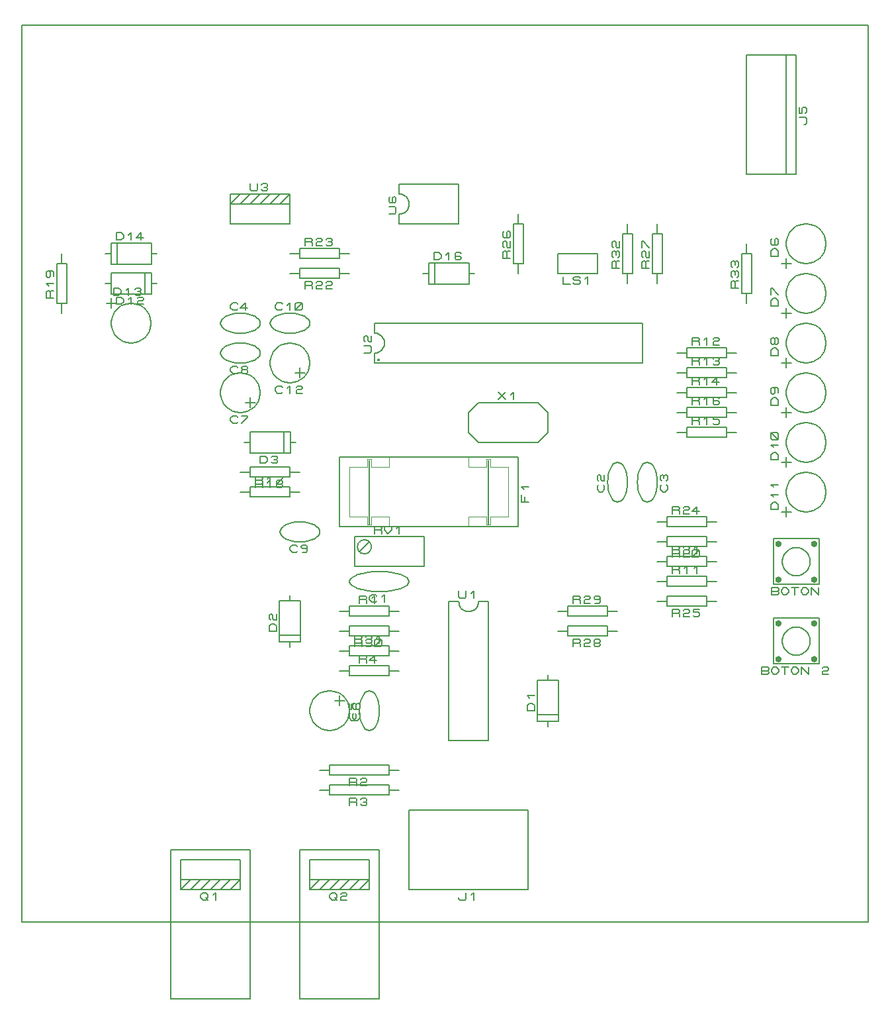
<source format=gbr>
G04 PROTEUS GERBER X2 FILE*
%TF.GenerationSoftware,Labcenter,Proteus,8.15-SP1-Build34318*%
%TF.CreationDate,2023-09-22T11:03:57+00:00*%
%TF.FileFunction,Legend,Top*%
%TF.FilePolarity,Positive*%
%TF.Part,Single*%
%TF.SameCoordinates,{3b519ea3-0d73-4d6d-96f8-eb606e8d3f04}*%
%FSLAX45Y45*%
%MOMM*%
G01*
%TA.AperFunction,Profile*%
%ADD20C,0.203200*%
%TA.AperFunction,Material*%
%ADD21C,0.203200*%
%ADD22C,0.050800*%
%ADD23C,0.063500*%
%TA.AperFunction,NonMaterial*%
%ADD24C,0.203200*%
%TD.AperFunction*%
D20*
X-1143000Y-5496560D02*
X+9687560Y-5496560D01*
X+9687560Y+5969000D01*
X-1143000Y+5969000D01*
X-1143000Y-5496560D01*
D21*
X+4699000Y-1397000D02*
X+4826000Y-1397000D01*
X+4318000Y-1397000D02*
X+4445000Y-1397000D01*
X+4572000Y-1524000D02*
X+4597876Y-1521564D01*
X+4621848Y-1514515D01*
X+4643438Y-1503238D01*
X+4662170Y-1488122D01*
X+4677569Y-1469554D01*
X+4689158Y-1447919D01*
X+4696460Y-1423606D01*
X+4699000Y-1397000D01*
X+4572000Y-1524000D02*
X+4545394Y-1521564D01*
X+4521081Y-1514515D01*
X+4499446Y-1503238D01*
X+4480878Y-1488122D01*
X+4465762Y-1469554D01*
X+4454485Y-1447919D01*
X+4447436Y-1423606D01*
X+4445000Y-1397000D01*
X+4318000Y-1397000D02*
X+4318000Y-3175000D01*
X+4826000Y-3175000D01*
X+4826000Y-1397000D01*
X+4445000Y-1264920D02*
X+4445000Y-1341120D01*
X+4460875Y-1356360D01*
X+4524375Y-1356360D01*
X+4540250Y-1341120D01*
X+4540250Y-1264920D01*
X+4603750Y-1295400D02*
X+4635500Y-1264920D01*
X+4635500Y-1356360D01*
X+2921000Y-444500D02*
X+5207000Y-444500D01*
X+5207000Y+444500D01*
X+2921000Y+444500D01*
X+2921000Y-444500D01*
D22*
X+5080000Y+317500D02*
X+5080000Y-317500D01*
X+4572000Y+317500D02*
X+4572000Y+444500D01*
X+4572000Y-317500D02*
X+4572000Y-444500D01*
D21*
X+4826000Y-406400D02*
X+4826000Y+406400D01*
D22*
X+4851400Y+317500D02*
X+4851400Y+419100D01*
X+4800600Y+419100D01*
X+4800600Y+317500D01*
X+5080000Y+317500D02*
X+4851400Y+317500D01*
X+4800600Y+317500D02*
X+4572000Y+317500D01*
X+4851400Y-317500D02*
X+4851400Y-419100D01*
X+4800600Y-419100D01*
X+4800600Y-317500D01*
X+5080000Y-317500D02*
X+4851400Y-317500D01*
X+4800600Y-317500D02*
X+4572000Y-317500D01*
X+3048000Y-317500D02*
X+3048000Y+317500D01*
X+3556000Y-317500D02*
X+3556000Y-444500D01*
X+3556000Y+317500D02*
X+3556000Y+444500D01*
D21*
X+3302000Y+406400D02*
X+3302000Y-406400D01*
D22*
X+3276600Y-317500D02*
X+3276600Y-419100D01*
X+3327400Y-419100D01*
X+3327400Y-317500D01*
X+3048000Y-317500D02*
X+3276600Y-317500D01*
X+3327400Y-317500D02*
X+3556000Y-317500D01*
X+3276600Y+317500D02*
X+3276600Y+419100D01*
X+3327400Y+419100D01*
X+3327400Y+317500D01*
X+3048000Y+317500D02*
X+3276600Y+317500D01*
X+3327400Y+317500D02*
X+3556000Y+317500D01*
D21*
X+5339080Y-127000D02*
X+5247640Y-127000D01*
X+5247640Y-31750D01*
X+5293360Y-127000D02*
X+5293360Y-63500D01*
X+5278120Y+31750D02*
X+5247640Y+63500D01*
X+5339080Y+63500D01*
X+6477000Y-1778000D02*
X+6350000Y-1778000D01*
X+5842000Y-1841500D02*
X+6350000Y-1841500D01*
X+6350000Y-1714500D01*
X+5842000Y-1714500D01*
X+5842000Y-1841500D01*
X+5842000Y-1778000D02*
X+5715000Y-1778000D01*
X+5905500Y-1973580D02*
X+5905500Y-1882140D01*
X+5984875Y-1882140D01*
X+6000750Y-1897380D01*
X+6000750Y-1912620D01*
X+5984875Y-1927860D01*
X+5905500Y-1927860D01*
X+5984875Y-1927860D02*
X+6000750Y-1943100D01*
X+6000750Y-1973580D01*
X+6048375Y-1897380D02*
X+6064250Y-1882140D01*
X+6111875Y-1882140D01*
X+6127750Y-1897380D01*
X+6127750Y-1912620D01*
X+6111875Y-1927860D01*
X+6064250Y-1927860D01*
X+6048375Y-1943100D01*
X+6048375Y-1973580D01*
X+6127750Y-1973580D01*
X+6191250Y-1927860D02*
X+6175375Y-1912620D01*
X+6175375Y-1897380D01*
X+6191250Y-1882140D01*
X+6238875Y-1882140D01*
X+6254750Y-1897380D01*
X+6254750Y-1912620D01*
X+6238875Y-1927860D01*
X+6191250Y-1927860D01*
X+6175375Y-1943100D01*
X+6175375Y-1958340D01*
X+6191250Y-1973580D01*
X+6238875Y-1973580D01*
X+6254750Y-1958340D01*
X+6254750Y-1943100D01*
X+6238875Y-1927860D01*
X+5715000Y-1524000D02*
X+5842000Y-1524000D01*
X+5842000Y-1587500D02*
X+6350000Y-1587500D01*
X+6350000Y-1460500D01*
X+5842000Y-1460500D01*
X+5842000Y-1587500D01*
X+6350000Y-1524000D02*
X+6477000Y-1524000D01*
X+5905500Y-1419860D02*
X+5905500Y-1328420D01*
X+5984875Y-1328420D01*
X+6000750Y-1343660D01*
X+6000750Y-1358900D01*
X+5984875Y-1374140D01*
X+5905500Y-1374140D01*
X+5984875Y-1374140D02*
X+6000750Y-1389380D01*
X+6000750Y-1419860D01*
X+6048375Y-1343660D02*
X+6064250Y-1328420D01*
X+6111875Y-1328420D01*
X+6127750Y-1343660D01*
X+6127750Y-1358900D01*
X+6111875Y-1374140D01*
X+6064250Y-1374140D01*
X+6048375Y-1389380D01*
X+6048375Y-1419860D01*
X+6127750Y-1419860D01*
X+6254750Y-1358900D02*
X+6238875Y-1374140D01*
X+6191250Y-1374140D01*
X+6175375Y-1358900D01*
X+6175375Y-1343660D01*
X+6191250Y-1328420D01*
X+6238875Y-1328420D01*
X+6254750Y-1343660D01*
X+6254750Y-1404620D01*
X+6238875Y-1419860D01*
X+6191250Y-1419860D01*
X+1651000Y+0D02*
X+1778000Y+0D01*
X+1778000Y-63500D02*
X+2286000Y-63500D01*
X+2286000Y+63500D01*
X+1778000Y+63500D01*
X+1778000Y-63500D01*
X+2286000Y+0D02*
X+2413000Y+0D01*
X+1841500Y+104140D02*
X+1841500Y+195580D01*
X+1920875Y+195580D01*
X+1936750Y+180340D01*
X+1936750Y+165100D01*
X+1920875Y+149860D01*
X+1841500Y+149860D01*
X+1920875Y+149860D02*
X+1936750Y+134620D01*
X+1936750Y+104140D01*
X+2000250Y+165100D02*
X+2032000Y+195580D01*
X+2032000Y+104140D01*
X+2111375Y+195580D02*
X+2190750Y+195580D01*
X+2190750Y+180340D01*
X+2111375Y+104140D01*
X+2413000Y+254000D02*
X+2286000Y+254000D01*
X+1778000Y+190500D02*
X+2286000Y+190500D01*
X+2286000Y+317500D01*
X+1778000Y+317500D01*
X+1778000Y+190500D01*
X+1778000Y+254000D02*
X+1651000Y+254000D01*
X+1841500Y+58420D02*
X+1841500Y+149860D01*
X+1920875Y+149860D01*
X+1936750Y+134620D01*
X+1936750Y+119380D01*
X+1920875Y+104140D01*
X+1841500Y+104140D01*
X+1920875Y+104140D02*
X+1936750Y+88900D01*
X+1936750Y+58420D01*
X+2000250Y+119380D02*
X+2032000Y+149860D01*
X+2032000Y+58420D01*
X+2127250Y+104140D02*
X+2111375Y+119380D01*
X+2111375Y+134620D01*
X+2127250Y+149860D01*
X+2174875Y+149860D01*
X+2190750Y+134620D01*
X+2190750Y+119380D01*
X+2174875Y+104140D01*
X+2127250Y+104140D01*
X+2111375Y+88900D01*
X+2111375Y+73660D01*
X+2127250Y+58420D01*
X+2174875Y+58420D01*
X+2190750Y+73660D01*
X+2190750Y+88900D01*
X+2174875Y+104140D01*
X+1772920Y+500380D02*
X+2291080Y+500380D01*
X+2291080Y+767080D01*
X+1772920Y+767080D01*
X+1772920Y+500380D01*
X+2209800Y+502920D02*
X+2209800Y+764540D01*
X+2362200Y+635000D02*
X+2291080Y+635000D01*
X+1772920Y+635000D02*
X+1701800Y+635000D01*
X+1905000Y+368300D02*
X+1905000Y+459740D01*
X+1968500Y+459740D01*
X+2000250Y+429260D01*
X+2000250Y+398780D01*
X+1968500Y+368300D01*
X+1905000Y+368300D01*
X+2047875Y+444500D02*
X+2063750Y+459740D01*
X+2111375Y+459740D01*
X+2127250Y+444500D01*
X+2127250Y+429260D01*
X+2111375Y+414020D01*
X+2127250Y+398780D01*
X+2127250Y+383540D01*
X+2111375Y+368300D01*
X+2063750Y+368300D01*
X+2047875Y+383540D01*
X+2079625Y+414020D02*
X+2111375Y+414020D01*
X+2667000Y-508000D02*
X+2661920Y-533876D01*
X+2647315Y-557848D01*
X+2624138Y-579438D01*
X+2593340Y-598170D01*
X+2555875Y-613569D01*
X+2512695Y-625158D01*
X+2464752Y-632460D01*
X+2413000Y-635000D01*
X+2159000Y-508000D02*
X+2164080Y-533876D01*
X+2178685Y-557848D01*
X+2201862Y-579438D01*
X+2232660Y-598170D01*
X+2270125Y-613569D01*
X+2313305Y-625158D01*
X+2361248Y-632460D01*
X+2413000Y-635000D01*
X+2667000Y-508000D02*
X+2661920Y-482124D01*
X+2647315Y-458152D01*
X+2624138Y-436562D01*
X+2593340Y-417830D01*
X+2555875Y-402431D01*
X+2512695Y-390842D01*
X+2464752Y-383540D01*
X+2413000Y-381000D01*
X+2159000Y-508000D02*
X+2164080Y-482124D01*
X+2178685Y-458152D01*
X+2201862Y-436562D01*
X+2232660Y-417830D01*
X+2270125Y-402431D01*
X+2313305Y-390842D01*
X+2361248Y-383540D01*
X+2413000Y-381000D01*
X+2381250Y-751840D02*
X+2365375Y-767080D01*
X+2317750Y-767080D01*
X+2286000Y-736600D01*
X+2286000Y-706120D01*
X+2317750Y-675640D01*
X+2365375Y-675640D01*
X+2381250Y-690880D01*
X+2508250Y-706120D02*
X+2492375Y-721360D01*
X+2444750Y-721360D01*
X+2428875Y-706120D01*
X+2428875Y-690880D01*
X+2444750Y-675640D01*
X+2492375Y-675640D01*
X+2508250Y-690880D01*
X+2508250Y-751840D01*
X+2492375Y-767080D01*
X+2444750Y-767080D01*
X+1905000Y+1270000D02*
X+1904173Y+1290483D01*
X+1897455Y+1331450D01*
X+1883437Y+1372417D01*
X+1860659Y+1413384D01*
X+1825859Y+1454229D01*
X+1784892Y+1485845D01*
X+1743925Y+1506392D01*
X+1702958Y+1518629D01*
X+1661991Y+1523762D01*
X+1651000Y+1524000D01*
X+1397000Y+1270000D02*
X+1397827Y+1290483D01*
X+1404545Y+1331450D01*
X+1418563Y+1372417D01*
X+1441341Y+1413384D01*
X+1476141Y+1454229D01*
X+1517108Y+1485845D01*
X+1558075Y+1506392D01*
X+1599042Y+1518629D01*
X+1640009Y+1523762D01*
X+1651000Y+1524000D01*
X+1397000Y+1270000D02*
X+1397827Y+1249517D01*
X+1404545Y+1208550D01*
X+1418563Y+1167583D01*
X+1441341Y+1126616D01*
X+1476141Y+1085771D01*
X+1517108Y+1054155D01*
X+1558075Y+1033608D01*
X+1599042Y+1021371D01*
X+1640009Y+1016238D01*
X+1651000Y+1016000D01*
X+1905000Y+1270000D02*
X+1904173Y+1249517D01*
X+1897455Y+1208550D01*
X+1883437Y+1167583D01*
X+1860659Y+1126616D01*
X+1825859Y+1085771D01*
X+1784892Y+1054155D01*
X+1743925Y+1033608D01*
X+1702958Y+1021371D01*
X+1661991Y+1016238D01*
X+1651000Y+1016000D01*
X+1841500Y+1143000D02*
X+1714500Y+1143000D01*
X+1778000Y+1079500D02*
X+1778000Y+1206500D01*
X+1619250Y+899160D02*
X+1603375Y+883920D01*
X+1555750Y+883920D01*
X+1524000Y+914400D01*
X+1524000Y+944880D01*
X+1555750Y+975360D01*
X+1603375Y+975360D01*
X+1619250Y+960120D01*
X+1666875Y+975360D02*
X+1746250Y+975360D01*
X+1746250Y+960120D01*
X+1666875Y+883920D01*
X+1905000Y+1778000D02*
X+1899920Y+1752124D01*
X+1885315Y+1728152D01*
X+1862138Y+1706562D01*
X+1831340Y+1687830D01*
X+1793875Y+1672431D01*
X+1750695Y+1660842D01*
X+1702752Y+1653540D01*
X+1651000Y+1651000D01*
X+1397000Y+1778000D02*
X+1402080Y+1752124D01*
X+1416685Y+1728152D01*
X+1439862Y+1706562D01*
X+1470660Y+1687830D01*
X+1508125Y+1672431D01*
X+1551305Y+1660842D01*
X+1599248Y+1653540D01*
X+1651000Y+1651000D01*
X+1905000Y+1778000D02*
X+1899920Y+1803876D01*
X+1885315Y+1827848D01*
X+1862138Y+1849438D01*
X+1831340Y+1868170D01*
X+1793875Y+1883569D01*
X+1750695Y+1895158D01*
X+1702752Y+1902460D01*
X+1651000Y+1905000D01*
X+1397000Y+1778000D02*
X+1402080Y+1803876D01*
X+1416685Y+1827848D01*
X+1439862Y+1849438D01*
X+1470660Y+1868170D01*
X+1508125Y+1883569D01*
X+1551305Y+1895158D01*
X+1599248Y+1902460D01*
X+1651000Y+1905000D01*
X+1619250Y+1534160D02*
X+1603375Y+1518920D01*
X+1555750Y+1518920D01*
X+1524000Y+1549400D01*
X+1524000Y+1579880D01*
X+1555750Y+1610360D01*
X+1603375Y+1610360D01*
X+1619250Y+1595120D01*
X+1682750Y+1564640D02*
X+1666875Y+1579880D01*
X+1666875Y+1595120D01*
X+1682750Y+1610360D01*
X+1730375Y+1610360D01*
X+1746250Y+1595120D01*
X+1746250Y+1579880D01*
X+1730375Y+1564640D01*
X+1682750Y+1564640D01*
X+1666875Y+1549400D01*
X+1666875Y+1534160D01*
X+1682750Y+1518920D01*
X+1730375Y+1518920D01*
X+1746250Y+1534160D01*
X+1746250Y+1549400D01*
X+1730375Y+1564640D01*
X+1397000Y+2159000D02*
X+1402080Y+2184876D01*
X+1416685Y+2208848D01*
X+1439862Y+2230438D01*
X+1470660Y+2249170D01*
X+1508125Y+2264569D01*
X+1551305Y+2276158D01*
X+1599248Y+2283460D01*
X+1651000Y+2286000D01*
X+1905000Y+2159000D02*
X+1899920Y+2184876D01*
X+1885315Y+2208848D01*
X+1862138Y+2230438D01*
X+1831340Y+2249170D01*
X+1793875Y+2264569D01*
X+1750695Y+2276158D01*
X+1702752Y+2283460D01*
X+1651000Y+2286000D01*
X+1397000Y+2159000D02*
X+1402080Y+2133124D01*
X+1416685Y+2109152D01*
X+1439862Y+2087562D01*
X+1470660Y+2068830D01*
X+1508125Y+2053431D01*
X+1551305Y+2041842D01*
X+1599248Y+2034540D01*
X+1651000Y+2032000D01*
X+1905000Y+2159000D02*
X+1899920Y+2133124D01*
X+1885315Y+2109152D01*
X+1862138Y+2087562D01*
X+1831340Y+2068830D01*
X+1793875Y+2053431D01*
X+1750695Y+2041842D01*
X+1702752Y+2034540D01*
X+1651000Y+2032000D01*
X+1619250Y+2341880D02*
X+1603375Y+2326640D01*
X+1555750Y+2326640D01*
X+1524000Y+2357120D01*
X+1524000Y+2387600D01*
X+1555750Y+2418080D01*
X+1603375Y+2418080D01*
X+1619250Y+2402840D01*
X+1746250Y+2357120D02*
X+1651000Y+2357120D01*
X+1714500Y+2418080D01*
X+1714500Y+2326640D01*
X+2921000Y-2286000D02*
X+3048000Y-2286000D01*
X+3048000Y-2349500D02*
X+3556000Y-2349500D01*
X+3556000Y-2222500D01*
X+3048000Y-2222500D01*
X+3048000Y-2349500D01*
X+3556000Y-2286000D02*
X+3683000Y-2286000D01*
X+3175000Y-2181860D02*
X+3175000Y-2090420D01*
X+3254375Y-2090420D01*
X+3270250Y-2105660D01*
X+3270250Y-2120900D01*
X+3254375Y-2136140D01*
X+3175000Y-2136140D01*
X+3254375Y-2136140D02*
X+3270250Y-2151380D01*
X+3270250Y-2181860D01*
X+3397250Y-2151380D02*
X+3302000Y-2151380D01*
X+3365500Y-2090420D01*
X+3365500Y-2181860D01*
X+3302000Y-3048000D02*
X+3276124Y-3042920D01*
X+3252152Y-3028315D01*
X+3230562Y-3005138D01*
X+3211830Y-2974340D01*
X+3196431Y-2936875D01*
X+3184842Y-2893695D01*
X+3177540Y-2845752D01*
X+3175000Y-2794000D01*
X+3302000Y-2540000D02*
X+3276124Y-2545080D01*
X+3252152Y-2559685D01*
X+3230562Y-2582862D01*
X+3211830Y-2613660D01*
X+3196431Y-2651125D01*
X+3184842Y-2694305D01*
X+3177540Y-2742248D01*
X+3175000Y-2794000D01*
X+3302000Y-3048000D02*
X+3327876Y-3042920D01*
X+3351848Y-3028315D01*
X+3373438Y-3005138D01*
X+3392170Y-2974340D01*
X+3407569Y-2936875D01*
X+3419158Y-2893695D01*
X+3426460Y-2845752D01*
X+3429000Y-2794000D01*
X+3302000Y-2540000D02*
X+3327876Y-2545080D01*
X+3351848Y-2559685D01*
X+3373438Y-2582862D01*
X+3392170Y-2613660D01*
X+3407569Y-2651125D01*
X+3419158Y-2694305D01*
X+3426460Y-2742248D01*
X+3429000Y-2794000D01*
X+3119120Y-2825750D02*
X+3134360Y-2841625D01*
X+3134360Y-2889250D01*
X+3103880Y-2921000D01*
X+3073400Y-2921000D01*
X+3042920Y-2889250D01*
X+3042920Y-2841625D01*
X+3058160Y-2825750D01*
X+3042920Y-2698750D02*
X+3042920Y-2778125D01*
X+3073400Y-2778125D01*
X+3073400Y-2714625D01*
X+3088640Y-2698750D01*
X+3119120Y-2698750D01*
X+3134360Y-2714625D01*
X+3134360Y-2762250D01*
X+3119120Y-2778125D01*
X+3048000Y-2794000D02*
X+3047173Y-2773517D01*
X+3040455Y-2732550D01*
X+3026437Y-2691583D01*
X+3003659Y-2650616D01*
X+2968859Y-2609771D01*
X+2927892Y-2578155D01*
X+2886925Y-2557608D01*
X+2845958Y-2545371D01*
X+2804991Y-2540238D01*
X+2794000Y-2540000D01*
X+2540000Y-2794000D02*
X+2540827Y-2773517D01*
X+2547545Y-2732550D01*
X+2561563Y-2691583D01*
X+2584341Y-2650616D01*
X+2619141Y-2609771D01*
X+2660108Y-2578155D01*
X+2701075Y-2557608D01*
X+2742042Y-2545371D01*
X+2783009Y-2540238D01*
X+2794000Y-2540000D01*
X+2540000Y-2794000D02*
X+2540827Y-2814483D01*
X+2547545Y-2855450D01*
X+2561563Y-2896417D01*
X+2584341Y-2937384D01*
X+2619141Y-2978229D01*
X+2660108Y-3009845D01*
X+2701075Y-3030392D01*
X+2742042Y-3042629D01*
X+2783009Y-3047762D01*
X+2794000Y-3048000D01*
X+3048000Y-2794000D02*
X+3047173Y-2814483D01*
X+3040455Y-2855450D01*
X+3026437Y-2896417D01*
X+3003659Y-2937384D01*
X+2968859Y-2978229D01*
X+2927892Y-3009845D01*
X+2886925Y-3030392D01*
X+2845958Y-3042629D01*
X+2804991Y-3047762D01*
X+2794000Y-3048000D01*
X+2921000Y-2603500D02*
X+2921000Y-2730500D01*
X+2984500Y-2667000D02*
X+2857500Y-2667000D01*
X+3164840Y-2825750D02*
X+3180080Y-2841625D01*
X+3180080Y-2889250D01*
X+3149600Y-2921000D01*
X+3119120Y-2921000D01*
X+3088640Y-2889250D01*
X+3088640Y-2841625D01*
X+3103880Y-2825750D01*
X+3103880Y-2698750D02*
X+3088640Y-2714625D01*
X+3088640Y-2762250D01*
X+3103880Y-2778125D01*
X+3164840Y-2778125D01*
X+3180080Y-2762250D01*
X+3180080Y-2714625D01*
X+3164840Y-2698750D01*
X+3149600Y-2698750D01*
X+3134360Y-2714625D01*
X+3134360Y-2778125D01*
X+3683000Y-1778000D02*
X+3556000Y-1778000D01*
X+3048000Y-1841500D02*
X+3556000Y-1841500D01*
X+3556000Y-1714500D01*
X+3048000Y-1714500D01*
X+3048000Y-1841500D01*
X+3048000Y-1778000D02*
X+2921000Y-1778000D01*
X+3111500Y-1973580D02*
X+3111500Y-1882140D01*
X+3190875Y-1882140D01*
X+3206750Y-1897380D01*
X+3206750Y-1912620D01*
X+3190875Y-1927860D01*
X+3111500Y-1927860D01*
X+3190875Y-1927860D02*
X+3206750Y-1943100D01*
X+3206750Y-1973580D01*
X+3254375Y-1897380D02*
X+3270250Y-1882140D01*
X+3317875Y-1882140D01*
X+3333750Y-1897380D01*
X+3333750Y-1912620D01*
X+3317875Y-1927860D01*
X+3333750Y-1943100D01*
X+3333750Y-1958340D01*
X+3317875Y-1973580D01*
X+3270250Y-1973580D01*
X+3254375Y-1958340D01*
X+3286125Y-1927860D02*
X+3317875Y-1927860D01*
X+3365500Y-1958340D02*
X+3365500Y-1897380D01*
X+3381375Y-1882140D01*
X+3444875Y-1882140D01*
X+3460750Y-1897380D01*
X+3460750Y-1958340D01*
X+3444875Y-1973580D01*
X+3381375Y-1973580D01*
X+3365500Y-1958340D01*
X+3365500Y-1973580D02*
X+3460750Y-1882140D01*
X+2921000Y-2032000D02*
X+3048000Y-2032000D01*
X+3048000Y-2095500D02*
X+3556000Y-2095500D01*
X+3556000Y-1968500D01*
X+3048000Y-1968500D01*
X+3048000Y-2095500D01*
X+3556000Y-2032000D02*
X+3683000Y-2032000D01*
X+3111500Y-1927860D02*
X+3111500Y-1836420D01*
X+3190875Y-1836420D01*
X+3206750Y-1851660D01*
X+3206750Y-1866900D01*
X+3190875Y-1882140D01*
X+3111500Y-1882140D01*
X+3190875Y-1882140D02*
X+3206750Y-1897380D01*
X+3206750Y-1927860D01*
X+3254375Y-1851660D02*
X+3270250Y-1836420D01*
X+3317875Y-1836420D01*
X+3333750Y-1851660D01*
X+3333750Y-1866900D01*
X+3317875Y-1882140D01*
X+3333750Y-1897380D01*
X+3333750Y-1912620D01*
X+3317875Y-1927860D01*
X+3270250Y-1927860D01*
X+3254375Y-1912620D01*
X+3286125Y-1882140D02*
X+3317875Y-1882140D01*
X+3397250Y-1866900D02*
X+3429000Y-1836420D01*
X+3429000Y-1927860D01*
X+3810000Y-1143000D02*
X+3802484Y-1168876D01*
X+3780830Y-1192848D01*
X+3746376Y-1214438D01*
X+3700462Y-1233170D01*
X+3644428Y-1248569D01*
X+3579614Y-1260158D01*
X+3507358Y-1267460D01*
X+3429000Y-1270000D01*
X+3048000Y-1143000D02*
X+3055620Y-1168876D01*
X+3077528Y-1192848D01*
X+3112294Y-1214438D01*
X+3158490Y-1233170D01*
X+3214688Y-1248569D01*
X+3279458Y-1260158D01*
X+3351371Y-1267460D01*
X+3429000Y-1270000D01*
X+3048000Y-1143000D02*
X+3055620Y-1117124D01*
X+3077528Y-1093152D01*
X+3112294Y-1071562D01*
X+3158490Y-1052830D01*
X+3214688Y-1037431D01*
X+3279458Y-1025842D01*
X+3351371Y-1018540D01*
X+3429000Y-1016000D01*
X+3810000Y-1143000D02*
X+3802484Y-1117124D01*
X+3780830Y-1093152D01*
X+3746376Y-1071562D01*
X+3700462Y-1052830D01*
X+3644428Y-1037431D01*
X+3579614Y-1025842D01*
X+3507358Y-1018540D01*
X+3429000Y-1016000D01*
X+3397250Y-1386840D02*
X+3381375Y-1402080D01*
X+3333750Y-1402080D01*
X+3302000Y-1371600D01*
X+3302000Y-1341120D01*
X+3333750Y-1310640D01*
X+3381375Y-1310640D01*
X+3397250Y-1325880D01*
X+3460750Y-1341120D02*
X+3492500Y-1310640D01*
X+3492500Y-1402080D01*
X+2921000Y-1524000D02*
X+3048000Y-1524000D01*
X+3048000Y-1587500D02*
X+3556000Y-1587500D01*
X+3556000Y-1460500D01*
X+3048000Y-1460500D01*
X+3048000Y-1587500D01*
X+3556000Y-1524000D02*
X+3683000Y-1524000D01*
X+3175000Y-1419860D02*
X+3175000Y-1328420D01*
X+3254375Y-1328420D01*
X+3270250Y-1343660D01*
X+3270250Y-1358900D01*
X+3254375Y-1374140D01*
X+3175000Y-1374140D01*
X+3254375Y-1374140D02*
X+3270250Y-1389380D01*
X+3270250Y-1419860D01*
X+3333750Y-1358900D02*
X+3365500Y-1328420D01*
X+3365500Y-1419860D01*
X+3111500Y-952500D02*
X+4000500Y-952500D01*
X+4000500Y-571500D01*
X+3111500Y-571500D01*
X+3111500Y-952500D01*
X+3327400Y-698500D02*
X+3327098Y-691178D01*
X+3324643Y-676533D01*
X+3319511Y-661888D01*
X+3311136Y-647243D01*
X+3298322Y-632739D01*
X+3283677Y-621935D01*
X+3269032Y-615007D01*
X+3254387Y-611031D01*
X+3239742Y-609609D01*
X+3238500Y-609600D01*
X+3149600Y-698500D02*
X+3149902Y-691178D01*
X+3152357Y-676533D01*
X+3157489Y-661888D01*
X+3165864Y-647243D01*
X+3178678Y-632739D01*
X+3193323Y-621935D01*
X+3207968Y-615007D01*
X+3222613Y-611031D01*
X+3237258Y-609609D01*
X+3238500Y-609600D01*
X+3149600Y-698500D02*
X+3149902Y-705822D01*
X+3152357Y-720467D01*
X+3157489Y-735112D01*
X+3165864Y-749757D01*
X+3178678Y-764261D01*
X+3193323Y-775065D01*
X+3207968Y-781993D01*
X+3222613Y-785969D01*
X+3237258Y-787391D01*
X+3238500Y-787400D01*
X+3327400Y-698500D02*
X+3327098Y-705822D01*
X+3324643Y-720467D01*
X+3319511Y-735112D01*
X+3311136Y-749757D01*
X+3298322Y-764261D01*
X+3283677Y-775065D01*
X+3269032Y-781993D01*
X+3254387Y-785969D01*
X+3239742Y-787391D01*
X+3238500Y-787400D01*
X+3175000Y-762000D02*
X+3302000Y-635000D01*
X+3365500Y-530860D02*
X+3365500Y-439420D01*
X+3444875Y-439420D01*
X+3460750Y-454660D01*
X+3460750Y-469900D01*
X+3444875Y-485140D01*
X+3365500Y-485140D01*
X+3444875Y-485140D02*
X+3460750Y-500380D01*
X+3460750Y-530860D01*
X+3492500Y-439420D02*
X+3492500Y-485140D01*
X+3540125Y-530860D01*
X+3587750Y-485140D01*
X+3587750Y-439420D01*
X+3651250Y-469900D02*
X+3683000Y-439420D01*
X+3683000Y-530860D01*
X+889000Y-4953000D02*
X+1651000Y-4953000D01*
X+1651000Y-4699000D01*
X+889000Y-4699000D01*
X+889000Y-4953000D01*
X+1651000Y-4953000D02*
X+1651000Y-5080000D01*
X+889000Y-5080000D01*
X+889000Y-4953000D01*
X+1651000Y-4953000D02*
X+1524000Y-5080000D01*
X+1524000Y-4953000D02*
X+1397000Y-5080000D01*
X+1397000Y-4953000D02*
X+1270000Y-5080000D01*
X+1270000Y-4953000D02*
X+1143000Y-5080000D01*
X+1143000Y-4953000D02*
X+1016000Y-5080000D01*
X+1016000Y-4953000D02*
X+889000Y-5080000D01*
X+1143000Y-5151120D02*
X+1174750Y-5120640D01*
X+1206500Y-5120640D01*
X+1238250Y-5151120D01*
X+1238250Y-5181600D01*
X+1206500Y-5212080D01*
X+1174750Y-5212080D01*
X+1143000Y-5181600D01*
X+1143000Y-5151120D01*
X+1206500Y-5181600D02*
X+1238250Y-5212080D01*
X+1301750Y-5151120D02*
X+1333500Y-5120640D01*
X+1333500Y-5212080D01*
X+2540000Y-4953000D02*
X+3302000Y-4953000D01*
X+3302000Y-4699000D01*
X+2540000Y-4699000D01*
X+2540000Y-4953000D01*
X+3302000Y-4953000D02*
X+3302000Y-5080000D01*
X+2540000Y-5080000D01*
X+2540000Y-4953000D01*
X+3302000Y-4953000D02*
X+3175000Y-5080000D01*
X+3175000Y-4953000D02*
X+3048000Y-5080000D01*
X+3048000Y-4953000D02*
X+2921000Y-5080000D01*
X+2921000Y-4953000D02*
X+2794000Y-5080000D01*
X+2794000Y-4953000D02*
X+2667000Y-5080000D01*
X+2667000Y-4953000D02*
X+2540000Y-5080000D01*
X+2794000Y-5151120D02*
X+2825750Y-5120640D01*
X+2857500Y-5120640D01*
X+2889250Y-5151120D01*
X+2889250Y-5181600D01*
X+2857500Y-5212080D01*
X+2825750Y-5212080D01*
X+2794000Y-5181600D01*
X+2794000Y-5151120D01*
X+2857500Y-5181600D02*
X+2889250Y-5212080D01*
X+2936875Y-5135880D02*
X+2952750Y-5120640D01*
X+3000375Y-5120640D01*
X+3016250Y-5135880D01*
X+3016250Y-5151120D01*
X+3000375Y-5166360D01*
X+2952750Y-5166360D01*
X+2936875Y-5181600D01*
X+2936875Y-5212080D01*
X+3016250Y-5212080D01*
X+5334000Y-5080000D02*
X+5334000Y-4064000D01*
X+3810000Y-5080000D02*
X+3810000Y-4064000D01*
X+5334000Y-4064000D02*
X+3810000Y-4064000D01*
X+3810000Y-5080000D02*
X+5334000Y-5080000D01*
X+4445000Y-5181600D02*
X+4445000Y-5196840D01*
X+4460875Y-5212080D01*
X+4524375Y-5212080D01*
X+4540250Y-5196840D01*
X+4540250Y-5120640D01*
X+4603750Y-5151120D02*
X+4635500Y-5120640D01*
X+4635500Y-5212080D01*
X+3683000Y-3556000D02*
X+3556000Y-3556000D01*
X+2794000Y-3619500D02*
X+3556000Y-3619500D01*
X+3556000Y-3492500D01*
X+2794000Y-3492500D01*
X+2794000Y-3619500D01*
X+2794000Y-3556000D02*
X+2667000Y-3556000D01*
X+3048000Y-3751580D02*
X+3048000Y-3660140D01*
X+3127375Y-3660140D01*
X+3143250Y-3675380D01*
X+3143250Y-3690620D01*
X+3127375Y-3705860D01*
X+3048000Y-3705860D01*
X+3127375Y-3705860D02*
X+3143250Y-3721100D01*
X+3143250Y-3751580D01*
X+3190875Y-3675380D02*
X+3206750Y-3660140D01*
X+3254375Y-3660140D01*
X+3270250Y-3675380D01*
X+3270250Y-3690620D01*
X+3254375Y-3705860D01*
X+3206750Y-3705860D01*
X+3190875Y-3721100D01*
X+3190875Y-3751580D01*
X+3270250Y-3751580D01*
X+3683000Y-3810000D02*
X+3556000Y-3810000D01*
X+2794000Y-3873500D02*
X+3556000Y-3873500D01*
X+3556000Y-3746500D01*
X+2794000Y-3746500D01*
X+2794000Y-3873500D01*
X+2794000Y-3810000D02*
X+2667000Y-3810000D01*
X+3048000Y-4005580D02*
X+3048000Y-3914140D01*
X+3127375Y-3914140D01*
X+3143250Y-3929380D01*
X+3143250Y-3944620D01*
X+3127375Y-3959860D01*
X+3048000Y-3959860D01*
X+3127375Y-3959860D02*
X+3143250Y-3975100D01*
X+3143250Y-4005580D01*
X+3190875Y-3929380D02*
X+3206750Y-3914140D01*
X+3254375Y-3914140D01*
X+3270250Y-3929380D01*
X+3270250Y-3944620D01*
X+3254375Y-3959860D01*
X+3270250Y-3975100D01*
X+3270250Y-3990340D01*
X+3254375Y-4005580D01*
X+3206750Y-4005580D01*
X+3190875Y-3990340D01*
X+3222625Y-3959860D02*
X+3254375Y-3959860D01*
X+3367500Y+1651000D02*
X+6796500Y+1651000D01*
X+6796500Y+2159000D01*
X+3367500Y+2159000D01*
X+3367500Y+1651000D02*
X+3367500Y+1778000D01*
X+3367500Y+2159000D02*
X+3367500Y+2032000D01*
X+3367500Y+1778000D02*
X+3393468Y+1780527D01*
X+3417482Y+1787798D01*
X+3439077Y+1799348D01*
X+3457789Y+1814711D01*
X+3473152Y+1833423D01*
X+3484702Y+1855019D01*
X+3491973Y+1879033D01*
X+3494500Y+1905000D01*
X+3367500Y+2032000D02*
X+3393468Y+2029473D01*
X+3417482Y+2022202D01*
X+3439077Y+2010653D01*
X+3457789Y+1995289D01*
X+3473152Y+1976577D01*
X+3484702Y+1954982D01*
X+3491973Y+1930968D01*
X+3494500Y+1905000D01*
X+3425484Y+1691640D02*
X+3425459Y+1692237D01*
X+3425257Y+1693433D01*
X+3424833Y+1694629D01*
X+3424139Y+1695825D01*
X+3423079Y+1697004D01*
X+3421883Y+1697867D01*
X+3420687Y+1698416D01*
X+3419491Y+1698725D01*
X+3418300Y+1698824D01*
X+3411116Y+1691640D02*
X+3411141Y+1692237D01*
X+3411343Y+1693433D01*
X+3411767Y+1694629D01*
X+3412461Y+1695825D01*
X+3413521Y+1697004D01*
X+3414717Y+1697867D01*
X+3415913Y+1698416D01*
X+3417109Y+1698725D01*
X+3418300Y+1698824D01*
X+3411116Y+1691640D02*
X+3411141Y+1691043D01*
X+3411343Y+1689847D01*
X+3411767Y+1688651D01*
X+3412461Y+1687455D01*
X+3413521Y+1686276D01*
X+3414717Y+1685413D01*
X+3415913Y+1684864D01*
X+3417109Y+1684555D01*
X+3418300Y+1684456D01*
X+3425484Y+1691640D02*
X+3425459Y+1691043D01*
X+3425257Y+1689847D01*
X+3424833Y+1688651D01*
X+3424139Y+1687455D01*
X+3423079Y+1686276D01*
X+3421883Y+1685413D01*
X+3420687Y+1684864D01*
X+3419491Y+1684555D01*
X+3418300Y+1684456D01*
X+3235420Y+1778000D02*
X+3311620Y+1778000D01*
X+3326860Y+1793875D01*
X+3326860Y+1857375D01*
X+3311620Y+1873250D01*
X+3235420Y+1873250D01*
X+3250660Y+1920875D02*
X+3235420Y+1936750D01*
X+3235420Y+1984375D01*
X+3250660Y+2000250D01*
X+3265900Y+2000250D01*
X+3281140Y+1984375D01*
X+3281140Y+1936750D01*
X+3296380Y+1920875D01*
X+3326860Y+1920875D01*
X+3326860Y+2000250D01*
X+1524000Y+3429000D02*
X+2286000Y+3429000D01*
X+2286000Y+3683000D01*
X+1524000Y+3683000D01*
X+1524000Y+3429000D01*
X+1524000Y+3683000D02*
X+1524000Y+3810000D01*
X+2286000Y+3810000D01*
X+2286000Y+3683000D01*
X+1524000Y+3683000D02*
X+1651000Y+3810000D01*
X+1651000Y+3683000D02*
X+1778000Y+3810000D01*
X+1778000Y+3683000D02*
X+1905000Y+3810000D01*
X+1905000Y+3683000D02*
X+2032000Y+3810000D01*
X+2032000Y+3683000D02*
X+2159000Y+3810000D01*
X+2159000Y+3683000D02*
X+2286000Y+3810000D01*
X+1778000Y+3942080D02*
X+1778000Y+3865880D01*
X+1793875Y+3850640D01*
X+1857375Y+3850640D01*
X+1873250Y+3865880D01*
X+1873250Y+3942080D01*
X+1920875Y+3926840D02*
X+1936750Y+3942080D01*
X+1984375Y+3942080D01*
X+2000250Y+3926840D01*
X+2000250Y+3911600D01*
X+1984375Y+3896360D01*
X+2000250Y+3881120D01*
X+2000250Y+3865880D01*
X+1984375Y+3850640D01*
X+1936750Y+3850640D01*
X+1920875Y+3865880D01*
X+1952625Y+3896360D02*
X+1984375Y+3896360D01*
X-5080Y+2532380D02*
X+513080Y+2532380D01*
X+513080Y+2799080D01*
X-5080Y+2799080D01*
X-5080Y+2532380D01*
X+431800Y+2534920D02*
X+431800Y+2796540D01*
X+584200Y+2667000D02*
X+513080Y+2667000D01*
X-5080Y+2667000D02*
X-76200Y+2667000D01*
X+63500Y+2400300D02*
X+63500Y+2491740D01*
X+127000Y+2491740D01*
X+158750Y+2461260D01*
X+158750Y+2430780D01*
X+127000Y+2400300D01*
X+63500Y+2400300D01*
X+222250Y+2461260D02*
X+254000Y+2491740D01*
X+254000Y+2400300D01*
X+333375Y+2476500D02*
X+349250Y+2491740D01*
X+396875Y+2491740D01*
X+412750Y+2476500D01*
X+412750Y+2461260D01*
X+396875Y+2446020D01*
X+349250Y+2446020D01*
X+333375Y+2430780D01*
X+333375Y+2400300D01*
X+412750Y+2400300D01*
X+508000Y+2159000D02*
X+507173Y+2179483D01*
X+500455Y+2220450D01*
X+486437Y+2261417D01*
X+463659Y+2302384D01*
X+428859Y+2343229D01*
X+387892Y+2374845D01*
X+346925Y+2395392D01*
X+305958Y+2407629D01*
X+264991Y+2412762D01*
X+254000Y+2413000D01*
X+0Y+2159000D02*
X+827Y+2179483D01*
X+7545Y+2220450D01*
X+21563Y+2261417D01*
X+44341Y+2302384D01*
X+79141Y+2343229D01*
X+120108Y+2374845D01*
X+161075Y+2395392D01*
X+202042Y+2407629D01*
X+243009Y+2412762D01*
X+254000Y+2413000D01*
X+0Y+2159000D02*
X+827Y+2138517D01*
X+7545Y+2097550D01*
X+21563Y+2056583D01*
X+44341Y+2015616D01*
X+79141Y+1974771D01*
X+120108Y+1943155D01*
X+161075Y+1922608D01*
X+202042Y+1910371D01*
X+243009Y+1905238D01*
X+254000Y+1905000D01*
X+508000Y+2159000D02*
X+507173Y+2138517D01*
X+500455Y+2097550D01*
X+486437Y+2056583D01*
X+463659Y+2015616D01*
X+428859Y+1974771D01*
X+387892Y+1943155D01*
X+346925Y+1922608D01*
X+305958Y+1910371D01*
X+264991Y+1905238D01*
X+254000Y+1905000D01*
X-63500Y+2413000D02*
X+63500Y+2413000D01*
X+0Y+2476500D02*
X+0Y+2349500D01*
X+31750Y+2517140D02*
X+31750Y+2608580D01*
X+95250Y+2608580D01*
X+127000Y+2578100D01*
X+127000Y+2547620D01*
X+95250Y+2517140D01*
X+31750Y+2517140D01*
X+190500Y+2578100D02*
X+222250Y+2608580D01*
X+222250Y+2517140D01*
X+301625Y+2593340D02*
X+317500Y+2608580D01*
X+365125Y+2608580D01*
X+381000Y+2593340D01*
X+381000Y+2578100D01*
X+365125Y+2562860D01*
X+381000Y+2547620D01*
X+381000Y+2532380D01*
X+365125Y+2517140D01*
X+317500Y+2517140D01*
X+301625Y+2532380D01*
X+333375Y+2562860D02*
X+365125Y+2562860D01*
X-5080Y+2915920D02*
X+513080Y+2915920D01*
X+513080Y+3182620D01*
X-5080Y+3182620D01*
X-5080Y+2915920D01*
X+76200Y+3180080D02*
X+76200Y+2918460D01*
X-76200Y+3048000D02*
X-5080Y+3048000D01*
X+513080Y+3048000D02*
X+584200Y+3048000D01*
X+63500Y+3223260D02*
X+63500Y+3314700D01*
X+127000Y+3314700D01*
X+158750Y+3284220D01*
X+158750Y+3253740D01*
X+127000Y+3223260D01*
X+63500Y+3223260D01*
X+222250Y+3284220D02*
X+254000Y+3314700D01*
X+254000Y+3223260D01*
X+412750Y+3253740D02*
X+317500Y+3253740D01*
X+381000Y+3314700D01*
X+381000Y+3223260D01*
X-635000Y+2286000D02*
X-635000Y+2413000D01*
X-698500Y+2413000D02*
X-571500Y+2413000D01*
X-571500Y+2921000D01*
X-698500Y+2921000D01*
X-698500Y+2413000D01*
X-635000Y+2921000D02*
X-635000Y+3048000D01*
X-739140Y+2476500D02*
X-830580Y+2476500D01*
X-830580Y+2555875D01*
X-815340Y+2571750D01*
X-800100Y+2571750D01*
X-784860Y+2555875D01*
X-784860Y+2476500D01*
X-784860Y+2555875D02*
X-769620Y+2571750D01*
X-739140Y+2571750D01*
X-800100Y+2635250D02*
X-830580Y+2667000D01*
X-739140Y+2667000D01*
X-800100Y+2825750D02*
X-784860Y+2809875D01*
X-784860Y+2762250D01*
X-800100Y+2746375D01*
X-815340Y+2746375D01*
X-830580Y+2762250D01*
X-830580Y+2809875D01*
X-815340Y+2825750D01*
X-754380Y+2825750D01*
X-739140Y+2809875D01*
X-739140Y+2762250D01*
X+2032000Y+2159000D02*
X+2037080Y+2184876D01*
X+2051685Y+2208848D01*
X+2074862Y+2230438D01*
X+2105660Y+2249170D01*
X+2143125Y+2264569D01*
X+2186305Y+2276158D01*
X+2234248Y+2283460D01*
X+2286000Y+2286000D01*
X+2540000Y+2159000D02*
X+2534920Y+2184876D01*
X+2520315Y+2208848D01*
X+2497138Y+2230438D01*
X+2466340Y+2249170D01*
X+2428875Y+2264569D01*
X+2385695Y+2276158D01*
X+2337752Y+2283460D01*
X+2286000Y+2286000D01*
X+2032000Y+2159000D02*
X+2037080Y+2133124D01*
X+2051685Y+2109152D01*
X+2074862Y+2087562D01*
X+2105660Y+2068830D01*
X+2143125Y+2053431D01*
X+2186305Y+2041842D01*
X+2234248Y+2034540D01*
X+2286000Y+2032000D01*
X+2540000Y+2159000D02*
X+2534920Y+2133124D01*
X+2520315Y+2109152D01*
X+2497138Y+2087562D01*
X+2466340Y+2068830D01*
X+2428875Y+2053431D01*
X+2385695Y+2041842D01*
X+2337752Y+2034540D01*
X+2286000Y+2032000D01*
X+2190750Y+2341880D02*
X+2174875Y+2326640D01*
X+2127250Y+2326640D01*
X+2095500Y+2357120D01*
X+2095500Y+2387600D01*
X+2127250Y+2418080D01*
X+2174875Y+2418080D01*
X+2190750Y+2402840D01*
X+2254250Y+2387600D02*
X+2286000Y+2418080D01*
X+2286000Y+2326640D01*
X+2349500Y+2341880D02*
X+2349500Y+2402840D01*
X+2365375Y+2418080D01*
X+2428875Y+2418080D01*
X+2444750Y+2402840D01*
X+2444750Y+2341880D01*
X+2428875Y+2326640D01*
X+2365375Y+2326640D01*
X+2349500Y+2341880D01*
X+2349500Y+2326640D02*
X+2444750Y+2418080D01*
X+2540000Y+1651000D02*
X+2539173Y+1671483D01*
X+2532455Y+1712450D01*
X+2518437Y+1753417D01*
X+2495659Y+1794384D01*
X+2460859Y+1835229D01*
X+2419892Y+1866845D01*
X+2378925Y+1887392D01*
X+2337958Y+1899629D01*
X+2296991Y+1904762D01*
X+2286000Y+1905000D01*
X+2032000Y+1651000D02*
X+2032827Y+1671483D01*
X+2039545Y+1712450D01*
X+2053563Y+1753417D01*
X+2076341Y+1794384D01*
X+2111141Y+1835229D01*
X+2152108Y+1866845D01*
X+2193075Y+1887392D01*
X+2234042Y+1899629D01*
X+2275009Y+1904762D01*
X+2286000Y+1905000D01*
X+2032000Y+1651000D02*
X+2032827Y+1630517D01*
X+2039545Y+1589550D01*
X+2053563Y+1548583D01*
X+2076341Y+1507616D01*
X+2111141Y+1466771D01*
X+2152108Y+1435155D01*
X+2193075Y+1414608D01*
X+2234042Y+1402371D01*
X+2275009Y+1397238D01*
X+2286000Y+1397000D01*
X+2540000Y+1651000D02*
X+2539173Y+1630517D01*
X+2532455Y+1589550D01*
X+2518437Y+1548583D01*
X+2495659Y+1507616D01*
X+2460859Y+1466771D01*
X+2419892Y+1435155D01*
X+2378925Y+1414608D01*
X+2337958Y+1402371D01*
X+2296991Y+1397238D01*
X+2286000Y+1397000D01*
X+2476500Y+1524000D02*
X+2349500Y+1524000D01*
X+2413000Y+1460500D02*
X+2413000Y+1587500D01*
X+2190750Y+1280160D02*
X+2174875Y+1264920D01*
X+2127250Y+1264920D01*
X+2095500Y+1295400D01*
X+2095500Y+1325880D01*
X+2127250Y+1356360D01*
X+2174875Y+1356360D01*
X+2190750Y+1341120D01*
X+2254250Y+1325880D02*
X+2286000Y+1356360D01*
X+2286000Y+1264920D01*
X+2365375Y+1341120D02*
X+2381250Y+1356360D01*
X+2428875Y+1356360D01*
X+2444750Y+1341120D01*
X+2444750Y+1325880D01*
X+2428875Y+1310640D01*
X+2381250Y+1310640D01*
X+2365375Y+1295400D01*
X+2365375Y+1264920D01*
X+2444750Y+1264920D01*
X+3683000Y+3429000D02*
X+3683000Y+3556000D01*
X+3810000Y+3683000D02*
X+3807564Y+3708876D01*
X+3800515Y+3732848D01*
X+3789238Y+3754438D01*
X+3774122Y+3773170D01*
X+3755554Y+3788569D01*
X+3733919Y+3800158D01*
X+3709606Y+3807460D01*
X+3683000Y+3810000D01*
X+3810000Y+3683000D02*
X+3807564Y+3656394D01*
X+3800515Y+3632081D01*
X+3789238Y+3610446D01*
X+3774122Y+3591878D01*
X+3755554Y+3576762D01*
X+3733919Y+3565485D01*
X+3709606Y+3558436D01*
X+3683000Y+3556000D01*
X+3683000Y+3810000D02*
X+3683000Y+3937000D01*
X+4445000Y+3429000D02*
X+4445000Y+3937000D01*
X+3683000Y+3429000D02*
X+4445000Y+3429000D01*
X+3683000Y+3937000D02*
X+4445000Y+3937000D01*
X+3550920Y+3556000D02*
X+3627120Y+3556000D01*
X+3642360Y+3571875D01*
X+3642360Y+3635375D01*
X+3627120Y+3651250D01*
X+3550920Y+3651250D01*
X+3566160Y+3778250D02*
X+3550920Y+3762375D01*
X+3550920Y+3714750D01*
X+3566160Y+3698875D01*
X+3627120Y+3698875D01*
X+3642360Y+3714750D01*
X+3642360Y+3762375D01*
X+3627120Y+3778250D01*
X+3611880Y+3778250D01*
X+3596640Y+3762375D01*
X+3596640Y+3698875D01*
X+3048000Y+2794000D02*
X+2921000Y+2794000D01*
X+2413000Y+2730500D02*
X+2921000Y+2730500D01*
X+2921000Y+2857500D01*
X+2413000Y+2857500D01*
X+2413000Y+2730500D01*
X+2413000Y+2794000D02*
X+2286000Y+2794000D01*
X+2476500Y+2598420D02*
X+2476500Y+2689860D01*
X+2555875Y+2689860D01*
X+2571750Y+2674620D01*
X+2571750Y+2659380D01*
X+2555875Y+2644140D01*
X+2476500Y+2644140D01*
X+2555875Y+2644140D02*
X+2571750Y+2628900D01*
X+2571750Y+2598420D01*
X+2619375Y+2674620D02*
X+2635250Y+2689860D01*
X+2682875Y+2689860D01*
X+2698750Y+2674620D01*
X+2698750Y+2659380D01*
X+2682875Y+2644140D01*
X+2635250Y+2644140D01*
X+2619375Y+2628900D01*
X+2619375Y+2598420D01*
X+2698750Y+2598420D01*
X+2746375Y+2674620D02*
X+2762250Y+2689860D01*
X+2809875Y+2689860D01*
X+2825750Y+2674620D01*
X+2825750Y+2659380D01*
X+2809875Y+2644140D01*
X+2762250Y+2644140D01*
X+2746375Y+2628900D01*
X+2746375Y+2598420D01*
X+2825750Y+2598420D01*
X+2286000Y+3048000D02*
X+2413000Y+3048000D01*
X+2413000Y+2984500D02*
X+2921000Y+2984500D01*
X+2921000Y+3111500D01*
X+2413000Y+3111500D01*
X+2413000Y+2984500D01*
X+2921000Y+3048000D02*
X+3048000Y+3048000D01*
X+2476500Y+3152140D02*
X+2476500Y+3243580D01*
X+2555875Y+3243580D01*
X+2571750Y+3228340D01*
X+2571750Y+3213100D01*
X+2555875Y+3197860D01*
X+2476500Y+3197860D01*
X+2555875Y+3197860D02*
X+2571750Y+3182620D01*
X+2571750Y+3152140D01*
X+2619375Y+3228340D02*
X+2635250Y+3243580D01*
X+2682875Y+3243580D01*
X+2698750Y+3228340D01*
X+2698750Y+3213100D01*
X+2682875Y+3197860D01*
X+2635250Y+3197860D01*
X+2619375Y+3182620D01*
X+2619375Y+3152140D01*
X+2698750Y+3152140D01*
X+2746375Y+3228340D02*
X+2762250Y+3243580D01*
X+2809875Y+3243580D01*
X+2825750Y+3228340D01*
X+2825750Y+3213100D01*
X+2809875Y+3197860D01*
X+2825750Y+3182620D01*
X+2825750Y+3167380D01*
X+2809875Y+3152140D01*
X+2762250Y+3152140D01*
X+2746375Y+3167380D01*
X+2778125Y+3197860D02*
X+2809875Y+3197860D01*
X+4058920Y+2661920D02*
X+4577080Y+2661920D01*
X+4577080Y+2928620D01*
X+4058920Y+2928620D01*
X+4058920Y+2661920D01*
X+4140200Y+2926080D02*
X+4140200Y+2664460D01*
X+3987800Y+2794000D02*
X+4058920Y+2794000D01*
X+4577080Y+2794000D02*
X+4648200Y+2794000D01*
X+4127500Y+2969260D02*
X+4127500Y+3060700D01*
X+4191000Y+3060700D01*
X+4222750Y+3030220D01*
X+4222750Y+2999740D01*
X+4191000Y+2969260D01*
X+4127500Y+2969260D01*
X+4286250Y+3030220D02*
X+4318000Y+3060700D01*
X+4318000Y+2969260D01*
X+4476750Y+3045460D02*
X+4460875Y+3060700D01*
X+4413250Y+3060700D01*
X+4397375Y+3045460D01*
X+4397375Y+2984500D01*
X+4413250Y+2969260D01*
X+4460875Y+2969260D01*
X+4476750Y+2984500D01*
X+4476750Y+2999740D01*
X+4460875Y+3014980D01*
X+4397375Y+3014980D01*
X+9144000Y+3175000D02*
X+9143173Y+3195483D01*
X+9136455Y+3236450D01*
X+9122437Y+3277417D01*
X+9099659Y+3318384D01*
X+9064859Y+3359229D01*
X+9023892Y+3390845D01*
X+8982925Y+3411392D01*
X+8941958Y+3423629D01*
X+8900991Y+3428762D01*
X+8890000Y+3429000D01*
X+8636000Y+3175000D02*
X+8636827Y+3195483D01*
X+8643545Y+3236450D01*
X+8657563Y+3277417D01*
X+8680341Y+3318384D01*
X+8715141Y+3359229D01*
X+8756108Y+3390845D01*
X+8797075Y+3411392D01*
X+8838042Y+3423629D01*
X+8879009Y+3428762D01*
X+8890000Y+3429000D01*
X+8636000Y+3175000D02*
X+8636827Y+3154517D01*
X+8643545Y+3113550D01*
X+8657563Y+3072583D01*
X+8680341Y+3031616D01*
X+8715141Y+2990771D01*
X+8756108Y+2959155D01*
X+8797075Y+2938608D01*
X+8838042Y+2926371D01*
X+8879009Y+2921238D01*
X+8890000Y+2921000D01*
X+9144000Y+3175000D02*
X+9143173Y+3154517D01*
X+9136455Y+3113550D01*
X+9122437Y+3072583D01*
X+9099659Y+3031616D01*
X+9064859Y+2990771D01*
X+9023892Y+2959155D01*
X+8982925Y+2938608D01*
X+8941958Y+2926371D01*
X+8900991Y+2921238D01*
X+8890000Y+2921000D01*
X+8636000Y+2857500D02*
X+8636000Y+2984500D01*
X+8572500Y+2921000D02*
X+8699500Y+2921000D01*
X+8531860Y+3016250D02*
X+8440420Y+3016250D01*
X+8440420Y+3079750D01*
X+8470900Y+3111500D01*
X+8501380Y+3111500D01*
X+8531860Y+3079750D01*
X+8531860Y+3016250D01*
X+8455660Y+3238500D02*
X+8440420Y+3222625D01*
X+8440420Y+3175000D01*
X+8455660Y+3159125D01*
X+8516620Y+3159125D01*
X+8531860Y+3175000D01*
X+8531860Y+3222625D01*
X+8516620Y+3238500D01*
X+8501380Y+3238500D01*
X+8486140Y+3222625D01*
X+8486140Y+3159125D01*
X+9144000Y+2540000D02*
X+9143173Y+2560483D01*
X+9136455Y+2601450D01*
X+9122437Y+2642417D01*
X+9099659Y+2683384D01*
X+9064859Y+2724229D01*
X+9023892Y+2755845D01*
X+8982925Y+2776392D01*
X+8941958Y+2788629D01*
X+8900991Y+2793762D01*
X+8890000Y+2794000D01*
X+8636000Y+2540000D02*
X+8636827Y+2560483D01*
X+8643545Y+2601450D01*
X+8657563Y+2642417D01*
X+8680341Y+2683384D01*
X+8715141Y+2724229D01*
X+8756108Y+2755845D01*
X+8797075Y+2776392D01*
X+8838042Y+2788629D01*
X+8879009Y+2793762D01*
X+8890000Y+2794000D01*
X+8636000Y+2540000D02*
X+8636827Y+2519517D01*
X+8643545Y+2478550D01*
X+8657563Y+2437583D01*
X+8680341Y+2396616D01*
X+8715141Y+2355771D01*
X+8756108Y+2324155D01*
X+8797075Y+2303608D01*
X+8838042Y+2291371D01*
X+8879009Y+2286238D01*
X+8890000Y+2286000D01*
X+9144000Y+2540000D02*
X+9143173Y+2519517D01*
X+9136455Y+2478550D01*
X+9122437Y+2437583D01*
X+9099659Y+2396616D01*
X+9064859Y+2355771D01*
X+9023892Y+2324155D01*
X+8982925Y+2303608D01*
X+8941958Y+2291371D01*
X+8900991Y+2286238D01*
X+8890000Y+2286000D01*
X+8636000Y+2222500D02*
X+8636000Y+2349500D01*
X+8572500Y+2286000D02*
X+8699500Y+2286000D01*
X+8531860Y+2381250D02*
X+8440420Y+2381250D01*
X+8440420Y+2444750D01*
X+8470900Y+2476500D01*
X+8501380Y+2476500D01*
X+8531860Y+2444750D01*
X+8531860Y+2381250D01*
X+8440420Y+2524125D02*
X+8440420Y+2603500D01*
X+8455660Y+2603500D01*
X+8531860Y+2524125D01*
X+9144000Y+1905000D02*
X+9143173Y+1925483D01*
X+9136455Y+1966450D01*
X+9122437Y+2007417D01*
X+9099659Y+2048384D01*
X+9064859Y+2089229D01*
X+9023892Y+2120845D01*
X+8982925Y+2141392D01*
X+8941958Y+2153629D01*
X+8900991Y+2158762D01*
X+8890000Y+2159000D01*
X+8636000Y+1905000D02*
X+8636827Y+1925483D01*
X+8643545Y+1966450D01*
X+8657563Y+2007417D01*
X+8680341Y+2048384D01*
X+8715141Y+2089229D01*
X+8756108Y+2120845D01*
X+8797075Y+2141392D01*
X+8838042Y+2153629D01*
X+8879009Y+2158762D01*
X+8890000Y+2159000D01*
X+8636000Y+1905000D02*
X+8636827Y+1884517D01*
X+8643545Y+1843550D01*
X+8657563Y+1802583D01*
X+8680341Y+1761616D01*
X+8715141Y+1720771D01*
X+8756108Y+1689155D01*
X+8797075Y+1668608D01*
X+8838042Y+1656371D01*
X+8879009Y+1651238D01*
X+8890000Y+1651000D01*
X+9144000Y+1905000D02*
X+9143173Y+1884517D01*
X+9136455Y+1843550D01*
X+9122437Y+1802583D01*
X+9099659Y+1761616D01*
X+9064859Y+1720771D01*
X+9023892Y+1689155D01*
X+8982925Y+1668608D01*
X+8941958Y+1656371D01*
X+8900991Y+1651238D01*
X+8890000Y+1651000D01*
X+8636000Y+1587500D02*
X+8636000Y+1714500D01*
X+8572500Y+1651000D02*
X+8699500Y+1651000D01*
X+8531860Y+1746250D02*
X+8440420Y+1746250D01*
X+8440420Y+1809750D01*
X+8470900Y+1841500D01*
X+8501380Y+1841500D01*
X+8531860Y+1809750D01*
X+8531860Y+1746250D01*
X+8486140Y+1905000D02*
X+8470900Y+1889125D01*
X+8455660Y+1889125D01*
X+8440420Y+1905000D01*
X+8440420Y+1952625D01*
X+8455660Y+1968500D01*
X+8470900Y+1968500D01*
X+8486140Y+1952625D01*
X+8486140Y+1905000D01*
X+8501380Y+1889125D01*
X+8516620Y+1889125D01*
X+8531860Y+1905000D01*
X+8531860Y+1952625D01*
X+8516620Y+1968500D01*
X+8501380Y+1968500D01*
X+8486140Y+1952625D01*
X+9144000Y+1270000D02*
X+9143173Y+1290483D01*
X+9136455Y+1331450D01*
X+9122437Y+1372417D01*
X+9099659Y+1413384D01*
X+9064859Y+1454229D01*
X+9023892Y+1485845D01*
X+8982925Y+1506392D01*
X+8941958Y+1518629D01*
X+8900991Y+1523762D01*
X+8890000Y+1524000D01*
X+8636000Y+1270000D02*
X+8636827Y+1290483D01*
X+8643545Y+1331450D01*
X+8657563Y+1372417D01*
X+8680341Y+1413384D01*
X+8715141Y+1454229D01*
X+8756108Y+1485845D01*
X+8797075Y+1506392D01*
X+8838042Y+1518629D01*
X+8879009Y+1523762D01*
X+8890000Y+1524000D01*
X+8636000Y+1270000D02*
X+8636827Y+1249517D01*
X+8643545Y+1208550D01*
X+8657563Y+1167583D01*
X+8680341Y+1126616D01*
X+8715141Y+1085771D01*
X+8756108Y+1054155D01*
X+8797075Y+1033608D01*
X+8838042Y+1021371D01*
X+8879009Y+1016238D01*
X+8890000Y+1016000D01*
X+9144000Y+1270000D02*
X+9143173Y+1249517D01*
X+9136455Y+1208550D01*
X+9122437Y+1167583D01*
X+9099659Y+1126616D01*
X+9064859Y+1085771D01*
X+9023892Y+1054155D01*
X+8982925Y+1033608D01*
X+8941958Y+1021371D01*
X+8900991Y+1016238D01*
X+8890000Y+1016000D01*
X+8636000Y+952500D02*
X+8636000Y+1079500D01*
X+8572500Y+1016000D02*
X+8699500Y+1016000D01*
X+8531860Y+1111250D02*
X+8440420Y+1111250D01*
X+8440420Y+1174750D01*
X+8470900Y+1206500D01*
X+8501380Y+1206500D01*
X+8531860Y+1174750D01*
X+8531860Y+1111250D01*
X+8470900Y+1333500D02*
X+8486140Y+1317625D01*
X+8486140Y+1270000D01*
X+8470900Y+1254125D01*
X+8455660Y+1254125D01*
X+8440420Y+1270000D01*
X+8440420Y+1317625D01*
X+8455660Y+1333500D01*
X+8516620Y+1333500D01*
X+8531860Y+1317625D01*
X+8531860Y+1270000D01*
X+9144000Y+635000D02*
X+9143173Y+655483D01*
X+9136455Y+696450D01*
X+9122437Y+737417D01*
X+9099659Y+778384D01*
X+9064859Y+819229D01*
X+9023892Y+850845D01*
X+8982925Y+871392D01*
X+8941958Y+883629D01*
X+8900991Y+888762D01*
X+8890000Y+889000D01*
X+8636000Y+635000D02*
X+8636827Y+655483D01*
X+8643545Y+696450D01*
X+8657563Y+737417D01*
X+8680341Y+778384D01*
X+8715141Y+819229D01*
X+8756108Y+850845D01*
X+8797075Y+871392D01*
X+8838042Y+883629D01*
X+8879009Y+888762D01*
X+8890000Y+889000D01*
X+8636000Y+635000D02*
X+8636827Y+614517D01*
X+8643545Y+573550D01*
X+8657563Y+532583D01*
X+8680341Y+491616D01*
X+8715141Y+450771D01*
X+8756108Y+419155D01*
X+8797075Y+398608D01*
X+8838042Y+386371D01*
X+8879009Y+381238D01*
X+8890000Y+381000D01*
X+9144000Y+635000D02*
X+9143173Y+614517D01*
X+9136455Y+573550D01*
X+9122437Y+532583D01*
X+9099659Y+491616D01*
X+9064859Y+450771D01*
X+9023892Y+419155D01*
X+8982925Y+398608D01*
X+8941958Y+386371D01*
X+8900991Y+381238D01*
X+8890000Y+381000D01*
X+8636000Y+317500D02*
X+8636000Y+444500D01*
X+8572500Y+381000D02*
X+8699500Y+381000D01*
X+8531860Y+412750D02*
X+8440420Y+412750D01*
X+8440420Y+476250D01*
X+8470900Y+508000D01*
X+8501380Y+508000D01*
X+8531860Y+476250D01*
X+8531860Y+412750D01*
X+8470900Y+571500D02*
X+8440420Y+603250D01*
X+8531860Y+603250D01*
X+8516620Y+666750D02*
X+8455660Y+666750D01*
X+8440420Y+682625D01*
X+8440420Y+746125D01*
X+8455660Y+762000D01*
X+8516620Y+762000D01*
X+8531860Y+746125D01*
X+8531860Y+682625D01*
X+8516620Y+666750D01*
X+8531860Y+666750D02*
X+8440420Y+762000D01*
X+9144000Y+0D02*
X+9143173Y+20483D01*
X+9136455Y+61450D01*
X+9122437Y+102417D01*
X+9099659Y+143384D01*
X+9064859Y+184229D01*
X+9023892Y+215845D01*
X+8982925Y+236392D01*
X+8941958Y+248629D01*
X+8900991Y+253762D01*
X+8890000Y+254000D01*
X+8636000Y+0D02*
X+8636827Y+20483D01*
X+8643545Y+61450D01*
X+8657563Y+102417D01*
X+8680341Y+143384D01*
X+8715141Y+184229D01*
X+8756108Y+215845D01*
X+8797075Y+236392D01*
X+8838042Y+248629D01*
X+8879009Y+253762D01*
X+8890000Y+254000D01*
X+8636000Y+0D02*
X+8636827Y-20483D01*
X+8643545Y-61450D01*
X+8657563Y-102417D01*
X+8680341Y-143384D01*
X+8715141Y-184229D01*
X+8756108Y-215845D01*
X+8797075Y-236392D01*
X+8838042Y-248629D01*
X+8879009Y-253762D01*
X+8890000Y-254000D01*
X+9144000Y+0D02*
X+9143173Y-20483D01*
X+9136455Y-61450D01*
X+9122437Y-102417D01*
X+9099659Y-143384D01*
X+9064859Y-184229D01*
X+9023892Y-215845D01*
X+8982925Y-236392D01*
X+8941958Y-248629D01*
X+8900991Y-253762D01*
X+8890000Y-254000D01*
X+8636000Y-317500D02*
X+8636000Y-190500D01*
X+8572500Y-254000D02*
X+8699500Y-254000D01*
X+8531860Y-222250D02*
X+8440420Y-222250D01*
X+8440420Y-158750D01*
X+8470900Y-127000D01*
X+8501380Y-127000D01*
X+8531860Y-158750D01*
X+8531860Y-222250D01*
X+8470900Y-63500D02*
X+8440420Y-31750D01*
X+8531860Y-31750D01*
X+8470900Y+63500D02*
X+8440420Y+95250D01*
X+8531860Y+95250D01*
X+8128000Y+4064000D02*
X+8763000Y+4064000D01*
X+8763000Y+5588000D01*
X+8128000Y+5588000D01*
X+8128000Y+4064000D01*
X+8636000Y+5588000D02*
X+8636000Y+4064000D01*
X+8864600Y+4699000D02*
X+8879840Y+4699000D01*
X+8895080Y+4714875D01*
X+8895080Y+4778375D01*
X+8879840Y+4794250D01*
X+8803640Y+4794250D01*
X+8803640Y+4921250D02*
X+8803640Y+4841875D01*
X+8834120Y+4841875D01*
X+8834120Y+4905375D01*
X+8849360Y+4921250D01*
X+8879840Y+4921250D01*
X+8895080Y+4905375D01*
X+8895080Y+4857750D01*
X+8879840Y+4841875D01*
X+7239000Y+1778000D02*
X+7366000Y+1778000D01*
X+7366000Y+1714500D02*
X+7874000Y+1714500D01*
X+7874000Y+1841500D01*
X+7366000Y+1841500D01*
X+7366000Y+1714500D01*
X+7874000Y+1778000D02*
X+8001000Y+1778000D01*
X+7429500Y+1882140D02*
X+7429500Y+1973580D01*
X+7508875Y+1973580D01*
X+7524750Y+1958340D01*
X+7524750Y+1943100D01*
X+7508875Y+1927860D01*
X+7429500Y+1927860D01*
X+7508875Y+1927860D02*
X+7524750Y+1912620D01*
X+7524750Y+1882140D01*
X+7588250Y+1943100D02*
X+7620000Y+1973580D01*
X+7620000Y+1882140D01*
X+7699375Y+1958340D02*
X+7715250Y+1973580D01*
X+7762875Y+1973580D01*
X+7778750Y+1958340D01*
X+7778750Y+1943100D01*
X+7762875Y+1927860D01*
X+7715250Y+1927860D01*
X+7699375Y+1912620D01*
X+7699375Y+1882140D01*
X+7778750Y+1882140D01*
X+7239000Y+1524000D02*
X+7366000Y+1524000D01*
X+7366000Y+1460500D02*
X+7874000Y+1460500D01*
X+7874000Y+1587500D01*
X+7366000Y+1587500D01*
X+7366000Y+1460500D01*
X+7874000Y+1524000D02*
X+8001000Y+1524000D01*
X+7429500Y+1628140D02*
X+7429500Y+1719580D01*
X+7508875Y+1719580D01*
X+7524750Y+1704340D01*
X+7524750Y+1689100D01*
X+7508875Y+1673860D01*
X+7429500Y+1673860D01*
X+7508875Y+1673860D02*
X+7524750Y+1658620D01*
X+7524750Y+1628140D01*
X+7588250Y+1689100D02*
X+7620000Y+1719580D01*
X+7620000Y+1628140D01*
X+7699375Y+1704340D02*
X+7715250Y+1719580D01*
X+7762875Y+1719580D01*
X+7778750Y+1704340D01*
X+7778750Y+1689100D01*
X+7762875Y+1673860D01*
X+7778750Y+1658620D01*
X+7778750Y+1643380D01*
X+7762875Y+1628140D01*
X+7715250Y+1628140D01*
X+7699375Y+1643380D01*
X+7731125Y+1673860D02*
X+7762875Y+1673860D01*
X+7239000Y+1270000D02*
X+7366000Y+1270000D01*
X+7366000Y+1206500D02*
X+7874000Y+1206500D01*
X+7874000Y+1333500D01*
X+7366000Y+1333500D01*
X+7366000Y+1206500D01*
X+7874000Y+1270000D02*
X+8001000Y+1270000D01*
X+7429500Y+1374140D02*
X+7429500Y+1465580D01*
X+7508875Y+1465580D01*
X+7524750Y+1450340D01*
X+7524750Y+1435100D01*
X+7508875Y+1419860D01*
X+7429500Y+1419860D01*
X+7508875Y+1419860D02*
X+7524750Y+1404620D01*
X+7524750Y+1374140D01*
X+7588250Y+1435100D02*
X+7620000Y+1465580D01*
X+7620000Y+1374140D01*
X+7778750Y+1404620D02*
X+7683500Y+1404620D01*
X+7747000Y+1465580D01*
X+7747000Y+1374140D01*
X+7239000Y+762000D02*
X+7366000Y+762000D01*
X+7366000Y+698500D02*
X+7874000Y+698500D01*
X+7874000Y+825500D01*
X+7366000Y+825500D01*
X+7366000Y+698500D01*
X+7874000Y+762000D02*
X+8001000Y+762000D01*
X+7429500Y+866140D02*
X+7429500Y+957580D01*
X+7508875Y+957580D01*
X+7524750Y+942340D01*
X+7524750Y+927100D01*
X+7508875Y+911860D01*
X+7429500Y+911860D01*
X+7508875Y+911860D02*
X+7524750Y+896620D01*
X+7524750Y+866140D01*
X+7588250Y+927100D02*
X+7620000Y+957580D01*
X+7620000Y+866140D01*
X+7778750Y+957580D02*
X+7699375Y+957580D01*
X+7699375Y+927100D01*
X+7762875Y+927100D01*
X+7778750Y+911860D01*
X+7778750Y+881380D01*
X+7762875Y+866140D01*
X+7715250Y+866140D01*
X+7699375Y+881380D01*
X+7239000Y+1016000D02*
X+7366000Y+1016000D01*
X+7366000Y+952500D02*
X+7874000Y+952500D01*
X+7874000Y+1079500D01*
X+7366000Y+1079500D01*
X+7366000Y+952500D01*
X+7874000Y+1016000D02*
X+8001000Y+1016000D01*
X+7429500Y+1120140D02*
X+7429500Y+1211580D01*
X+7508875Y+1211580D01*
X+7524750Y+1196340D01*
X+7524750Y+1181100D01*
X+7508875Y+1165860D01*
X+7429500Y+1165860D01*
X+7508875Y+1165860D02*
X+7524750Y+1150620D01*
X+7524750Y+1120140D01*
X+7588250Y+1181100D02*
X+7620000Y+1211580D01*
X+7620000Y+1120140D01*
X+7778750Y+1196340D02*
X+7762875Y+1211580D01*
X+7715250Y+1211580D01*
X+7699375Y+1196340D01*
X+7699375Y+1135380D01*
X+7715250Y+1120140D01*
X+7762875Y+1120140D01*
X+7778750Y+1135380D01*
X+7778750Y+1150620D01*
X+7762875Y+1165860D01*
X+7699375Y+1165860D01*
X+8470900Y-1181100D02*
X+9055100Y-1181100D01*
X+9055100Y-596900D01*
X+8470900Y-596900D01*
X+8470900Y-1181100D01*
D23*
X+8534400Y-1148260D02*
X+8534400Y-1148260D01*
X+8534400Y-1086940D02*
X+8534400Y-1086940D01*
X+8534399Y-1148260D02*
X+8534401Y-1148260D01*
X+8534399Y-1086940D02*
X+8534401Y-1086940D01*
X+8534398Y-1148260D02*
X+8534402Y-1148260D01*
X+8534398Y-1086940D02*
X+8534402Y-1086940D01*
X+8534397Y-1148260D02*
X+8534403Y-1148260D01*
X+8534397Y-1086940D02*
X+8534403Y-1086940D01*
X+8534396Y-1148260D02*
X+8534404Y-1148260D01*
X+8534396Y-1086940D02*
X+8534404Y-1086940D01*
X+8534395Y-1148260D02*
X+8534405Y-1148260D01*
X+8534395Y-1086940D02*
X+8534405Y-1086940D01*
X+8534394Y-1148260D02*
X+8534406Y-1148260D01*
X+8534394Y-1086940D02*
X+8534406Y-1086940D01*
X+8534393Y-1148260D02*
X+8534407Y-1148260D01*
X+8534393Y-1086940D02*
X+8534407Y-1086940D01*
X+8534392Y-1148260D02*
X+8534408Y-1148260D01*
X+8534392Y-1086940D02*
X+8534408Y-1086940D01*
X+8534391Y-1148260D02*
X+8534409Y-1148260D01*
X+8534391Y-1086940D02*
X+8534409Y-1086940D01*
X+8534390Y-1148260D02*
X+8534410Y-1148260D01*
X+8534390Y-1086940D02*
X+8534410Y-1086940D01*
X+8534389Y-1148260D02*
X+8534411Y-1148260D01*
X+8534389Y-1086940D02*
X+8534411Y-1086940D01*
X+8534388Y-1148260D02*
X+8534412Y-1148260D01*
X+8534388Y-1086940D02*
X+8534412Y-1086940D01*
X+8534387Y-1148260D02*
X+8534413Y-1148260D01*
X+8534387Y-1086940D02*
X+8534413Y-1086940D01*
X+8534386Y-1148260D02*
X+8534414Y-1148260D01*
X+8534386Y-1086940D02*
X+8534414Y-1086940D01*
X+8534385Y-1148260D02*
X+8534415Y-1148260D01*
X+8534385Y-1086940D02*
X+8534415Y-1086940D01*
X+8534384Y-1148260D02*
X+8534416Y-1148260D01*
X+8534384Y-1086940D02*
X+8534416Y-1086940D01*
X+8534383Y-1148260D02*
X+8534417Y-1148260D01*
X+8534383Y-1086940D02*
X+8534417Y-1086940D01*
X+8534382Y-1148260D02*
X+8534418Y-1148260D01*
X+8534382Y-1086940D02*
X+8534418Y-1086940D01*
X+8534381Y-1148260D02*
X+8534419Y-1148260D01*
X+8534381Y-1086940D02*
X+8534419Y-1086940D01*
X+8534380Y-1148260D02*
X+8534420Y-1148260D01*
X+8534380Y-1086940D02*
X+8534420Y-1086940D01*
X+8534379Y-1148260D02*
X+8534421Y-1148260D01*
X+8534379Y-1086940D02*
X+8534421Y-1086940D01*
X+8534378Y-1148260D02*
X+8534422Y-1148260D01*
X+8534378Y-1086940D02*
X+8534422Y-1086940D01*
X+8534377Y-1148260D02*
X+8534423Y-1148260D01*
X+8534377Y-1086940D02*
X+8534423Y-1086940D01*
X+8534376Y-1148260D02*
X+8534424Y-1148260D01*
X+8534376Y-1086940D02*
X+8534424Y-1086940D01*
X+8534375Y-1148260D02*
X+8534425Y-1148260D01*
X+8534375Y-1086940D02*
X+8534425Y-1086940D01*
X+8534374Y-1148260D02*
X+8534426Y-1148260D01*
X+8534374Y-1086940D02*
X+8534426Y-1086940D01*
X+8534373Y-1148260D02*
X+8534427Y-1148260D01*
X+8534373Y-1086940D02*
X+8534427Y-1086940D01*
X+8534372Y-1148260D02*
X+8534428Y-1148260D01*
X+8534372Y-1086940D02*
X+8534428Y-1086940D01*
X+8534371Y-1148260D02*
X+8534429Y-1148260D01*
X+8534371Y-1086940D02*
X+8534429Y-1086940D01*
X+8534370Y-1148260D02*
X+8534430Y-1148260D01*
X+8534370Y-1086940D02*
X+8534430Y-1086940D01*
X+8534369Y-1148260D02*
X+8534431Y-1148260D01*
X+8534369Y-1086940D02*
X+8534431Y-1086940D01*
X+8534368Y-1148260D02*
X+8534432Y-1148260D01*
X+8534368Y-1086940D02*
X+8534432Y-1086940D01*
X+8534367Y-1148260D02*
X+8534433Y-1148260D01*
X+8534367Y-1086940D02*
X+8534433Y-1086940D01*
X+8534366Y-1148260D02*
X+8534434Y-1148260D01*
X+8534366Y-1086940D02*
X+8534434Y-1086940D01*
X+8534365Y-1148260D02*
X+8534435Y-1148260D01*
X+8534365Y-1086940D02*
X+8534435Y-1086940D01*
X+8534364Y-1148260D02*
X+8534436Y-1148260D01*
X+8534364Y-1086940D02*
X+8534436Y-1086940D01*
X+8534363Y-1148260D02*
X+8534437Y-1148260D01*
X+8534363Y-1086940D02*
X+8534437Y-1086940D01*
X+8534362Y-1148260D02*
X+8534438Y-1148260D01*
X+8534362Y-1086940D02*
X+8534438Y-1086940D01*
X+8534361Y-1148260D02*
X+8534439Y-1148260D01*
X+8534361Y-1086940D02*
X+8534439Y-1086940D01*
X+8534360Y-1148260D02*
X+8534440Y-1148260D01*
X+8534360Y-1086940D02*
X+8534440Y-1086940D01*
X+8534359Y-1148260D02*
X+8534441Y-1148260D01*
X+8534359Y-1086940D02*
X+8534441Y-1086940D01*
X+8534358Y-1148260D02*
X+8534442Y-1148260D01*
X+8534358Y-1086940D02*
X+8534442Y-1086940D01*
X+8534357Y-1148260D02*
X+8534443Y-1148260D01*
X+8534357Y-1086940D02*
X+8534443Y-1086940D01*
X+8534356Y-1148260D02*
X+8534444Y-1148260D01*
X+8534356Y-1086940D02*
X+8534444Y-1086940D01*
X+8534355Y-1148260D02*
X+8534445Y-1148260D01*
X+8534355Y-1086940D02*
X+8534445Y-1086940D01*
X+8534354Y-1148260D02*
X+8534446Y-1148260D01*
X+8534354Y-1086940D02*
X+8534446Y-1086940D01*
X+8534353Y-1148260D02*
X+8534447Y-1148260D01*
X+8534353Y-1086940D02*
X+8534447Y-1086940D01*
X+8534352Y-1148260D02*
X+8534448Y-1148260D01*
X+8534352Y-1086940D02*
X+8534448Y-1086940D01*
X+8534351Y-1148260D02*
X+8534449Y-1148260D01*
X+8534351Y-1086940D02*
X+8534449Y-1086940D01*
X+8534350Y-1148260D02*
X+8534450Y-1148260D01*
X+8534350Y-1086940D02*
X+8534450Y-1086940D01*
X+8534349Y-1148260D02*
X+8534451Y-1148260D01*
X+8534349Y-1086940D02*
X+8534451Y-1086940D01*
X+8534348Y-1148260D02*
X+8534452Y-1148260D01*
X+8534348Y-1086940D02*
X+8534452Y-1086940D01*
X+8534347Y-1148260D02*
X+8534453Y-1148260D01*
X+8534347Y-1086940D02*
X+8534453Y-1086940D01*
X+8534346Y-1148260D02*
X+8534454Y-1148260D01*
X+8534346Y-1086940D02*
X+8534454Y-1086940D01*
X+8534345Y-1148260D02*
X+8534455Y-1148260D01*
X+8534345Y-1086940D02*
X+8534455Y-1086940D01*
X+8534344Y-1148260D02*
X+8534456Y-1148260D01*
X+8534344Y-1086940D02*
X+8534456Y-1086940D01*
X+8534343Y-1148260D02*
X+8534457Y-1148260D01*
X+8534343Y-1086940D02*
X+8534457Y-1086940D01*
X+8534342Y-1148260D02*
X+8534458Y-1148260D01*
X+8534342Y-1086940D02*
X+8534458Y-1086940D01*
X+8534341Y-1148260D02*
X+8534459Y-1148260D01*
X+8534341Y-1086940D02*
X+8534459Y-1086940D01*
X+8534340Y-1148260D02*
X+8534460Y-1148260D01*
X+8534340Y-1086940D02*
X+8534460Y-1086940D01*
X+8534339Y-1148260D02*
X+8534461Y-1148260D01*
X+8534339Y-1086940D02*
X+8534461Y-1086940D01*
X+8534338Y-1148260D02*
X+8534462Y-1148260D01*
X+8534338Y-1086940D02*
X+8534462Y-1086940D01*
X+8534337Y-1148260D02*
X+8534463Y-1148260D01*
X+8534337Y-1086940D02*
X+8534463Y-1086940D01*
X+8534336Y-1148260D02*
X+8534464Y-1148260D01*
X+8534336Y-1086940D02*
X+8534464Y-1086940D01*
X+8534335Y-1148260D02*
X+8534465Y-1148260D01*
X+8534335Y-1086940D02*
X+8534465Y-1086940D01*
X+8534334Y-1148260D02*
X+8534466Y-1148260D01*
X+8534334Y-1086940D02*
X+8534466Y-1086940D01*
X+8534333Y-1148260D02*
X+8534467Y-1148260D01*
X+8534333Y-1086940D02*
X+8534467Y-1086940D01*
X+8534332Y-1148260D02*
X+8534468Y-1148260D01*
X+8534332Y-1086940D02*
X+8534468Y-1086940D01*
X+8534331Y-1148260D02*
X+8534469Y-1148260D01*
X+8534331Y-1086940D02*
X+8534469Y-1086940D01*
X+8534330Y-1148260D02*
X+8534470Y-1148260D01*
X+8534330Y-1086940D02*
X+8534470Y-1086940D01*
X+8534329Y-1148260D02*
X+8534471Y-1148260D01*
X+8534329Y-1086940D02*
X+8534471Y-1086940D01*
X+8534328Y-1148260D02*
X+8534472Y-1148260D01*
X+8534328Y-1086940D02*
X+8534472Y-1086940D01*
X+8534327Y-1148260D02*
X+8534473Y-1148260D01*
X+8534327Y-1086940D02*
X+8534473Y-1086940D01*
X+8534326Y-1148260D02*
X+8534474Y-1148260D01*
X+8534326Y-1086940D02*
X+8534474Y-1086940D01*
X+8534325Y-1148260D02*
X+8534475Y-1148260D01*
X+8534325Y-1086940D02*
X+8534475Y-1086940D01*
X+8534324Y-1148260D02*
X+8534476Y-1148260D01*
X+8534324Y-1086940D02*
X+8534476Y-1086940D01*
X+8534323Y-1148260D02*
X+8534477Y-1148260D01*
X+8534323Y-1086940D02*
X+8534477Y-1086940D01*
X+8534322Y-1148260D02*
X+8534478Y-1148260D01*
X+8534322Y-1086940D02*
X+8534478Y-1086940D01*
X+8534321Y-1148260D02*
X+8534479Y-1148260D01*
X+8534321Y-1086940D02*
X+8534479Y-1086940D01*
X+8534320Y-1148260D02*
X+8534480Y-1148260D01*
X+8534320Y-1086940D02*
X+8534480Y-1086940D01*
X+8534319Y-1148260D02*
X+8534481Y-1148260D01*
X+8534319Y-1086940D02*
X+8534481Y-1086940D01*
X+8534318Y-1148260D02*
X+8534482Y-1148260D01*
X+8534318Y-1086940D02*
X+8534482Y-1086940D01*
X+8534317Y-1148260D02*
X+8534483Y-1148260D01*
X+8534317Y-1086940D02*
X+8534483Y-1086940D01*
X+8534316Y-1148260D02*
X+8534484Y-1148260D01*
X+8534316Y-1086940D02*
X+8534484Y-1086940D01*
X+8534315Y-1148260D02*
X+8534485Y-1148260D01*
X+8534315Y-1086940D02*
X+8534485Y-1086940D01*
X+8534314Y-1148260D02*
X+8534486Y-1148260D01*
X+8534314Y-1086940D02*
X+8534486Y-1086940D01*
X+8534313Y-1148260D02*
X+8534487Y-1148260D01*
X+8534313Y-1086940D02*
X+8534487Y-1086940D01*
X+8534312Y-1148260D02*
X+8534488Y-1148260D01*
X+8534312Y-1086940D02*
X+8534488Y-1086940D01*
X+8534311Y-1148260D02*
X+8534489Y-1148260D01*
X+8534311Y-1086940D02*
X+8534489Y-1086940D01*
X+8534310Y-1148260D02*
X+8534490Y-1148260D01*
X+8534310Y-1086940D02*
X+8534490Y-1086940D01*
X+8534309Y-1148260D02*
X+8534491Y-1148260D01*
X+8534309Y-1086940D02*
X+8534491Y-1086940D01*
X+8534308Y-1148260D02*
X+8534492Y-1148260D01*
X+8534308Y-1086940D02*
X+8534492Y-1086940D01*
X+8534307Y-1148260D02*
X+8534493Y-1148260D01*
X+8534307Y-1086940D02*
X+8534493Y-1086940D01*
X+8534306Y-1148260D02*
X+8534494Y-1148260D01*
X+8534306Y-1086940D02*
X+8534494Y-1086940D01*
X+8534305Y-1148260D02*
X+8534495Y-1148260D01*
X+8534305Y-1086940D02*
X+8534495Y-1086940D01*
X+8534304Y-1148260D02*
X+8534496Y-1148260D01*
X+8534304Y-1086940D02*
X+8534496Y-1086940D01*
X+8534303Y-1148260D02*
X+8534497Y-1148260D01*
X+8534303Y-1086940D02*
X+8534497Y-1086940D01*
X+8534302Y-1148260D02*
X+8534498Y-1148260D01*
X+8534302Y-1086940D02*
X+8534498Y-1086940D01*
X+8534301Y-1148260D02*
X+8534499Y-1148260D01*
X+8534301Y-1086940D02*
X+8534499Y-1086940D01*
X+8534300Y-1148260D02*
X+8534500Y-1148260D01*
X+8534300Y-1086940D02*
X+8534500Y-1086940D01*
X+8534299Y-1148260D02*
X+8534501Y-1148260D01*
X+8534299Y-1086940D02*
X+8534501Y-1086940D01*
X+8534298Y-1148260D02*
X+8534502Y-1148260D01*
X+8534298Y-1086940D02*
X+8534502Y-1086940D01*
X+8534297Y-1148260D02*
X+8534503Y-1148260D01*
X+8534297Y-1086940D02*
X+8534503Y-1086940D01*
X+8534296Y-1148260D02*
X+8534504Y-1148260D01*
X+8534296Y-1086940D02*
X+8534504Y-1086940D01*
X+8534295Y-1148260D02*
X+8534505Y-1148260D01*
X+8534295Y-1086940D02*
X+8534505Y-1086940D01*
X+8534294Y-1148260D02*
X+8534506Y-1148260D01*
X+8534294Y-1086940D02*
X+8534506Y-1086940D01*
X+8534293Y-1148260D02*
X+8534507Y-1148260D01*
X+8534293Y-1086940D02*
X+8534507Y-1086940D01*
X+8534292Y-1148260D02*
X+8534508Y-1148260D01*
X+8534292Y-1086940D02*
X+8534508Y-1086940D01*
X+8534291Y-1148260D02*
X+8534509Y-1148260D01*
X+8534291Y-1086940D02*
X+8534509Y-1086940D01*
X+8534290Y-1148260D02*
X+8534510Y-1148260D01*
X+8534290Y-1086940D02*
X+8534510Y-1086940D01*
X+8534289Y-1148260D02*
X+8534511Y-1148260D01*
X+8534289Y-1086940D02*
X+8534511Y-1086940D01*
X+8534288Y-1148260D02*
X+8534512Y-1148260D01*
X+8534288Y-1086940D02*
X+8534512Y-1086940D01*
X+8534287Y-1148260D02*
X+8534513Y-1148260D01*
X+8534287Y-1086940D02*
X+8534513Y-1086940D01*
X+8534286Y-1148260D02*
X+8534514Y-1148260D01*
X+8534286Y-1086940D02*
X+8534514Y-1086940D01*
X+8534285Y-1148260D02*
X+8534515Y-1148260D01*
X+8534285Y-1086940D02*
X+8534515Y-1086940D01*
X+8534284Y-1148260D02*
X+8534516Y-1148260D01*
X+8534284Y-1086940D02*
X+8534516Y-1086940D01*
X+8534283Y-1148260D02*
X+8534517Y-1148260D01*
X+8534283Y-1086940D02*
X+8534517Y-1086940D01*
X+8534282Y-1148260D02*
X+8534518Y-1148260D01*
X+8534282Y-1086940D02*
X+8534518Y-1086940D01*
X+8534281Y-1148260D02*
X+8534519Y-1148260D01*
X+8534281Y-1086940D02*
X+8534519Y-1086940D01*
X+8534280Y-1148260D02*
X+8534520Y-1148260D01*
X+8534280Y-1086940D02*
X+8534520Y-1086940D01*
X+8534279Y-1148260D02*
X+8534521Y-1148260D01*
X+8534279Y-1086940D02*
X+8534521Y-1086940D01*
X+8534278Y-1148260D02*
X+8534522Y-1148260D01*
X+8534278Y-1086940D02*
X+8534522Y-1086940D01*
X+8534277Y-1148260D02*
X+8534523Y-1148260D01*
X+8534277Y-1086940D02*
X+8534523Y-1086940D01*
X+8534276Y-1148260D02*
X+8534524Y-1148260D01*
X+8534276Y-1086940D02*
X+8534524Y-1086940D01*
X+8534275Y-1148260D02*
X+8534525Y-1148260D01*
X+8534275Y-1086940D02*
X+8534525Y-1086940D01*
X+8534274Y-1148260D02*
X+8534526Y-1148260D01*
X+8534274Y-1086940D02*
X+8534526Y-1086940D01*
X+8534273Y-1148260D02*
X+8534527Y-1148260D01*
X+8534273Y-1086940D02*
X+8534527Y-1086940D01*
X+8534272Y-1148260D02*
X+8534528Y-1148260D01*
X+8534272Y-1086940D02*
X+8534528Y-1086940D01*
X+8534271Y-1148260D02*
X+8534529Y-1148260D01*
X+8534271Y-1086940D02*
X+8534529Y-1086940D01*
X+8534270Y-1148260D02*
X+8534530Y-1148260D01*
X+8534270Y-1086940D02*
X+8534530Y-1086940D01*
X+8534269Y-1148260D02*
X+8534531Y-1148260D01*
X+8534269Y-1086940D02*
X+8534531Y-1086940D01*
X+8534268Y-1148260D02*
X+8534532Y-1148260D01*
X+8534268Y-1086940D02*
X+8534532Y-1086940D01*
X+8534267Y-1148260D02*
X+8534533Y-1148260D01*
X+8534267Y-1086940D02*
X+8534533Y-1086940D01*
X+8534266Y-1148260D02*
X+8534534Y-1148260D01*
X+8534266Y-1086940D02*
X+8534534Y-1086940D01*
X+8534265Y-1148260D02*
X+8534535Y-1148260D01*
X+8534265Y-1086940D02*
X+8534535Y-1086940D01*
X+8534264Y-1148260D02*
X+8534536Y-1148260D01*
X+8534264Y-1086940D02*
X+8534536Y-1086940D01*
X+8534263Y-1148260D02*
X+8534537Y-1148260D01*
X+8534263Y-1086940D02*
X+8534537Y-1086940D01*
X+8534262Y-1148260D02*
X+8534538Y-1148260D01*
X+8534262Y-1086940D02*
X+8534538Y-1086940D01*
X+8534261Y-1148260D02*
X+8534539Y-1148260D01*
X+8534261Y-1086940D02*
X+8534539Y-1086940D01*
X+8534260Y-1148260D02*
X+8534540Y-1148260D01*
X+8534260Y-1086940D02*
X+8534540Y-1086940D01*
X+8534259Y-1148260D02*
X+8534541Y-1148260D01*
X+8534259Y-1086940D02*
X+8534541Y-1086940D01*
X+8534258Y-1148260D02*
X+8534542Y-1148260D01*
X+8534258Y-1086940D02*
X+8534542Y-1086940D01*
X+8534257Y-1148260D02*
X+8534543Y-1148260D01*
X+8534257Y-1086940D02*
X+8534543Y-1086940D01*
X+8534256Y-1148260D02*
X+8534544Y-1148260D01*
X+8534256Y-1086940D02*
X+8534544Y-1086940D01*
X+8534255Y-1148260D02*
X+8534545Y-1148260D01*
X+8534255Y-1086940D02*
X+8534545Y-1086940D01*
X+8534254Y-1148260D02*
X+8534546Y-1148260D01*
X+8534254Y-1086940D02*
X+8534546Y-1086940D01*
X+8534253Y-1148260D02*
X+8534547Y-1148260D01*
X+8534253Y-1086940D02*
X+8534547Y-1086940D01*
X+8534252Y-1148260D02*
X+8534548Y-1148260D01*
X+8534252Y-1086940D02*
X+8534548Y-1086940D01*
X+8534251Y-1148260D02*
X+8534549Y-1148260D01*
X+8534251Y-1086940D02*
X+8534549Y-1086940D01*
X+8534250Y-1148260D02*
X+8534550Y-1148260D01*
X+8534250Y-1086940D02*
X+8534550Y-1086940D01*
X+8534249Y-1148260D02*
X+8534551Y-1148260D01*
X+8534249Y-1086940D02*
X+8534551Y-1086940D01*
X+8534248Y-1148260D02*
X+8534552Y-1148260D01*
X+8534248Y-1086940D02*
X+8534552Y-1086940D01*
X+8534247Y-1148260D02*
X+8534553Y-1148260D01*
X+8534247Y-1086940D02*
X+8534553Y-1086940D01*
X+8534246Y-1148260D02*
X+8534554Y-1148260D01*
X+8534246Y-1086940D02*
X+8534554Y-1086940D01*
X+8534245Y-1148260D02*
X+8534555Y-1148260D01*
X+8534245Y-1086940D02*
X+8534555Y-1086940D01*
X+8534244Y-1148260D02*
X+8534556Y-1148260D01*
X+8534244Y-1086940D02*
X+8534556Y-1086940D01*
X+8534243Y-1148260D02*
X+8534557Y-1148260D01*
X+8534243Y-1086940D02*
X+8534557Y-1086940D01*
X+8534242Y-1148260D02*
X+8534558Y-1148260D01*
X+8534242Y-1086940D02*
X+8534558Y-1086940D01*
X+8534241Y-1148260D02*
X+8534559Y-1148260D01*
X+8534241Y-1086940D02*
X+8534559Y-1086940D01*
X+8534240Y-1148260D02*
X+8534560Y-1148260D01*
X+8534240Y-1086940D02*
X+8534560Y-1086940D01*
X+8534239Y-1148260D02*
X+8534561Y-1148260D01*
X+8534239Y-1086940D02*
X+8534561Y-1086940D01*
X+8534238Y-1148260D02*
X+8534562Y-1148260D01*
X+8534238Y-1086940D02*
X+8534562Y-1086940D01*
X+8534237Y-1148260D02*
X+8534563Y-1148260D01*
X+8534237Y-1086940D02*
X+8534563Y-1086940D01*
X+8534236Y-1148260D02*
X+8534564Y-1148260D01*
X+8534236Y-1086940D02*
X+8534564Y-1086940D01*
X+8534235Y-1148260D02*
X+8534565Y-1148260D01*
X+8534235Y-1086940D02*
X+8534565Y-1086940D01*
X+8534234Y-1148260D02*
X+8534566Y-1148260D01*
X+8534234Y-1086940D02*
X+8534566Y-1086940D01*
X+8534233Y-1148260D02*
X+8534567Y-1148260D01*
X+8534233Y-1086940D02*
X+8534567Y-1086940D01*
X+8534232Y-1148260D02*
X+8534568Y-1148260D01*
X+8534232Y-1086940D02*
X+8534568Y-1086940D01*
X+8534231Y-1148260D02*
X+8534569Y-1148260D01*
X+8534231Y-1086940D02*
X+8534569Y-1086940D01*
X+8534230Y-1148260D02*
X+8534570Y-1148260D01*
X+8534230Y-1086940D02*
X+8534570Y-1086940D01*
X+8534229Y-1148260D02*
X+8534571Y-1148260D01*
X+8534229Y-1086940D02*
X+8534571Y-1086940D01*
X+8534228Y-1148260D02*
X+8534572Y-1148260D01*
X+8534228Y-1086940D02*
X+8534572Y-1086940D01*
X+8534227Y-1148260D02*
X+8534573Y-1148260D01*
X+8534227Y-1086940D02*
X+8534573Y-1086940D01*
X+8534226Y-1148260D02*
X+8534574Y-1148260D01*
X+8534226Y-1086940D02*
X+8534574Y-1086940D01*
X+8534225Y-1148260D02*
X+8534575Y-1148260D01*
X+8534225Y-1086940D02*
X+8534575Y-1086940D01*
X+8529145Y-1147806D02*
X+8539655Y-1147806D01*
X+8529145Y-1087394D02*
X+8539655Y-1087394D01*
X+8524065Y-1146466D02*
X+8544735Y-1146466D01*
X+8524065Y-1088734D02*
X+8544735Y-1088734D01*
X+8518985Y-1144103D02*
X+8549815Y-1144103D01*
X+8518985Y-1091097D02*
X+8549815Y-1091097D01*
X+8513905Y-1140403D02*
X+8554895Y-1140403D01*
X+8513905Y-1094797D02*
X+8554895Y-1094797D01*
X+8509425Y-1135385D02*
X+8559375Y-1135385D01*
X+8509425Y-1099815D02*
X+8559375Y-1099815D01*
X+8506496Y-1130305D02*
X+8562304Y-1130305D01*
X+8506496Y-1104895D02*
X+8562304Y-1104895D01*
X+8504703Y-1125225D02*
X+8564097Y-1125225D01*
X+8504703Y-1109975D02*
X+8564097Y-1109975D01*
X+8503846Y-1120145D02*
X+8564954Y-1120145D01*
X+8503846Y-1115055D02*
X+8564954Y-1115055D01*
X+8503740Y-1117600D02*
X+8565060Y-1117600D01*
X+8503740Y-1117600D02*
X+8565060Y-1117600D01*
D21*
X+8564954Y-1115056D01*
X+8564095Y-1109967D01*
X+8562296Y-1104878D01*
X+8559356Y-1099789D01*
X+8554860Y-1094765D01*
X+8549771Y-1091071D01*
X+8544682Y-1088715D01*
X+8539593Y-1087383D01*
X+8534504Y-1086940D01*
X+8534400Y-1086940D01*
X+8503740Y-1117600D02*
X+8503846Y-1115056D01*
X+8504705Y-1109967D01*
X+8506504Y-1104878D01*
X+8509444Y-1099789D01*
X+8513940Y-1094765D01*
X+8519029Y-1091071D01*
X+8524118Y-1088715D01*
X+8529207Y-1087383D01*
X+8534296Y-1086940D01*
X+8534400Y-1086940D01*
X+8503740Y-1117600D02*
X+8503846Y-1120144D01*
X+8504705Y-1125233D01*
X+8506504Y-1130322D01*
X+8509444Y-1135411D01*
X+8513940Y-1140435D01*
X+8519029Y-1144129D01*
X+8524118Y-1146485D01*
X+8529207Y-1147817D01*
X+8534296Y-1148260D01*
X+8534400Y-1148260D01*
X+8565060Y-1117600D02*
X+8564954Y-1120144D01*
X+8564095Y-1125233D01*
X+8562296Y-1130322D01*
X+8559356Y-1135411D01*
X+8554860Y-1140435D01*
X+8549771Y-1144129D01*
X+8544682Y-1146485D01*
X+8539593Y-1147817D01*
X+8534504Y-1148260D01*
X+8534400Y-1148260D01*
D23*
X+8991600Y-1148260D02*
X+8991600Y-1148260D01*
X+8991600Y-1086940D02*
X+8991600Y-1086940D01*
X+8991599Y-1148260D02*
X+8991601Y-1148260D01*
X+8991599Y-1086940D02*
X+8991601Y-1086940D01*
X+8991598Y-1148260D02*
X+8991602Y-1148260D01*
X+8991598Y-1086940D02*
X+8991602Y-1086940D01*
X+8991597Y-1148260D02*
X+8991603Y-1148260D01*
X+8991597Y-1086940D02*
X+8991603Y-1086940D01*
X+8991596Y-1148260D02*
X+8991604Y-1148260D01*
X+8991596Y-1086940D02*
X+8991604Y-1086940D01*
X+8991595Y-1148260D02*
X+8991605Y-1148260D01*
X+8991595Y-1086940D02*
X+8991605Y-1086940D01*
X+8991594Y-1148260D02*
X+8991606Y-1148260D01*
X+8991594Y-1086940D02*
X+8991606Y-1086940D01*
X+8991593Y-1148260D02*
X+8991607Y-1148260D01*
X+8991593Y-1086940D02*
X+8991607Y-1086940D01*
X+8991592Y-1148260D02*
X+8991608Y-1148260D01*
X+8991592Y-1086940D02*
X+8991608Y-1086940D01*
X+8991591Y-1148260D02*
X+8991609Y-1148260D01*
X+8991591Y-1086940D02*
X+8991609Y-1086940D01*
X+8991590Y-1148260D02*
X+8991610Y-1148260D01*
X+8991590Y-1086940D02*
X+8991610Y-1086940D01*
X+8991589Y-1148260D02*
X+8991611Y-1148260D01*
X+8991589Y-1086940D02*
X+8991611Y-1086940D01*
X+8991588Y-1148260D02*
X+8991612Y-1148260D01*
X+8991588Y-1086940D02*
X+8991612Y-1086940D01*
X+8991587Y-1148260D02*
X+8991613Y-1148260D01*
X+8991587Y-1086940D02*
X+8991613Y-1086940D01*
X+8991586Y-1148260D02*
X+8991614Y-1148260D01*
X+8991586Y-1086940D02*
X+8991614Y-1086940D01*
X+8991585Y-1148260D02*
X+8991615Y-1148260D01*
X+8991585Y-1086940D02*
X+8991615Y-1086940D01*
X+8991584Y-1148260D02*
X+8991616Y-1148260D01*
X+8991584Y-1086940D02*
X+8991616Y-1086940D01*
X+8991583Y-1148260D02*
X+8991617Y-1148260D01*
X+8991583Y-1086940D02*
X+8991617Y-1086940D01*
X+8991582Y-1148260D02*
X+8991618Y-1148260D01*
X+8991582Y-1086940D02*
X+8991618Y-1086940D01*
X+8991581Y-1148260D02*
X+8991619Y-1148260D01*
X+8991581Y-1086940D02*
X+8991619Y-1086940D01*
X+8991580Y-1148260D02*
X+8991620Y-1148260D01*
X+8991580Y-1086940D02*
X+8991620Y-1086940D01*
X+8991579Y-1148260D02*
X+8991621Y-1148260D01*
X+8991579Y-1086940D02*
X+8991621Y-1086940D01*
X+8991578Y-1148260D02*
X+8991622Y-1148260D01*
X+8991578Y-1086940D02*
X+8991622Y-1086940D01*
X+8991577Y-1148260D02*
X+8991623Y-1148260D01*
X+8991577Y-1086940D02*
X+8991623Y-1086940D01*
X+8991576Y-1148260D02*
X+8991624Y-1148260D01*
X+8991576Y-1086940D02*
X+8991624Y-1086940D01*
X+8991575Y-1148260D02*
X+8991625Y-1148260D01*
X+8991575Y-1086940D02*
X+8991625Y-1086940D01*
X+8991574Y-1148260D02*
X+8991626Y-1148260D01*
X+8991574Y-1086940D02*
X+8991626Y-1086940D01*
X+8991573Y-1148260D02*
X+8991627Y-1148260D01*
X+8991573Y-1086940D02*
X+8991627Y-1086940D01*
X+8991572Y-1148260D02*
X+8991628Y-1148260D01*
X+8991572Y-1086940D02*
X+8991628Y-1086940D01*
X+8991571Y-1148260D02*
X+8991629Y-1148260D01*
X+8991571Y-1086940D02*
X+8991629Y-1086940D01*
X+8991570Y-1148260D02*
X+8991630Y-1148260D01*
X+8991570Y-1086940D02*
X+8991630Y-1086940D01*
X+8991569Y-1148260D02*
X+8991631Y-1148260D01*
X+8991569Y-1086940D02*
X+8991631Y-1086940D01*
X+8991568Y-1148260D02*
X+8991632Y-1148260D01*
X+8991568Y-1086940D02*
X+8991632Y-1086940D01*
X+8991567Y-1148260D02*
X+8991633Y-1148260D01*
X+8991567Y-1086940D02*
X+8991633Y-1086940D01*
X+8991566Y-1148260D02*
X+8991634Y-1148260D01*
X+8991566Y-1086940D02*
X+8991634Y-1086940D01*
X+8991565Y-1148260D02*
X+8991635Y-1148260D01*
X+8991565Y-1086940D02*
X+8991635Y-1086940D01*
X+8991564Y-1148260D02*
X+8991636Y-1148260D01*
X+8991564Y-1086940D02*
X+8991636Y-1086940D01*
X+8991563Y-1148260D02*
X+8991637Y-1148260D01*
X+8991563Y-1086940D02*
X+8991637Y-1086940D01*
X+8991562Y-1148260D02*
X+8991638Y-1148260D01*
X+8991562Y-1086940D02*
X+8991638Y-1086940D01*
X+8991561Y-1148260D02*
X+8991639Y-1148260D01*
X+8991561Y-1086940D02*
X+8991639Y-1086940D01*
X+8991560Y-1148260D02*
X+8991640Y-1148260D01*
X+8991560Y-1086940D02*
X+8991640Y-1086940D01*
X+8991559Y-1148260D02*
X+8991641Y-1148260D01*
X+8991559Y-1086940D02*
X+8991641Y-1086940D01*
X+8991558Y-1148260D02*
X+8991642Y-1148260D01*
X+8991558Y-1086940D02*
X+8991642Y-1086940D01*
X+8991557Y-1148260D02*
X+8991643Y-1148260D01*
X+8991557Y-1086940D02*
X+8991643Y-1086940D01*
X+8991556Y-1148260D02*
X+8991644Y-1148260D01*
X+8991556Y-1086940D02*
X+8991644Y-1086940D01*
X+8991555Y-1148260D02*
X+8991645Y-1148260D01*
X+8991555Y-1086940D02*
X+8991645Y-1086940D01*
X+8991554Y-1148260D02*
X+8991646Y-1148260D01*
X+8991554Y-1086940D02*
X+8991646Y-1086940D01*
X+8991553Y-1148260D02*
X+8991647Y-1148260D01*
X+8991553Y-1086940D02*
X+8991647Y-1086940D01*
X+8991552Y-1148260D02*
X+8991648Y-1148260D01*
X+8991552Y-1086940D02*
X+8991648Y-1086940D01*
X+8991551Y-1148260D02*
X+8991649Y-1148260D01*
X+8991551Y-1086940D02*
X+8991649Y-1086940D01*
X+8991550Y-1148260D02*
X+8991650Y-1148260D01*
X+8991550Y-1086940D02*
X+8991650Y-1086940D01*
X+8991549Y-1148260D02*
X+8991651Y-1148260D01*
X+8991549Y-1086940D02*
X+8991651Y-1086940D01*
X+8991548Y-1148260D02*
X+8991652Y-1148260D01*
X+8991548Y-1086940D02*
X+8991652Y-1086940D01*
X+8991547Y-1148260D02*
X+8991653Y-1148260D01*
X+8991547Y-1086940D02*
X+8991653Y-1086940D01*
X+8991546Y-1148260D02*
X+8991654Y-1148260D01*
X+8991546Y-1086940D02*
X+8991654Y-1086940D01*
X+8991545Y-1148260D02*
X+8991655Y-1148260D01*
X+8991545Y-1086940D02*
X+8991655Y-1086940D01*
X+8991544Y-1148260D02*
X+8991656Y-1148260D01*
X+8991544Y-1086940D02*
X+8991656Y-1086940D01*
X+8991543Y-1148260D02*
X+8991657Y-1148260D01*
X+8991543Y-1086940D02*
X+8991657Y-1086940D01*
X+8991542Y-1148260D02*
X+8991658Y-1148260D01*
X+8991542Y-1086940D02*
X+8991658Y-1086940D01*
X+8991541Y-1148260D02*
X+8991659Y-1148260D01*
X+8991541Y-1086940D02*
X+8991659Y-1086940D01*
X+8991540Y-1148260D02*
X+8991660Y-1148260D01*
X+8991540Y-1086940D02*
X+8991660Y-1086940D01*
X+8991539Y-1148260D02*
X+8991661Y-1148260D01*
X+8991539Y-1086940D02*
X+8991661Y-1086940D01*
X+8991538Y-1148260D02*
X+8991662Y-1148260D01*
X+8991538Y-1086940D02*
X+8991662Y-1086940D01*
X+8991537Y-1148260D02*
X+8991663Y-1148260D01*
X+8991537Y-1086940D02*
X+8991663Y-1086940D01*
X+8991536Y-1148260D02*
X+8991664Y-1148260D01*
X+8991536Y-1086940D02*
X+8991664Y-1086940D01*
X+8991535Y-1148260D02*
X+8991665Y-1148260D01*
X+8991535Y-1086940D02*
X+8991665Y-1086940D01*
X+8991534Y-1148260D02*
X+8991666Y-1148260D01*
X+8991534Y-1086940D02*
X+8991666Y-1086940D01*
X+8991533Y-1148260D02*
X+8991667Y-1148260D01*
X+8991533Y-1086940D02*
X+8991667Y-1086940D01*
X+8991532Y-1148260D02*
X+8991668Y-1148260D01*
X+8991532Y-1086940D02*
X+8991668Y-1086940D01*
X+8991531Y-1148260D02*
X+8991669Y-1148260D01*
X+8991531Y-1086940D02*
X+8991669Y-1086940D01*
X+8991530Y-1148260D02*
X+8991670Y-1148260D01*
X+8991530Y-1086940D02*
X+8991670Y-1086940D01*
X+8991529Y-1148260D02*
X+8991671Y-1148260D01*
X+8991529Y-1086940D02*
X+8991671Y-1086940D01*
X+8991528Y-1148260D02*
X+8991672Y-1148260D01*
X+8991528Y-1086940D02*
X+8991672Y-1086940D01*
X+8991527Y-1148260D02*
X+8991673Y-1148260D01*
X+8991527Y-1086940D02*
X+8991673Y-1086940D01*
X+8991526Y-1148260D02*
X+8991674Y-1148260D01*
X+8991526Y-1086940D02*
X+8991674Y-1086940D01*
X+8991525Y-1148260D02*
X+8991675Y-1148260D01*
X+8991525Y-1086940D02*
X+8991675Y-1086940D01*
X+8991524Y-1148260D02*
X+8991676Y-1148260D01*
X+8991524Y-1086940D02*
X+8991676Y-1086940D01*
X+8991523Y-1148260D02*
X+8991677Y-1148260D01*
X+8991523Y-1086940D02*
X+8991677Y-1086940D01*
X+8991522Y-1148260D02*
X+8991678Y-1148260D01*
X+8991522Y-1086940D02*
X+8991678Y-1086940D01*
X+8991521Y-1148260D02*
X+8991679Y-1148260D01*
X+8991521Y-1086940D02*
X+8991679Y-1086940D01*
X+8991520Y-1148260D02*
X+8991680Y-1148260D01*
X+8991520Y-1086940D02*
X+8991680Y-1086940D01*
X+8991519Y-1148260D02*
X+8991681Y-1148260D01*
X+8991519Y-1086940D02*
X+8991681Y-1086940D01*
X+8991518Y-1148260D02*
X+8991682Y-1148260D01*
X+8991518Y-1086940D02*
X+8991682Y-1086940D01*
X+8991517Y-1148260D02*
X+8991683Y-1148260D01*
X+8991517Y-1086940D02*
X+8991683Y-1086940D01*
X+8991516Y-1148260D02*
X+8991684Y-1148260D01*
X+8991516Y-1086940D02*
X+8991684Y-1086940D01*
X+8991515Y-1148260D02*
X+8991685Y-1148260D01*
X+8991515Y-1086940D02*
X+8991685Y-1086940D01*
X+8991514Y-1148260D02*
X+8991686Y-1148260D01*
X+8991514Y-1086940D02*
X+8991686Y-1086940D01*
X+8991513Y-1148260D02*
X+8991687Y-1148260D01*
X+8991513Y-1086940D02*
X+8991687Y-1086940D01*
X+8991512Y-1148260D02*
X+8991688Y-1148260D01*
X+8991512Y-1086940D02*
X+8991688Y-1086940D01*
X+8991511Y-1148260D02*
X+8991689Y-1148260D01*
X+8991511Y-1086940D02*
X+8991689Y-1086940D01*
X+8991510Y-1148260D02*
X+8991690Y-1148260D01*
X+8991510Y-1086940D02*
X+8991690Y-1086940D01*
X+8991509Y-1148260D02*
X+8991691Y-1148260D01*
X+8991509Y-1086940D02*
X+8991691Y-1086940D01*
X+8991508Y-1148260D02*
X+8991692Y-1148260D01*
X+8991508Y-1086940D02*
X+8991692Y-1086940D01*
X+8991507Y-1148260D02*
X+8991693Y-1148260D01*
X+8991507Y-1086940D02*
X+8991693Y-1086940D01*
X+8991506Y-1148260D02*
X+8991694Y-1148260D01*
X+8991506Y-1086940D02*
X+8991694Y-1086940D01*
X+8991505Y-1148260D02*
X+8991695Y-1148260D01*
X+8991505Y-1086940D02*
X+8991695Y-1086940D01*
X+8991504Y-1148260D02*
X+8991696Y-1148260D01*
X+8991504Y-1086940D02*
X+8991696Y-1086940D01*
X+8991503Y-1148260D02*
X+8991697Y-1148260D01*
X+8991503Y-1086940D02*
X+8991697Y-1086940D01*
X+8991502Y-1148260D02*
X+8991698Y-1148260D01*
X+8991502Y-1086940D02*
X+8991698Y-1086940D01*
X+8991501Y-1148260D02*
X+8991699Y-1148260D01*
X+8991501Y-1086940D02*
X+8991699Y-1086940D01*
X+8991500Y-1148260D02*
X+8991700Y-1148260D01*
X+8991500Y-1086940D02*
X+8991700Y-1086940D01*
X+8991499Y-1148260D02*
X+8991701Y-1148260D01*
X+8991499Y-1086940D02*
X+8991701Y-1086940D01*
X+8991498Y-1148260D02*
X+8991702Y-1148260D01*
X+8991498Y-1086940D02*
X+8991702Y-1086940D01*
X+8991497Y-1148260D02*
X+8991703Y-1148260D01*
X+8991497Y-1086940D02*
X+8991703Y-1086940D01*
X+8991496Y-1148260D02*
X+8991704Y-1148260D01*
X+8991496Y-1086940D02*
X+8991704Y-1086940D01*
X+8991495Y-1148260D02*
X+8991705Y-1148260D01*
X+8991495Y-1086940D02*
X+8991705Y-1086940D01*
X+8991494Y-1148260D02*
X+8991706Y-1148260D01*
X+8991494Y-1086940D02*
X+8991706Y-1086940D01*
X+8991493Y-1148260D02*
X+8991707Y-1148260D01*
X+8991493Y-1086940D02*
X+8991707Y-1086940D01*
X+8991492Y-1148260D02*
X+8991708Y-1148260D01*
X+8991492Y-1086940D02*
X+8991708Y-1086940D01*
X+8991491Y-1148260D02*
X+8991709Y-1148260D01*
X+8991491Y-1086940D02*
X+8991709Y-1086940D01*
X+8991490Y-1148260D02*
X+8991710Y-1148260D01*
X+8991490Y-1086940D02*
X+8991710Y-1086940D01*
X+8991489Y-1148260D02*
X+8991711Y-1148260D01*
X+8991489Y-1086940D02*
X+8991711Y-1086940D01*
X+8991488Y-1148260D02*
X+8991712Y-1148260D01*
X+8991488Y-1086940D02*
X+8991712Y-1086940D01*
X+8991487Y-1148260D02*
X+8991713Y-1148260D01*
X+8991487Y-1086940D02*
X+8991713Y-1086940D01*
X+8991486Y-1148260D02*
X+8991714Y-1148260D01*
X+8991486Y-1086940D02*
X+8991714Y-1086940D01*
X+8991485Y-1148260D02*
X+8991715Y-1148260D01*
X+8991485Y-1086940D02*
X+8991715Y-1086940D01*
X+8991484Y-1148260D02*
X+8991716Y-1148260D01*
X+8991484Y-1086940D02*
X+8991716Y-1086940D01*
X+8991483Y-1148260D02*
X+8991717Y-1148260D01*
X+8991483Y-1086940D02*
X+8991717Y-1086940D01*
X+8991482Y-1148260D02*
X+8991718Y-1148260D01*
X+8991482Y-1086940D02*
X+8991718Y-1086940D01*
X+8991481Y-1148260D02*
X+8991719Y-1148260D01*
X+8991481Y-1086940D02*
X+8991719Y-1086940D01*
X+8991480Y-1148260D02*
X+8991720Y-1148260D01*
X+8991480Y-1086940D02*
X+8991720Y-1086940D01*
X+8991479Y-1148260D02*
X+8991721Y-1148260D01*
X+8991479Y-1086940D02*
X+8991721Y-1086940D01*
X+8991478Y-1148260D02*
X+8991722Y-1148260D01*
X+8991478Y-1086940D02*
X+8991722Y-1086940D01*
X+8991477Y-1148260D02*
X+8991723Y-1148260D01*
X+8991477Y-1086940D02*
X+8991723Y-1086940D01*
X+8991476Y-1148260D02*
X+8991724Y-1148260D01*
X+8991476Y-1086940D02*
X+8991724Y-1086940D01*
X+8991475Y-1148260D02*
X+8991725Y-1148260D01*
X+8991475Y-1086940D02*
X+8991725Y-1086940D01*
X+8991474Y-1148260D02*
X+8991726Y-1148260D01*
X+8991474Y-1086940D02*
X+8991726Y-1086940D01*
X+8991473Y-1148260D02*
X+8991727Y-1148260D01*
X+8991473Y-1086940D02*
X+8991727Y-1086940D01*
X+8991472Y-1148260D02*
X+8991728Y-1148260D01*
X+8991472Y-1086940D02*
X+8991728Y-1086940D01*
X+8991471Y-1148260D02*
X+8991729Y-1148260D01*
X+8991471Y-1086940D02*
X+8991729Y-1086940D01*
X+8991470Y-1148260D02*
X+8991730Y-1148260D01*
X+8991470Y-1086940D02*
X+8991730Y-1086940D01*
X+8991469Y-1148260D02*
X+8991731Y-1148260D01*
X+8991469Y-1086940D02*
X+8991731Y-1086940D01*
X+8991468Y-1148260D02*
X+8991732Y-1148260D01*
X+8991468Y-1086940D02*
X+8991732Y-1086940D01*
X+8991467Y-1148260D02*
X+8991733Y-1148260D01*
X+8991467Y-1086940D02*
X+8991733Y-1086940D01*
X+8991466Y-1148260D02*
X+8991734Y-1148260D01*
X+8991466Y-1086940D02*
X+8991734Y-1086940D01*
X+8991465Y-1148260D02*
X+8991735Y-1148260D01*
X+8991465Y-1086940D02*
X+8991735Y-1086940D01*
X+8991464Y-1148260D02*
X+8991736Y-1148260D01*
X+8991464Y-1086940D02*
X+8991736Y-1086940D01*
X+8991463Y-1148260D02*
X+8991737Y-1148260D01*
X+8991463Y-1086940D02*
X+8991737Y-1086940D01*
X+8991462Y-1148260D02*
X+8991738Y-1148260D01*
X+8991462Y-1086940D02*
X+8991738Y-1086940D01*
X+8991461Y-1148260D02*
X+8991739Y-1148260D01*
X+8991461Y-1086940D02*
X+8991739Y-1086940D01*
X+8991460Y-1148260D02*
X+8991740Y-1148260D01*
X+8991460Y-1086940D02*
X+8991740Y-1086940D01*
X+8991459Y-1148260D02*
X+8991741Y-1148260D01*
X+8991459Y-1086940D02*
X+8991741Y-1086940D01*
X+8991458Y-1148260D02*
X+8991742Y-1148260D01*
X+8991458Y-1086940D02*
X+8991742Y-1086940D01*
X+8991457Y-1148260D02*
X+8991743Y-1148260D01*
X+8991457Y-1086940D02*
X+8991743Y-1086940D01*
X+8991456Y-1148260D02*
X+8991744Y-1148260D01*
X+8991456Y-1086940D02*
X+8991744Y-1086940D01*
X+8991455Y-1148260D02*
X+8991745Y-1148260D01*
X+8991455Y-1086940D02*
X+8991745Y-1086940D01*
X+8991454Y-1148260D02*
X+8991746Y-1148260D01*
X+8991454Y-1086940D02*
X+8991746Y-1086940D01*
X+8991453Y-1148260D02*
X+8991747Y-1148260D01*
X+8991453Y-1086940D02*
X+8991747Y-1086940D01*
X+8991452Y-1148260D02*
X+8991748Y-1148260D01*
X+8991452Y-1086940D02*
X+8991748Y-1086940D01*
X+8991451Y-1148260D02*
X+8991749Y-1148260D01*
X+8991451Y-1086940D02*
X+8991749Y-1086940D01*
X+8991450Y-1148260D02*
X+8991750Y-1148260D01*
X+8991450Y-1086940D02*
X+8991750Y-1086940D01*
X+8991449Y-1148260D02*
X+8991751Y-1148260D01*
X+8991449Y-1086940D02*
X+8991751Y-1086940D01*
X+8991448Y-1148260D02*
X+8991752Y-1148260D01*
X+8991448Y-1086940D02*
X+8991752Y-1086940D01*
X+8991447Y-1148260D02*
X+8991753Y-1148260D01*
X+8991447Y-1086940D02*
X+8991753Y-1086940D01*
X+8991446Y-1148260D02*
X+8991754Y-1148260D01*
X+8991446Y-1086940D02*
X+8991754Y-1086940D01*
X+8991445Y-1148260D02*
X+8991755Y-1148260D01*
X+8991445Y-1086940D02*
X+8991755Y-1086940D01*
X+8991444Y-1148260D02*
X+8991756Y-1148260D01*
X+8991444Y-1086940D02*
X+8991756Y-1086940D01*
X+8991443Y-1148260D02*
X+8991757Y-1148260D01*
X+8991443Y-1086940D02*
X+8991757Y-1086940D01*
X+8991442Y-1148260D02*
X+8991758Y-1148260D01*
X+8991442Y-1086940D02*
X+8991758Y-1086940D01*
X+8991441Y-1148260D02*
X+8991759Y-1148260D01*
X+8991441Y-1086940D02*
X+8991759Y-1086940D01*
X+8991440Y-1148260D02*
X+8991760Y-1148260D01*
X+8991440Y-1086940D02*
X+8991760Y-1086940D01*
X+8991439Y-1148260D02*
X+8991761Y-1148260D01*
X+8991439Y-1086940D02*
X+8991761Y-1086940D01*
X+8991438Y-1148260D02*
X+8991762Y-1148260D01*
X+8991438Y-1086940D02*
X+8991762Y-1086940D01*
X+8991437Y-1148260D02*
X+8991763Y-1148260D01*
X+8991437Y-1086940D02*
X+8991763Y-1086940D01*
X+8991436Y-1148260D02*
X+8991764Y-1148260D01*
X+8991436Y-1086940D02*
X+8991764Y-1086940D01*
X+8991435Y-1148260D02*
X+8991765Y-1148260D01*
X+8991435Y-1086940D02*
X+8991765Y-1086940D01*
X+8991434Y-1148260D02*
X+8991766Y-1148260D01*
X+8991434Y-1086940D02*
X+8991766Y-1086940D01*
X+8991433Y-1148260D02*
X+8991767Y-1148260D01*
X+8991433Y-1086940D02*
X+8991767Y-1086940D01*
X+8991432Y-1148260D02*
X+8991768Y-1148260D01*
X+8991432Y-1086940D02*
X+8991768Y-1086940D01*
X+8991431Y-1148260D02*
X+8991769Y-1148260D01*
X+8991431Y-1086940D02*
X+8991769Y-1086940D01*
X+8991430Y-1148260D02*
X+8991770Y-1148260D01*
X+8991430Y-1086940D02*
X+8991770Y-1086940D01*
X+8991429Y-1148260D02*
X+8991771Y-1148260D01*
X+8991429Y-1086940D02*
X+8991771Y-1086940D01*
X+8991428Y-1148260D02*
X+8991772Y-1148260D01*
X+8991428Y-1086940D02*
X+8991772Y-1086940D01*
X+8991427Y-1148260D02*
X+8991773Y-1148260D01*
X+8991427Y-1086940D02*
X+8991773Y-1086940D01*
X+8991426Y-1148260D02*
X+8991774Y-1148260D01*
X+8991426Y-1086940D02*
X+8991774Y-1086940D01*
X+8991425Y-1148260D02*
X+8991775Y-1148260D01*
X+8991425Y-1086940D02*
X+8991775Y-1086940D01*
X+8986345Y-1147806D02*
X+8996855Y-1147806D01*
X+8986345Y-1087394D02*
X+8996855Y-1087394D01*
X+8981265Y-1146466D02*
X+9001935Y-1146466D01*
X+8981265Y-1088734D02*
X+9001935Y-1088734D01*
X+8976185Y-1144103D02*
X+9007015Y-1144103D01*
X+8976185Y-1091097D02*
X+9007015Y-1091097D01*
X+8971105Y-1140403D02*
X+9012095Y-1140403D01*
X+8971105Y-1094797D02*
X+9012095Y-1094797D01*
X+8966625Y-1135385D02*
X+9016575Y-1135385D01*
X+8966625Y-1099815D02*
X+9016575Y-1099815D01*
X+8963696Y-1130305D02*
X+9019504Y-1130305D01*
X+8963696Y-1104895D02*
X+9019504Y-1104895D01*
X+8961903Y-1125225D02*
X+9021297Y-1125225D01*
X+8961903Y-1109975D02*
X+9021297Y-1109975D01*
X+8961046Y-1120145D02*
X+9022154Y-1120145D01*
X+8961046Y-1115055D02*
X+9022154Y-1115055D01*
X+8960940Y-1117600D02*
X+9022260Y-1117600D01*
X+8960940Y-1117600D02*
X+9022260Y-1117600D01*
D21*
X+9022154Y-1115056D01*
X+9021295Y-1109967D01*
X+9019496Y-1104878D01*
X+9016556Y-1099789D01*
X+9012060Y-1094765D01*
X+9006971Y-1091071D01*
X+9001882Y-1088715D01*
X+8996793Y-1087383D01*
X+8991704Y-1086940D01*
X+8991600Y-1086940D01*
X+8960940Y-1117600D02*
X+8961046Y-1115056D01*
X+8961905Y-1109967D01*
X+8963704Y-1104878D01*
X+8966644Y-1099789D01*
X+8971140Y-1094765D01*
X+8976229Y-1091071D01*
X+8981318Y-1088715D01*
X+8986407Y-1087383D01*
X+8991496Y-1086940D01*
X+8991600Y-1086940D01*
X+8960940Y-1117600D02*
X+8961046Y-1120144D01*
X+8961905Y-1125233D01*
X+8963704Y-1130322D01*
X+8966644Y-1135411D01*
X+8971140Y-1140435D01*
X+8976229Y-1144129D01*
X+8981318Y-1146485D01*
X+8986407Y-1147817D01*
X+8991496Y-1148260D01*
X+8991600Y-1148260D01*
X+9022260Y-1117600D02*
X+9022154Y-1120144D01*
X+9021295Y-1125233D01*
X+9019496Y-1130322D01*
X+9016556Y-1135411D01*
X+9012060Y-1140435D01*
X+9006971Y-1144129D01*
X+9001882Y-1146485D01*
X+8996793Y-1147817D01*
X+8991704Y-1148260D01*
X+8991600Y-1148260D01*
D23*
X+8991600Y-691060D02*
X+8991600Y-691060D01*
X+8991600Y-629740D02*
X+8991600Y-629740D01*
X+8991599Y-691060D02*
X+8991601Y-691060D01*
X+8991599Y-629740D02*
X+8991601Y-629740D01*
X+8991598Y-691060D02*
X+8991602Y-691060D01*
X+8991598Y-629740D02*
X+8991602Y-629740D01*
X+8991597Y-691060D02*
X+8991603Y-691060D01*
X+8991597Y-629740D02*
X+8991603Y-629740D01*
X+8991596Y-691060D02*
X+8991604Y-691060D01*
X+8991596Y-629740D02*
X+8991604Y-629740D01*
X+8991595Y-691060D02*
X+8991605Y-691060D01*
X+8991595Y-629740D02*
X+8991605Y-629740D01*
X+8991594Y-691060D02*
X+8991606Y-691060D01*
X+8991594Y-629740D02*
X+8991606Y-629740D01*
X+8991593Y-691060D02*
X+8991607Y-691060D01*
X+8991593Y-629740D02*
X+8991607Y-629740D01*
X+8991592Y-691060D02*
X+8991608Y-691060D01*
X+8991592Y-629740D02*
X+8991608Y-629740D01*
X+8991591Y-691060D02*
X+8991609Y-691060D01*
X+8991591Y-629740D02*
X+8991609Y-629740D01*
X+8991590Y-691060D02*
X+8991610Y-691060D01*
X+8991590Y-629740D02*
X+8991610Y-629740D01*
X+8991589Y-691060D02*
X+8991611Y-691060D01*
X+8991589Y-629740D02*
X+8991611Y-629740D01*
X+8991588Y-691060D02*
X+8991612Y-691060D01*
X+8991588Y-629740D02*
X+8991612Y-629740D01*
X+8991587Y-691060D02*
X+8991613Y-691060D01*
X+8991587Y-629740D02*
X+8991613Y-629740D01*
X+8991586Y-691060D02*
X+8991614Y-691060D01*
X+8991586Y-629740D02*
X+8991614Y-629740D01*
X+8991585Y-691060D02*
X+8991615Y-691060D01*
X+8991585Y-629740D02*
X+8991615Y-629740D01*
X+8991584Y-691060D02*
X+8991616Y-691060D01*
X+8991584Y-629740D02*
X+8991616Y-629740D01*
X+8991583Y-691060D02*
X+8991617Y-691060D01*
X+8991583Y-629740D02*
X+8991617Y-629740D01*
X+8991582Y-691060D02*
X+8991618Y-691060D01*
X+8991582Y-629740D02*
X+8991618Y-629740D01*
X+8991581Y-691060D02*
X+8991619Y-691060D01*
X+8991581Y-629740D02*
X+8991619Y-629740D01*
X+8991580Y-691060D02*
X+8991620Y-691060D01*
X+8991580Y-629740D02*
X+8991620Y-629740D01*
X+8991579Y-691060D02*
X+8991621Y-691060D01*
X+8991579Y-629740D02*
X+8991621Y-629740D01*
X+8991578Y-691060D02*
X+8991622Y-691060D01*
X+8991578Y-629740D02*
X+8991622Y-629740D01*
X+8991577Y-691060D02*
X+8991623Y-691060D01*
X+8991577Y-629740D02*
X+8991623Y-629740D01*
X+8991576Y-691060D02*
X+8991624Y-691060D01*
X+8991576Y-629740D02*
X+8991624Y-629740D01*
X+8991575Y-691060D02*
X+8991625Y-691060D01*
X+8991575Y-629740D02*
X+8991625Y-629740D01*
X+8991574Y-691060D02*
X+8991626Y-691060D01*
X+8991574Y-629740D02*
X+8991626Y-629740D01*
X+8991573Y-691060D02*
X+8991627Y-691060D01*
X+8991573Y-629740D02*
X+8991627Y-629740D01*
X+8991572Y-691060D02*
X+8991628Y-691060D01*
X+8991572Y-629740D02*
X+8991628Y-629740D01*
X+8991571Y-691060D02*
X+8991629Y-691060D01*
X+8991571Y-629740D02*
X+8991629Y-629740D01*
X+8991570Y-691060D02*
X+8991630Y-691060D01*
X+8991570Y-629740D02*
X+8991630Y-629740D01*
X+8991569Y-691060D02*
X+8991631Y-691060D01*
X+8991569Y-629740D02*
X+8991631Y-629740D01*
X+8991568Y-691060D02*
X+8991632Y-691060D01*
X+8991568Y-629740D02*
X+8991632Y-629740D01*
X+8991567Y-691060D02*
X+8991633Y-691060D01*
X+8991567Y-629740D02*
X+8991633Y-629740D01*
X+8991566Y-691060D02*
X+8991634Y-691060D01*
X+8991566Y-629740D02*
X+8991634Y-629740D01*
X+8991565Y-691060D02*
X+8991635Y-691060D01*
X+8991565Y-629740D02*
X+8991635Y-629740D01*
X+8991564Y-691060D02*
X+8991636Y-691060D01*
X+8991564Y-629740D02*
X+8991636Y-629740D01*
X+8991563Y-691060D02*
X+8991637Y-691060D01*
X+8991563Y-629740D02*
X+8991637Y-629740D01*
X+8991562Y-691060D02*
X+8991638Y-691060D01*
X+8991562Y-629740D02*
X+8991638Y-629740D01*
X+8991561Y-691060D02*
X+8991639Y-691060D01*
X+8991561Y-629740D02*
X+8991639Y-629740D01*
X+8991560Y-691060D02*
X+8991640Y-691060D01*
X+8991560Y-629740D02*
X+8991640Y-629740D01*
X+8991559Y-691060D02*
X+8991641Y-691060D01*
X+8991559Y-629740D02*
X+8991641Y-629740D01*
X+8991558Y-691060D02*
X+8991642Y-691060D01*
X+8991558Y-629740D02*
X+8991642Y-629740D01*
X+8991557Y-691060D02*
X+8991643Y-691060D01*
X+8991557Y-629740D02*
X+8991643Y-629740D01*
X+8991556Y-691060D02*
X+8991644Y-691060D01*
X+8991556Y-629740D02*
X+8991644Y-629740D01*
X+8991555Y-691060D02*
X+8991645Y-691060D01*
X+8991555Y-629740D02*
X+8991645Y-629740D01*
X+8991554Y-691060D02*
X+8991646Y-691060D01*
X+8991554Y-629740D02*
X+8991646Y-629740D01*
X+8991553Y-691060D02*
X+8991647Y-691060D01*
X+8991553Y-629740D02*
X+8991647Y-629740D01*
X+8991552Y-691060D02*
X+8991648Y-691060D01*
X+8991552Y-629740D02*
X+8991648Y-629740D01*
X+8991551Y-691060D02*
X+8991649Y-691060D01*
X+8991551Y-629740D02*
X+8991649Y-629740D01*
X+8991550Y-691060D02*
X+8991650Y-691060D01*
X+8991550Y-629740D02*
X+8991650Y-629740D01*
X+8991549Y-691060D02*
X+8991651Y-691060D01*
X+8991549Y-629740D02*
X+8991651Y-629740D01*
X+8991548Y-691060D02*
X+8991652Y-691060D01*
X+8991548Y-629740D02*
X+8991652Y-629740D01*
X+8991547Y-691060D02*
X+8991653Y-691060D01*
X+8991547Y-629740D02*
X+8991653Y-629740D01*
X+8991546Y-691060D02*
X+8991654Y-691060D01*
X+8991546Y-629740D02*
X+8991654Y-629740D01*
X+8991545Y-691060D02*
X+8991655Y-691060D01*
X+8991545Y-629740D02*
X+8991655Y-629740D01*
X+8991544Y-691060D02*
X+8991656Y-691060D01*
X+8991544Y-629740D02*
X+8991656Y-629740D01*
X+8991543Y-691060D02*
X+8991657Y-691060D01*
X+8991543Y-629740D02*
X+8991657Y-629740D01*
X+8991542Y-691060D02*
X+8991658Y-691060D01*
X+8991542Y-629740D02*
X+8991658Y-629740D01*
X+8991541Y-691060D02*
X+8991659Y-691060D01*
X+8991541Y-629740D02*
X+8991659Y-629740D01*
X+8991540Y-691060D02*
X+8991660Y-691060D01*
X+8991540Y-629740D02*
X+8991660Y-629740D01*
X+8991539Y-691060D02*
X+8991661Y-691060D01*
X+8991539Y-629740D02*
X+8991661Y-629740D01*
X+8991538Y-691060D02*
X+8991662Y-691060D01*
X+8991538Y-629740D02*
X+8991662Y-629740D01*
X+8991537Y-691060D02*
X+8991663Y-691060D01*
X+8991537Y-629740D02*
X+8991663Y-629740D01*
X+8991536Y-691060D02*
X+8991664Y-691060D01*
X+8991536Y-629740D02*
X+8991664Y-629740D01*
X+8991535Y-691060D02*
X+8991665Y-691060D01*
X+8991535Y-629740D02*
X+8991665Y-629740D01*
X+8991534Y-691060D02*
X+8991666Y-691060D01*
X+8991534Y-629740D02*
X+8991666Y-629740D01*
X+8991533Y-691060D02*
X+8991667Y-691060D01*
X+8991533Y-629740D02*
X+8991667Y-629740D01*
X+8991532Y-691060D02*
X+8991668Y-691060D01*
X+8991532Y-629740D02*
X+8991668Y-629740D01*
X+8991531Y-691060D02*
X+8991669Y-691060D01*
X+8991531Y-629740D02*
X+8991669Y-629740D01*
X+8991530Y-691060D02*
X+8991670Y-691060D01*
X+8991530Y-629740D02*
X+8991670Y-629740D01*
X+8991529Y-691060D02*
X+8991671Y-691060D01*
X+8991529Y-629740D02*
X+8991671Y-629740D01*
X+8991528Y-691060D02*
X+8991672Y-691060D01*
X+8991528Y-629740D02*
X+8991672Y-629740D01*
X+8991527Y-691060D02*
X+8991673Y-691060D01*
X+8991527Y-629740D02*
X+8991673Y-629740D01*
X+8991526Y-691060D02*
X+8991674Y-691060D01*
X+8991526Y-629740D02*
X+8991674Y-629740D01*
X+8991525Y-691060D02*
X+8991675Y-691060D01*
X+8991525Y-629740D02*
X+8991675Y-629740D01*
X+8991524Y-691060D02*
X+8991676Y-691060D01*
X+8991524Y-629740D02*
X+8991676Y-629740D01*
X+8991523Y-691060D02*
X+8991677Y-691060D01*
X+8991523Y-629740D02*
X+8991677Y-629740D01*
X+8991522Y-691060D02*
X+8991678Y-691060D01*
X+8991522Y-629740D02*
X+8991678Y-629740D01*
X+8991521Y-691060D02*
X+8991679Y-691060D01*
X+8991521Y-629740D02*
X+8991679Y-629740D01*
X+8991520Y-691060D02*
X+8991680Y-691060D01*
X+8991520Y-629740D02*
X+8991680Y-629740D01*
X+8991519Y-691060D02*
X+8991681Y-691060D01*
X+8991519Y-629740D02*
X+8991681Y-629740D01*
X+8991518Y-691060D02*
X+8991682Y-691060D01*
X+8991518Y-629740D02*
X+8991682Y-629740D01*
X+8991517Y-691060D02*
X+8991683Y-691060D01*
X+8991517Y-629740D02*
X+8991683Y-629740D01*
X+8991516Y-691060D02*
X+8991684Y-691060D01*
X+8991516Y-629740D02*
X+8991684Y-629740D01*
X+8991515Y-691060D02*
X+8991685Y-691060D01*
X+8991515Y-629740D02*
X+8991685Y-629740D01*
X+8991514Y-691060D02*
X+8991686Y-691060D01*
X+8991514Y-629740D02*
X+8991686Y-629740D01*
X+8991513Y-691060D02*
X+8991687Y-691060D01*
X+8991513Y-629740D02*
X+8991687Y-629740D01*
X+8991512Y-691060D02*
X+8991688Y-691060D01*
X+8991512Y-629740D02*
X+8991688Y-629740D01*
X+8991511Y-691060D02*
X+8991689Y-691060D01*
X+8991511Y-629740D02*
X+8991689Y-629740D01*
X+8991510Y-691060D02*
X+8991690Y-691060D01*
X+8991510Y-629740D02*
X+8991690Y-629740D01*
X+8991509Y-691060D02*
X+8991691Y-691060D01*
X+8991509Y-629740D02*
X+8991691Y-629740D01*
X+8991508Y-691060D02*
X+8991692Y-691060D01*
X+8991508Y-629740D02*
X+8991692Y-629740D01*
X+8991507Y-691060D02*
X+8991693Y-691060D01*
X+8991507Y-629740D02*
X+8991693Y-629740D01*
X+8991506Y-691060D02*
X+8991694Y-691060D01*
X+8991506Y-629740D02*
X+8991694Y-629740D01*
X+8991505Y-691060D02*
X+8991695Y-691060D01*
X+8991505Y-629740D02*
X+8991695Y-629740D01*
X+8991504Y-691060D02*
X+8991696Y-691060D01*
X+8991504Y-629740D02*
X+8991696Y-629740D01*
X+8991503Y-691060D02*
X+8991697Y-691060D01*
X+8991503Y-629740D02*
X+8991697Y-629740D01*
X+8991502Y-691060D02*
X+8991698Y-691060D01*
X+8991502Y-629740D02*
X+8991698Y-629740D01*
X+8991501Y-691060D02*
X+8991699Y-691060D01*
X+8991501Y-629740D02*
X+8991699Y-629740D01*
X+8991500Y-691060D02*
X+8991700Y-691060D01*
X+8991500Y-629740D02*
X+8991700Y-629740D01*
X+8991499Y-691060D02*
X+8991701Y-691060D01*
X+8991499Y-629740D02*
X+8991701Y-629740D01*
X+8991498Y-691060D02*
X+8991702Y-691060D01*
X+8991498Y-629740D02*
X+8991702Y-629740D01*
X+8991497Y-691060D02*
X+8991703Y-691060D01*
X+8991497Y-629740D02*
X+8991703Y-629740D01*
X+8991496Y-691060D02*
X+8991704Y-691060D01*
X+8991496Y-629740D02*
X+8991704Y-629740D01*
X+8991495Y-691060D02*
X+8991705Y-691060D01*
X+8991495Y-629740D02*
X+8991705Y-629740D01*
X+8991494Y-691060D02*
X+8991706Y-691060D01*
X+8991494Y-629740D02*
X+8991706Y-629740D01*
X+8991493Y-691060D02*
X+8991707Y-691060D01*
X+8991493Y-629740D02*
X+8991707Y-629740D01*
X+8991492Y-691060D02*
X+8991708Y-691060D01*
X+8991492Y-629740D02*
X+8991708Y-629740D01*
X+8991491Y-691060D02*
X+8991709Y-691060D01*
X+8991491Y-629740D02*
X+8991709Y-629740D01*
X+8991490Y-691060D02*
X+8991710Y-691060D01*
X+8991490Y-629740D02*
X+8991710Y-629740D01*
X+8991489Y-691060D02*
X+8991711Y-691060D01*
X+8991489Y-629740D02*
X+8991711Y-629740D01*
X+8991488Y-691060D02*
X+8991712Y-691060D01*
X+8991488Y-629740D02*
X+8991712Y-629740D01*
X+8991487Y-691060D02*
X+8991713Y-691060D01*
X+8991487Y-629740D02*
X+8991713Y-629740D01*
X+8991486Y-691060D02*
X+8991714Y-691060D01*
X+8991486Y-629740D02*
X+8991714Y-629740D01*
X+8991485Y-691060D02*
X+8991715Y-691060D01*
X+8991485Y-629740D02*
X+8991715Y-629740D01*
X+8991484Y-691060D02*
X+8991716Y-691060D01*
X+8991484Y-629740D02*
X+8991716Y-629740D01*
X+8991483Y-691060D02*
X+8991717Y-691060D01*
X+8991483Y-629740D02*
X+8991717Y-629740D01*
X+8991482Y-691060D02*
X+8991718Y-691060D01*
X+8991482Y-629740D02*
X+8991718Y-629740D01*
X+8991481Y-691060D02*
X+8991719Y-691060D01*
X+8991481Y-629740D02*
X+8991719Y-629740D01*
X+8991480Y-691060D02*
X+8991720Y-691060D01*
X+8991480Y-629740D02*
X+8991720Y-629740D01*
X+8991479Y-691060D02*
X+8991721Y-691060D01*
X+8991479Y-629740D02*
X+8991721Y-629740D01*
X+8991478Y-691060D02*
X+8991722Y-691060D01*
X+8991478Y-629740D02*
X+8991722Y-629740D01*
X+8991477Y-691060D02*
X+8991723Y-691060D01*
X+8991477Y-629740D02*
X+8991723Y-629740D01*
X+8991476Y-691060D02*
X+8991724Y-691060D01*
X+8991476Y-629740D02*
X+8991724Y-629740D01*
X+8991475Y-691060D02*
X+8991725Y-691060D01*
X+8991475Y-629740D02*
X+8991725Y-629740D01*
X+8991474Y-691060D02*
X+8991726Y-691060D01*
X+8991474Y-629740D02*
X+8991726Y-629740D01*
X+8991473Y-691060D02*
X+8991727Y-691060D01*
X+8991473Y-629740D02*
X+8991727Y-629740D01*
X+8991472Y-691060D02*
X+8991728Y-691060D01*
X+8991472Y-629740D02*
X+8991728Y-629740D01*
X+8991471Y-691060D02*
X+8991729Y-691060D01*
X+8991471Y-629740D02*
X+8991729Y-629740D01*
X+8991470Y-691060D02*
X+8991730Y-691060D01*
X+8991470Y-629740D02*
X+8991730Y-629740D01*
X+8991469Y-691060D02*
X+8991731Y-691060D01*
X+8991469Y-629740D02*
X+8991731Y-629740D01*
X+8991468Y-691060D02*
X+8991732Y-691060D01*
X+8991468Y-629740D02*
X+8991732Y-629740D01*
X+8991467Y-691060D02*
X+8991733Y-691060D01*
X+8991467Y-629740D02*
X+8991733Y-629740D01*
X+8991466Y-691060D02*
X+8991734Y-691060D01*
X+8991466Y-629740D02*
X+8991734Y-629740D01*
X+8991465Y-691060D02*
X+8991735Y-691060D01*
X+8991465Y-629740D02*
X+8991735Y-629740D01*
X+8991464Y-691060D02*
X+8991736Y-691060D01*
X+8991464Y-629740D02*
X+8991736Y-629740D01*
X+8991463Y-691060D02*
X+8991737Y-691060D01*
X+8991463Y-629740D02*
X+8991737Y-629740D01*
X+8991462Y-691060D02*
X+8991738Y-691060D01*
X+8991462Y-629740D02*
X+8991738Y-629740D01*
X+8991461Y-691060D02*
X+8991739Y-691060D01*
X+8991461Y-629740D02*
X+8991739Y-629740D01*
X+8991460Y-691060D02*
X+8991740Y-691060D01*
X+8991460Y-629740D02*
X+8991740Y-629740D01*
X+8991459Y-691060D02*
X+8991741Y-691060D01*
X+8991459Y-629740D02*
X+8991741Y-629740D01*
X+8991458Y-691060D02*
X+8991742Y-691060D01*
X+8991458Y-629740D02*
X+8991742Y-629740D01*
X+8991457Y-691060D02*
X+8991743Y-691060D01*
X+8991457Y-629740D02*
X+8991743Y-629740D01*
X+8991456Y-691060D02*
X+8991744Y-691060D01*
X+8991456Y-629740D02*
X+8991744Y-629740D01*
X+8991455Y-691060D02*
X+8991745Y-691060D01*
X+8991455Y-629740D02*
X+8991745Y-629740D01*
X+8991454Y-691060D02*
X+8991746Y-691060D01*
X+8991454Y-629740D02*
X+8991746Y-629740D01*
X+8991453Y-691060D02*
X+8991747Y-691060D01*
X+8991453Y-629740D02*
X+8991747Y-629740D01*
X+8991452Y-691060D02*
X+8991748Y-691060D01*
X+8991452Y-629740D02*
X+8991748Y-629740D01*
X+8991451Y-691060D02*
X+8991749Y-691060D01*
X+8991451Y-629740D02*
X+8991749Y-629740D01*
X+8991450Y-691060D02*
X+8991750Y-691060D01*
X+8991450Y-629740D02*
X+8991750Y-629740D01*
X+8991449Y-691060D02*
X+8991751Y-691060D01*
X+8991449Y-629740D02*
X+8991751Y-629740D01*
X+8991448Y-691060D02*
X+8991752Y-691060D01*
X+8991448Y-629740D02*
X+8991752Y-629740D01*
X+8991447Y-691060D02*
X+8991753Y-691060D01*
X+8991447Y-629740D02*
X+8991753Y-629740D01*
X+8991446Y-691060D02*
X+8991754Y-691060D01*
X+8991446Y-629740D02*
X+8991754Y-629740D01*
X+8991445Y-691060D02*
X+8991755Y-691060D01*
X+8991445Y-629740D02*
X+8991755Y-629740D01*
X+8991444Y-691060D02*
X+8991756Y-691060D01*
X+8991444Y-629740D02*
X+8991756Y-629740D01*
X+8991443Y-691060D02*
X+8991757Y-691060D01*
X+8991443Y-629740D02*
X+8991757Y-629740D01*
X+8991442Y-691060D02*
X+8991758Y-691060D01*
X+8991442Y-629740D02*
X+8991758Y-629740D01*
X+8991441Y-691060D02*
X+8991759Y-691060D01*
X+8991441Y-629740D02*
X+8991759Y-629740D01*
X+8991440Y-691060D02*
X+8991760Y-691060D01*
X+8991440Y-629740D02*
X+8991760Y-629740D01*
X+8991439Y-691060D02*
X+8991761Y-691060D01*
X+8991439Y-629740D02*
X+8991761Y-629740D01*
X+8991438Y-691060D02*
X+8991762Y-691060D01*
X+8991438Y-629740D02*
X+8991762Y-629740D01*
X+8991437Y-691060D02*
X+8991763Y-691060D01*
X+8991437Y-629740D02*
X+8991763Y-629740D01*
X+8991436Y-691060D02*
X+8991764Y-691060D01*
X+8991436Y-629740D02*
X+8991764Y-629740D01*
X+8991435Y-691060D02*
X+8991765Y-691060D01*
X+8991435Y-629740D02*
X+8991765Y-629740D01*
X+8991434Y-691060D02*
X+8991766Y-691060D01*
X+8991434Y-629740D02*
X+8991766Y-629740D01*
X+8991433Y-691060D02*
X+8991767Y-691060D01*
X+8991433Y-629740D02*
X+8991767Y-629740D01*
X+8991432Y-691060D02*
X+8991768Y-691060D01*
X+8991432Y-629740D02*
X+8991768Y-629740D01*
X+8991431Y-691060D02*
X+8991769Y-691060D01*
X+8991431Y-629740D02*
X+8991769Y-629740D01*
X+8991430Y-691060D02*
X+8991770Y-691060D01*
X+8991430Y-629740D02*
X+8991770Y-629740D01*
X+8991429Y-691060D02*
X+8991771Y-691060D01*
X+8991429Y-629740D02*
X+8991771Y-629740D01*
X+8991428Y-691060D02*
X+8991772Y-691060D01*
X+8991428Y-629740D02*
X+8991772Y-629740D01*
X+8991427Y-691060D02*
X+8991773Y-691060D01*
X+8991427Y-629740D02*
X+8991773Y-629740D01*
X+8991426Y-691060D02*
X+8991774Y-691060D01*
X+8991426Y-629740D02*
X+8991774Y-629740D01*
X+8991425Y-691060D02*
X+8991775Y-691060D01*
X+8991425Y-629740D02*
X+8991775Y-629740D01*
X+8986345Y-690606D02*
X+8996855Y-690606D01*
X+8986345Y-630194D02*
X+8996855Y-630194D01*
X+8981265Y-689266D02*
X+9001935Y-689266D01*
X+8981265Y-631534D02*
X+9001935Y-631534D01*
X+8976185Y-686903D02*
X+9007015Y-686903D01*
X+8976185Y-633897D02*
X+9007015Y-633897D01*
X+8971105Y-683203D02*
X+9012095Y-683203D01*
X+8971105Y-637597D02*
X+9012095Y-637597D01*
X+8966625Y-678185D02*
X+9016575Y-678185D01*
X+8966625Y-642615D02*
X+9016575Y-642615D01*
X+8963696Y-673105D02*
X+9019504Y-673105D01*
X+8963696Y-647695D02*
X+9019504Y-647695D01*
X+8961903Y-668025D02*
X+9021297Y-668025D01*
X+8961903Y-652775D02*
X+9021297Y-652775D01*
X+8961046Y-662945D02*
X+9022154Y-662945D01*
X+8961046Y-657855D02*
X+9022154Y-657855D01*
X+8960940Y-660400D02*
X+9022260Y-660400D01*
X+8960940Y-660400D02*
X+9022260Y-660400D01*
D21*
X+9022154Y-657856D01*
X+9021295Y-652767D01*
X+9019496Y-647678D01*
X+9016556Y-642589D01*
X+9012060Y-637565D01*
X+9006971Y-633871D01*
X+9001882Y-631515D01*
X+8996793Y-630183D01*
X+8991704Y-629740D01*
X+8991600Y-629740D01*
X+8960940Y-660400D02*
X+8961046Y-657856D01*
X+8961905Y-652767D01*
X+8963704Y-647678D01*
X+8966644Y-642589D01*
X+8971140Y-637565D01*
X+8976229Y-633871D01*
X+8981318Y-631515D01*
X+8986407Y-630183D01*
X+8991496Y-629740D01*
X+8991600Y-629740D01*
X+8960940Y-660400D02*
X+8961046Y-662944D01*
X+8961905Y-668033D01*
X+8963704Y-673122D01*
X+8966644Y-678211D01*
X+8971140Y-683235D01*
X+8976229Y-686929D01*
X+8981318Y-689285D01*
X+8986407Y-690617D01*
X+8991496Y-691060D01*
X+8991600Y-691060D01*
X+9022260Y-660400D02*
X+9022154Y-662944D01*
X+9021295Y-668033D01*
X+9019496Y-673122D01*
X+9016556Y-678211D01*
X+9012060Y-683235D01*
X+9006971Y-686929D01*
X+9001882Y-689285D01*
X+8996793Y-690617D01*
X+8991704Y-691060D01*
X+8991600Y-691060D01*
D23*
X+8534400Y-691060D02*
X+8534400Y-691060D01*
X+8534400Y-629740D02*
X+8534400Y-629740D01*
X+8534399Y-691060D02*
X+8534401Y-691060D01*
X+8534399Y-629740D02*
X+8534401Y-629740D01*
X+8534398Y-691060D02*
X+8534402Y-691060D01*
X+8534398Y-629740D02*
X+8534402Y-629740D01*
X+8534397Y-691060D02*
X+8534403Y-691060D01*
X+8534397Y-629740D02*
X+8534403Y-629740D01*
X+8534396Y-691060D02*
X+8534404Y-691060D01*
X+8534396Y-629740D02*
X+8534404Y-629740D01*
X+8534395Y-691060D02*
X+8534405Y-691060D01*
X+8534395Y-629740D02*
X+8534405Y-629740D01*
X+8534394Y-691060D02*
X+8534406Y-691060D01*
X+8534394Y-629740D02*
X+8534406Y-629740D01*
X+8534393Y-691060D02*
X+8534407Y-691060D01*
X+8534393Y-629740D02*
X+8534407Y-629740D01*
X+8534392Y-691060D02*
X+8534408Y-691060D01*
X+8534392Y-629740D02*
X+8534408Y-629740D01*
X+8534391Y-691060D02*
X+8534409Y-691060D01*
X+8534391Y-629740D02*
X+8534409Y-629740D01*
X+8534390Y-691060D02*
X+8534410Y-691060D01*
X+8534390Y-629740D02*
X+8534410Y-629740D01*
X+8534389Y-691060D02*
X+8534411Y-691060D01*
X+8534389Y-629740D02*
X+8534411Y-629740D01*
X+8534388Y-691060D02*
X+8534412Y-691060D01*
X+8534388Y-629740D02*
X+8534412Y-629740D01*
X+8534387Y-691060D02*
X+8534413Y-691060D01*
X+8534387Y-629740D02*
X+8534413Y-629740D01*
X+8534386Y-691060D02*
X+8534414Y-691060D01*
X+8534386Y-629740D02*
X+8534414Y-629740D01*
X+8534385Y-691060D02*
X+8534415Y-691060D01*
X+8534385Y-629740D02*
X+8534415Y-629740D01*
X+8534384Y-691060D02*
X+8534416Y-691060D01*
X+8534384Y-629740D02*
X+8534416Y-629740D01*
X+8534383Y-691060D02*
X+8534417Y-691060D01*
X+8534383Y-629740D02*
X+8534417Y-629740D01*
X+8534382Y-691060D02*
X+8534418Y-691060D01*
X+8534382Y-629740D02*
X+8534418Y-629740D01*
X+8534381Y-691060D02*
X+8534419Y-691060D01*
X+8534381Y-629740D02*
X+8534419Y-629740D01*
X+8534380Y-691060D02*
X+8534420Y-691060D01*
X+8534380Y-629740D02*
X+8534420Y-629740D01*
X+8534379Y-691060D02*
X+8534421Y-691060D01*
X+8534379Y-629740D02*
X+8534421Y-629740D01*
X+8534378Y-691060D02*
X+8534422Y-691060D01*
X+8534378Y-629740D02*
X+8534422Y-629740D01*
X+8534377Y-691060D02*
X+8534423Y-691060D01*
X+8534377Y-629740D02*
X+8534423Y-629740D01*
X+8534376Y-691060D02*
X+8534424Y-691060D01*
X+8534376Y-629740D02*
X+8534424Y-629740D01*
X+8534375Y-691060D02*
X+8534425Y-691060D01*
X+8534375Y-629740D02*
X+8534425Y-629740D01*
X+8534374Y-691060D02*
X+8534426Y-691060D01*
X+8534374Y-629740D02*
X+8534426Y-629740D01*
X+8534373Y-691060D02*
X+8534427Y-691060D01*
X+8534373Y-629740D02*
X+8534427Y-629740D01*
X+8534372Y-691060D02*
X+8534428Y-691060D01*
X+8534372Y-629740D02*
X+8534428Y-629740D01*
X+8534371Y-691060D02*
X+8534429Y-691060D01*
X+8534371Y-629740D02*
X+8534429Y-629740D01*
X+8534370Y-691060D02*
X+8534430Y-691060D01*
X+8534370Y-629740D02*
X+8534430Y-629740D01*
X+8534369Y-691060D02*
X+8534431Y-691060D01*
X+8534369Y-629740D02*
X+8534431Y-629740D01*
X+8534368Y-691060D02*
X+8534432Y-691060D01*
X+8534368Y-629740D02*
X+8534432Y-629740D01*
X+8534367Y-691060D02*
X+8534433Y-691060D01*
X+8534367Y-629740D02*
X+8534433Y-629740D01*
X+8534366Y-691060D02*
X+8534434Y-691060D01*
X+8534366Y-629740D02*
X+8534434Y-629740D01*
X+8534365Y-691060D02*
X+8534435Y-691060D01*
X+8534365Y-629740D02*
X+8534435Y-629740D01*
X+8534364Y-691060D02*
X+8534436Y-691060D01*
X+8534364Y-629740D02*
X+8534436Y-629740D01*
X+8534363Y-691060D02*
X+8534437Y-691060D01*
X+8534363Y-629740D02*
X+8534437Y-629740D01*
X+8534362Y-691060D02*
X+8534438Y-691060D01*
X+8534362Y-629740D02*
X+8534438Y-629740D01*
X+8534361Y-691060D02*
X+8534439Y-691060D01*
X+8534361Y-629740D02*
X+8534439Y-629740D01*
X+8534360Y-691060D02*
X+8534440Y-691060D01*
X+8534360Y-629740D02*
X+8534440Y-629740D01*
X+8534359Y-691060D02*
X+8534441Y-691060D01*
X+8534359Y-629740D02*
X+8534441Y-629740D01*
X+8534358Y-691060D02*
X+8534442Y-691060D01*
X+8534358Y-629740D02*
X+8534442Y-629740D01*
X+8534357Y-691060D02*
X+8534443Y-691060D01*
X+8534357Y-629740D02*
X+8534443Y-629740D01*
X+8534356Y-691060D02*
X+8534444Y-691060D01*
X+8534356Y-629740D02*
X+8534444Y-629740D01*
X+8534355Y-691060D02*
X+8534445Y-691060D01*
X+8534355Y-629740D02*
X+8534445Y-629740D01*
X+8534354Y-691060D02*
X+8534446Y-691060D01*
X+8534354Y-629740D02*
X+8534446Y-629740D01*
X+8534353Y-691060D02*
X+8534447Y-691060D01*
X+8534353Y-629740D02*
X+8534447Y-629740D01*
X+8534352Y-691060D02*
X+8534448Y-691060D01*
X+8534352Y-629740D02*
X+8534448Y-629740D01*
X+8534351Y-691060D02*
X+8534449Y-691060D01*
X+8534351Y-629740D02*
X+8534449Y-629740D01*
X+8534350Y-691060D02*
X+8534450Y-691060D01*
X+8534350Y-629740D02*
X+8534450Y-629740D01*
X+8534349Y-691060D02*
X+8534451Y-691060D01*
X+8534349Y-629740D02*
X+8534451Y-629740D01*
X+8534348Y-691060D02*
X+8534452Y-691060D01*
X+8534348Y-629740D02*
X+8534452Y-629740D01*
X+8534347Y-691060D02*
X+8534453Y-691060D01*
X+8534347Y-629740D02*
X+8534453Y-629740D01*
X+8534346Y-691060D02*
X+8534454Y-691060D01*
X+8534346Y-629740D02*
X+8534454Y-629740D01*
X+8534345Y-691060D02*
X+8534455Y-691060D01*
X+8534345Y-629740D02*
X+8534455Y-629740D01*
X+8534344Y-691060D02*
X+8534456Y-691060D01*
X+8534344Y-629740D02*
X+8534456Y-629740D01*
X+8534343Y-691060D02*
X+8534457Y-691060D01*
X+8534343Y-629740D02*
X+8534457Y-629740D01*
X+8534342Y-691060D02*
X+8534458Y-691060D01*
X+8534342Y-629740D02*
X+8534458Y-629740D01*
X+8534341Y-691060D02*
X+8534459Y-691060D01*
X+8534341Y-629740D02*
X+8534459Y-629740D01*
X+8534340Y-691060D02*
X+8534460Y-691060D01*
X+8534340Y-629740D02*
X+8534460Y-629740D01*
X+8534339Y-691060D02*
X+8534461Y-691060D01*
X+8534339Y-629740D02*
X+8534461Y-629740D01*
X+8534338Y-691060D02*
X+8534462Y-691060D01*
X+8534338Y-629740D02*
X+8534462Y-629740D01*
X+8534337Y-691060D02*
X+8534463Y-691060D01*
X+8534337Y-629740D02*
X+8534463Y-629740D01*
X+8534336Y-691060D02*
X+8534464Y-691060D01*
X+8534336Y-629740D02*
X+8534464Y-629740D01*
X+8534335Y-691060D02*
X+8534465Y-691060D01*
X+8534335Y-629740D02*
X+8534465Y-629740D01*
X+8534334Y-691060D02*
X+8534466Y-691060D01*
X+8534334Y-629740D02*
X+8534466Y-629740D01*
X+8534333Y-691060D02*
X+8534467Y-691060D01*
X+8534333Y-629740D02*
X+8534467Y-629740D01*
X+8534332Y-691060D02*
X+8534468Y-691060D01*
X+8534332Y-629740D02*
X+8534468Y-629740D01*
X+8534331Y-691060D02*
X+8534469Y-691060D01*
X+8534331Y-629740D02*
X+8534469Y-629740D01*
X+8534330Y-691060D02*
X+8534470Y-691060D01*
X+8534330Y-629740D02*
X+8534470Y-629740D01*
X+8534329Y-691060D02*
X+8534471Y-691060D01*
X+8534329Y-629740D02*
X+8534471Y-629740D01*
X+8534328Y-691060D02*
X+8534472Y-691060D01*
X+8534328Y-629740D02*
X+8534472Y-629740D01*
X+8534327Y-691060D02*
X+8534473Y-691060D01*
X+8534327Y-629740D02*
X+8534473Y-629740D01*
X+8534326Y-691060D02*
X+8534474Y-691060D01*
X+8534326Y-629740D02*
X+8534474Y-629740D01*
X+8534325Y-691060D02*
X+8534475Y-691060D01*
X+8534325Y-629740D02*
X+8534475Y-629740D01*
X+8534324Y-691060D02*
X+8534476Y-691060D01*
X+8534324Y-629740D02*
X+8534476Y-629740D01*
X+8534323Y-691060D02*
X+8534477Y-691060D01*
X+8534323Y-629740D02*
X+8534477Y-629740D01*
X+8534322Y-691060D02*
X+8534478Y-691060D01*
X+8534322Y-629740D02*
X+8534478Y-629740D01*
X+8534321Y-691060D02*
X+8534479Y-691060D01*
X+8534321Y-629740D02*
X+8534479Y-629740D01*
X+8534320Y-691060D02*
X+8534480Y-691060D01*
X+8534320Y-629740D02*
X+8534480Y-629740D01*
X+8534319Y-691060D02*
X+8534481Y-691060D01*
X+8534319Y-629740D02*
X+8534481Y-629740D01*
X+8534318Y-691060D02*
X+8534482Y-691060D01*
X+8534318Y-629740D02*
X+8534482Y-629740D01*
X+8534317Y-691060D02*
X+8534483Y-691060D01*
X+8534317Y-629740D02*
X+8534483Y-629740D01*
X+8534316Y-691060D02*
X+8534484Y-691060D01*
X+8534316Y-629740D02*
X+8534484Y-629740D01*
X+8534315Y-691060D02*
X+8534485Y-691060D01*
X+8534315Y-629740D02*
X+8534485Y-629740D01*
X+8534314Y-691060D02*
X+8534486Y-691060D01*
X+8534314Y-629740D02*
X+8534486Y-629740D01*
X+8534313Y-691060D02*
X+8534487Y-691060D01*
X+8534313Y-629740D02*
X+8534487Y-629740D01*
X+8534312Y-691060D02*
X+8534488Y-691060D01*
X+8534312Y-629740D02*
X+8534488Y-629740D01*
X+8534311Y-691060D02*
X+8534489Y-691060D01*
X+8534311Y-629740D02*
X+8534489Y-629740D01*
X+8534310Y-691060D02*
X+8534490Y-691060D01*
X+8534310Y-629740D02*
X+8534490Y-629740D01*
X+8534309Y-691060D02*
X+8534491Y-691060D01*
X+8534309Y-629740D02*
X+8534491Y-629740D01*
X+8534308Y-691060D02*
X+8534492Y-691060D01*
X+8534308Y-629740D02*
X+8534492Y-629740D01*
X+8534307Y-691060D02*
X+8534493Y-691060D01*
X+8534307Y-629740D02*
X+8534493Y-629740D01*
X+8534306Y-691060D02*
X+8534494Y-691060D01*
X+8534306Y-629740D02*
X+8534494Y-629740D01*
X+8534305Y-691060D02*
X+8534495Y-691060D01*
X+8534305Y-629740D02*
X+8534495Y-629740D01*
X+8534304Y-691060D02*
X+8534496Y-691060D01*
X+8534304Y-629740D02*
X+8534496Y-629740D01*
X+8534303Y-691060D02*
X+8534497Y-691060D01*
X+8534303Y-629740D02*
X+8534497Y-629740D01*
X+8534302Y-691060D02*
X+8534498Y-691060D01*
X+8534302Y-629740D02*
X+8534498Y-629740D01*
X+8534301Y-691060D02*
X+8534499Y-691060D01*
X+8534301Y-629740D02*
X+8534499Y-629740D01*
X+8534300Y-691060D02*
X+8534500Y-691060D01*
X+8534300Y-629740D02*
X+8534500Y-629740D01*
X+8534299Y-691060D02*
X+8534501Y-691060D01*
X+8534299Y-629740D02*
X+8534501Y-629740D01*
X+8534298Y-691060D02*
X+8534502Y-691060D01*
X+8534298Y-629740D02*
X+8534502Y-629740D01*
X+8534297Y-691060D02*
X+8534503Y-691060D01*
X+8534297Y-629740D02*
X+8534503Y-629740D01*
X+8534296Y-691060D02*
X+8534504Y-691060D01*
X+8534296Y-629740D02*
X+8534504Y-629740D01*
X+8534295Y-691060D02*
X+8534505Y-691060D01*
X+8534295Y-629740D02*
X+8534505Y-629740D01*
X+8534294Y-691060D02*
X+8534506Y-691060D01*
X+8534294Y-629740D02*
X+8534506Y-629740D01*
X+8534293Y-691060D02*
X+8534507Y-691060D01*
X+8534293Y-629740D02*
X+8534507Y-629740D01*
X+8534292Y-691060D02*
X+8534508Y-691060D01*
X+8534292Y-629740D02*
X+8534508Y-629740D01*
X+8534291Y-691060D02*
X+8534509Y-691060D01*
X+8534291Y-629740D02*
X+8534509Y-629740D01*
X+8534290Y-691060D02*
X+8534510Y-691060D01*
X+8534290Y-629740D02*
X+8534510Y-629740D01*
X+8534289Y-691060D02*
X+8534511Y-691060D01*
X+8534289Y-629740D02*
X+8534511Y-629740D01*
X+8534288Y-691060D02*
X+8534512Y-691060D01*
X+8534288Y-629740D02*
X+8534512Y-629740D01*
X+8534287Y-691060D02*
X+8534513Y-691060D01*
X+8534287Y-629740D02*
X+8534513Y-629740D01*
X+8534286Y-691060D02*
X+8534514Y-691060D01*
X+8534286Y-629740D02*
X+8534514Y-629740D01*
X+8534285Y-691060D02*
X+8534515Y-691060D01*
X+8534285Y-629740D02*
X+8534515Y-629740D01*
X+8534284Y-691060D02*
X+8534516Y-691060D01*
X+8534284Y-629740D02*
X+8534516Y-629740D01*
X+8534283Y-691060D02*
X+8534517Y-691060D01*
X+8534283Y-629740D02*
X+8534517Y-629740D01*
X+8534282Y-691060D02*
X+8534518Y-691060D01*
X+8534282Y-629740D02*
X+8534518Y-629740D01*
X+8534281Y-691060D02*
X+8534519Y-691060D01*
X+8534281Y-629740D02*
X+8534519Y-629740D01*
X+8534280Y-691060D02*
X+8534520Y-691060D01*
X+8534280Y-629740D02*
X+8534520Y-629740D01*
X+8534279Y-691060D02*
X+8534521Y-691060D01*
X+8534279Y-629740D02*
X+8534521Y-629740D01*
X+8534278Y-691060D02*
X+8534522Y-691060D01*
X+8534278Y-629740D02*
X+8534522Y-629740D01*
X+8534277Y-691060D02*
X+8534523Y-691060D01*
X+8534277Y-629740D02*
X+8534523Y-629740D01*
X+8534276Y-691060D02*
X+8534524Y-691060D01*
X+8534276Y-629740D02*
X+8534524Y-629740D01*
X+8534275Y-691060D02*
X+8534525Y-691060D01*
X+8534275Y-629740D02*
X+8534525Y-629740D01*
X+8534274Y-691060D02*
X+8534526Y-691060D01*
X+8534274Y-629740D02*
X+8534526Y-629740D01*
X+8534273Y-691060D02*
X+8534527Y-691060D01*
X+8534273Y-629740D02*
X+8534527Y-629740D01*
X+8534272Y-691060D02*
X+8534528Y-691060D01*
X+8534272Y-629740D02*
X+8534528Y-629740D01*
X+8534271Y-691060D02*
X+8534529Y-691060D01*
X+8534271Y-629740D02*
X+8534529Y-629740D01*
X+8534270Y-691060D02*
X+8534530Y-691060D01*
X+8534270Y-629740D02*
X+8534530Y-629740D01*
X+8534269Y-691060D02*
X+8534531Y-691060D01*
X+8534269Y-629740D02*
X+8534531Y-629740D01*
X+8534268Y-691060D02*
X+8534532Y-691060D01*
X+8534268Y-629740D02*
X+8534532Y-629740D01*
X+8534267Y-691060D02*
X+8534533Y-691060D01*
X+8534267Y-629740D02*
X+8534533Y-629740D01*
X+8534266Y-691060D02*
X+8534534Y-691060D01*
X+8534266Y-629740D02*
X+8534534Y-629740D01*
X+8534265Y-691060D02*
X+8534535Y-691060D01*
X+8534265Y-629740D02*
X+8534535Y-629740D01*
X+8534264Y-691060D02*
X+8534536Y-691060D01*
X+8534264Y-629740D02*
X+8534536Y-629740D01*
X+8534263Y-691060D02*
X+8534537Y-691060D01*
X+8534263Y-629740D02*
X+8534537Y-629740D01*
X+8534262Y-691060D02*
X+8534538Y-691060D01*
X+8534262Y-629740D02*
X+8534538Y-629740D01*
X+8534261Y-691060D02*
X+8534539Y-691060D01*
X+8534261Y-629740D02*
X+8534539Y-629740D01*
X+8534260Y-691060D02*
X+8534540Y-691060D01*
X+8534260Y-629740D02*
X+8534540Y-629740D01*
X+8534259Y-691060D02*
X+8534541Y-691060D01*
X+8534259Y-629740D02*
X+8534541Y-629740D01*
X+8534258Y-691060D02*
X+8534542Y-691060D01*
X+8534258Y-629740D02*
X+8534542Y-629740D01*
X+8534257Y-691060D02*
X+8534543Y-691060D01*
X+8534257Y-629740D02*
X+8534543Y-629740D01*
X+8534256Y-691060D02*
X+8534544Y-691060D01*
X+8534256Y-629740D02*
X+8534544Y-629740D01*
X+8534255Y-691060D02*
X+8534545Y-691060D01*
X+8534255Y-629740D02*
X+8534545Y-629740D01*
X+8534254Y-691060D02*
X+8534546Y-691060D01*
X+8534254Y-629740D02*
X+8534546Y-629740D01*
X+8534253Y-691060D02*
X+8534547Y-691060D01*
X+8534253Y-629740D02*
X+8534547Y-629740D01*
X+8534252Y-691060D02*
X+8534548Y-691060D01*
X+8534252Y-629740D02*
X+8534548Y-629740D01*
X+8534251Y-691060D02*
X+8534549Y-691060D01*
X+8534251Y-629740D02*
X+8534549Y-629740D01*
X+8534250Y-691060D02*
X+8534550Y-691060D01*
X+8534250Y-629740D02*
X+8534550Y-629740D01*
X+8534249Y-691060D02*
X+8534551Y-691060D01*
X+8534249Y-629740D02*
X+8534551Y-629740D01*
X+8534248Y-691060D02*
X+8534552Y-691060D01*
X+8534248Y-629740D02*
X+8534552Y-629740D01*
X+8534247Y-691060D02*
X+8534553Y-691060D01*
X+8534247Y-629740D02*
X+8534553Y-629740D01*
X+8534246Y-691060D02*
X+8534554Y-691060D01*
X+8534246Y-629740D02*
X+8534554Y-629740D01*
X+8534245Y-691060D02*
X+8534555Y-691060D01*
X+8534245Y-629740D02*
X+8534555Y-629740D01*
X+8534244Y-691060D02*
X+8534556Y-691060D01*
X+8534244Y-629740D02*
X+8534556Y-629740D01*
X+8534243Y-691060D02*
X+8534557Y-691060D01*
X+8534243Y-629740D02*
X+8534557Y-629740D01*
X+8534242Y-691060D02*
X+8534558Y-691060D01*
X+8534242Y-629740D02*
X+8534558Y-629740D01*
X+8534241Y-691060D02*
X+8534559Y-691060D01*
X+8534241Y-629740D02*
X+8534559Y-629740D01*
X+8534240Y-691060D02*
X+8534560Y-691060D01*
X+8534240Y-629740D02*
X+8534560Y-629740D01*
X+8534239Y-691060D02*
X+8534561Y-691060D01*
X+8534239Y-629740D02*
X+8534561Y-629740D01*
X+8534238Y-691060D02*
X+8534562Y-691060D01*
X+8534238Y-629740D02*
X+8534562Y-629740D01*
X+8534237Y-691060D02*
X+8534563Y-691060D01*
X+8534237Y-629740D02*
X+8534563Y-629740D01*
X+8534236Y-691060D02*
X+8534564Y-691060D01*
X+8534236Y-629740D02*
X+8534564Y-629740D01*
X+8534235Y-691060D02*
X+8534565Y-691060D01*
X+8534235Y-629740D02*
X+8534565Y-629740D01*
X+8534234Y-691060D02*
X+8534566Y-691060D01*
X+8534234Y-629740D02*
X+8534566Y-629740D01*
X+8534233Y-691060D02*
X+8534567Y-691060D01*
X+8534233Y-629740D02*
X+8534567Y-629740D01*
X+8534232Y-691060D02*
X+8534568Y-691060D01*
X+8534232Y-629740D02*
X+8534568Y-629740D01*
X+8534231Y-691060D02*
X+8534569Y-691060D01*
X+8534231Y-629740D02*
X+8534569Y-629740D01*
X+8534230Y-691060D02*
X+8534570Y-691060D01*
X+8534230Y-629740D02*
X+8534570Y-629740D01*
X+8534229Y-691060D02*
X+8534571Y-691060D01*
X+8534229Y-629740D02*
X+8534571Y-629740D01*
X+8534228Y-691060D02*
X+8534572Y-691060D01*
X+8534228Y-629740D02*
X+8534572Y-629740D01*
X+8534227Y-691060D02*
X+8534573Y-691060D01*
X+8534227Y-629740D02*
X+8534573Y-629740D01*
X+8534226Y-691060D02*
X+8534574Y-691060D01*
X+8534226Y-629740D02*
X+8534574Y-629740D01*
X+8534225Y-691060D02*
X+8534575Y-691060D01*
X+8534225Y-629740D02*
X+8534575Y-629740D01*
X+8529145Y-690606D02*
X+8539655Y-690606D01*
X+8529145Y-630194D02*
X+8539655Y-630194D01*
X+8524065Y-689266D02*
X+8544735Y-689266D01*
X+8524065Y-631534D02*
X+8544735Y-631534D01*
X+8518985Y-686903D02*
X+8549815Y-686903D01*
X+8518985Y-633897D02*
X+8549815Y-633897D01*
X+8513905Y-683203D02*
X+8554895Y-683203D01*
X+8513905Y-637597D02*
X+8554895Y-637597D01*
X+8509425Y-678185D02*
X+8559375Y-678185D01*
X+8509425Y-642615D02*
X+8559375Y-642615D01*
X+8506496Y-673105D02*
X+8562304Y-673105D01*
X+8506496Y-647695D02*
X+8562304Y-647695D01*
X+8504703Y-668025D02*
X+8564097Y-668025D01*
X+8504703Y-652775D02*
X+8564097Y-652775D01*
X+8503846Y-662945D02*
X+8564954Y-662945D01*
X+8503846Y-657855D02*
X+8564954Y-657855D01*
X+8503740Y-660400D02*
X+8565060Y-660400D01*
X+8503740Y-660400D02*
X+8565060Y-660400D01*
D21*
X+8564954Y-657856D01*
X+8564095Y-652767D01*
X+8562296Y-647678D01*
X+8559356Y-642589D01*
X+8554860Y-637565D01*
X+8549771Y-633871D01*
X+8544682Y-631515D01*
X+8539593Y-630183D01*
X+8534504Y-629740D01*
X+8534400Y-629740D01*
X+8503740Y-660400D02*
X+8503846Y-657856D01*
X+8504705Y-652767D01*
X+8506504Y-647678D01*
X+8509444Y-642589D01*
X+8513940Y-637565D01*
X+8519029Y-633871D01*
X+8524118Y-631515D01*
X+8529207Y-630183D01*
X+8534296Y-629740D01*
X+8534400Y-629740D01*
X+8503740Y-660400D02*
X+8503846Y-662944D01*
X+8504705Y-668033D01*
X+8506504Y-673122D01*
X+8509444Y-678211D01*
X+8513940Y-683235D01*
X+8519029Y-686929D01*
X+8524118Y-689285D01*
X+8529207Y-690617D01*
X+8534296Y-691060D01*
X+8534400Y-691060D01*
X+8565060Y-660400D02*
X+8564954Y-662944D01*
X+8564095Y-668033D01*
X+8562296Y-673122D01*
X+8559356Y-678211D01*
X+8554860Y-683235D01*
X+8549771Y-686929D01*
X+8544682Y-689285D01*
X+8539593Y-690617D01*
X+8534504Y-691060D01*
X+8534400Y-691060D01*
X+8941252Y-889000D02*
X+8940660Y-874486D01*
X+8935852Y-845457D01*
X+8925810Y-816428D01*
X+8909462Y-787399D01*
X+8884456Y-758531D01*
X+8855427Y-736583D01*
X+8826398Y-722403D01*
X+8797369Y-714093D01*
X+8768340Y-710828D01*
X+8763000Y-710748D01*
X+8584748Y-889000D02*
X+8585340Y-874486D01*
X+8590148Y-845457D01*
X+8600190Y-816428D01*
X+8616538Y-787399D01*
X+8641544Y-758531D01*
X+8670573Y-736583D01*
X+8699602Y-722403D01*
X+8728631Y-714093D01*
X+8757660Y-710828D01*
X+8763000Y-710748D01*
X+8584748Y-889000D02*
X+8585340Y-903514D01*
X+8590148Y-932543D01*
X+8600190Y-961572D01*
X+8616538Y-990601D01*
X+8641544Y-1019469D01*
X+8670573Y-1041417D01*
X+8699602Y-1055597D01*
X+8728631Y-1063907D01*
X+8757660Y-1067172D01*
X+8763000Y-1067252D01*
X+8941252Y-889000D02*
X+8940660Y-903514D01*
X+8935852Y-932543D01*
X+8925810Y-961572D01*
X+8909462Y-990601D01*
X+8884456Y-1019469D01*
X+8855427Y-1041417D01*
X+8826398Y-1055597D01*
X+8797369Y-1063907D01*
X+8768340Y-1067172D01*
X+8763000Y-1067252D01*
X+8445500Y-1313180D02*
X+8445500Y-1221740D01*
X+8524875Y-1221740D01*
X+8540750Y-1236980D01*
X+8540750Y-1252220D01*
X+8524875Y-1267460D01*
X+8540750Y-1282700D01*
X+8540750Y-1297940D01*
X+8524875Y-1313180D01*
X+8445500Y-1313180D01*
X+8445500Y-1267460D02*
X+8524875Y-1267460D01*
X+8572500Y-1252220D02*
X+8604250Y-1221740D01*
X+8636000Y-1221740D01*
X+8667750Y-1252220D01*
X+8667750Y-1282700D01*
X+8636000Y-1313180D01*
X+8604250Y-1313180D01*
X+8572500Y-1282700D01*
X+8572500Y-1252220D01*
X+8699500Y-1221740D02*
X+8794750Y-1221740D01*
X+8747125Y-1221740D02*
X+8747125Y-1313180D01*
X+8826500Y-1252220D02*
X+8858250Y-1221740D01*
X+8890000Y-1221740D01*
X+8921750Y-1252220D01*
X+8921750Y-1282700D01*
X+8890000Y-1313180D01*
X+8858250Y-1313180D01*
X+8826500Y-1282700D01*
X+8826500Y-1252220D01*
X+8953500Y-1313180D02*
X+8953500Y-1221740D01*
X+9048750Y-1313180D01*
X+9048750Y-1221740D01*
X+7747000Y-635000D02*
X+7620000Y-635000D01*
X+7112000Y-698500D02*
X+7620000Y-698500D01*
X+7620000Y-571500D01*
X+7112000Y-571500D01*
X+7112000Y-698500D01*
X+7112000Y-635000D02*
X+6985000Y-635000D01*
X+7175500Y-830580D02*
X+7175500Y-739140D01*
X+7254875Y-739140D01*
X+7270750Y-754380D01*
X+7270750Y-769620D01*
X+7254875Y-784860D01*
X+7175500Y-784860D01*
X+7254875Y-784860D02*
X+7270750Y-800100D01*
X+7270750Y-830580D01*
X+7318375Y-754380D02*
X+7334250Y-739140D01*
X+7381875Y-739140D01*
X+7397750Y-754380D01*
X+7397750Y-769620D01*
X+7381875Y-784860D01*
X+7334250Y-784860D01*
X+7318375Y-800100D01*
X+7318375Y-830580D01*
X+7397750Y-830580D01*
X+7429500Y-815340D02*
X+7429500Y-754380D01*
X+7445375Y-739140D01*
X+7508875Y-739140D01*
X+7524750Y-754380D01*
X+7524750Y-815340D01*
X+7508875Y-830580D01*
X+7445375Y-830580D01*
X+7429500Y-815340D01*
X+7429500Y-830580D02*
X+7524750Y-739140D01*
X+6985000Y-889000D02*
X+7112000Y-889000D01*
X+7112000Y-952500D02*
X+7620000Y-952500D01*
X+7620000Y-825500D01*
X+7112000Y-825500D01*
X+7112000Y-952500D01*
X+7620000Y-889000D02*
X+7747000Y-889000D01*
X+7175500Y-784860D02*
X+7175500Y-693420D01*
X+7254875Y-693420D01*
X+7270750Y-708660D01*
X+7270750Y-723900D01*
X+7254875Y-739140D01*
X+7175500Y-739140D01*
X+7254875Y-739140D02*
X+7270750Y-754380D01*
X+7270750Y-784860D01*
X+7318375Y-708660D02*
X+7334250Y-693420D01*
X+7381875Y-693420D01*
X+7397750Y-708660D01*
X+7397750Y-723900D01*
X+7381875Y-739140D01*
X+7334250Y-739140D01*
X+7318375Y-754380D01*
X+7318375Y-784860D01*
X+7397750Y-784860D01*
X+7461250Y-723900D02*
X+7493000Y-693420D01*
X+7493000Y-784860D01*
X+4699000Y+1143000D02*
X+5461000Y+1143000D01*
X+5588000Y+1016000D01*
X+5588000Y+762000D01*
X+5461000Y+635000D01*
X+4699000Y+635000D01*
X+4572000Y+762000D01*
X+4572000Y+1016000D01*
X+4699000Y+1143000D01*
X+4953000Y+1275080D02*
X+5048250Y+1183640D01*
X+4953000Y+1183640D02*
X+5048250Y+1275080D01*
X+5111750Y+1244600D02*
X+5143500Y+1275080D01*
X+5143500Y+1183640D01*
X+6477000Y-127000D02*
X+6451124Y-121920D01*
X+6427152Y-107315D01*
X+6405562Y-84138D01*
X+6386830Y-53340D01*
X+6371431Y-15875D01*
X+6359842Y+27305D01*
X+6352540Y+75248D01*
X+6350000Y+127000D01*
X+6477000Y+381000D02*
X+6451124Y+375920D01*
X+6427152Y+361315D01*
X+6405562Y+338138D01*
X+6386830Y+307340D01*
X+6371431Y+269875D01*
X+6359842Y+226695D01*
X+6352540Y+178752D01*
X+6350000Y+127000D01*
X+6477000Y-127000D02*
X+6502876Y-121920D01*
X+6526848Y-107315D01*
X+6548438Y-84138D01*
X+6567170Y-53340D01*
X+6582569Y-15875D01*
X+6594158Y+27305D01*
X+6601460Y+75248D01*
X+6604000Y+127000D01*
X+6477000Y+381000D02*
X+6502876Y+375920D01*
X+6526848Y+361315D01*
X+6548438Y+338138D01*
X+6567170Y+307340D01*
X+6582569Y+269875D01*
X+6594158Y+226695D01*
X+6601460Y+178752D01*
X+6604000Y+127000D01*
X+6294120Y+95250D02*
X+6309360Y+79375D01*
X+6309360Y+31750D01*
X+6278880Y+0D01*
X+6248400Y+0D01*
X+6217920Y+31750D01*
X+6217920Y+79375D01*
X+6233160Y+95250D01*
X+6233160Y+142875D02*
X+6217920Y+158750D01*
X+6217920Y+206375D01*
X+6233160Y+222250D01*
X+6248400Y+222250D01*
X+6263640Y+206375D01*
X+6263640Y+158750D01*
X+6278880Y+142875D01*
X+6309360Y+142875D01*
X+6309360Y+222250D01*
X+6858000Y+381000D02*
X+6883876Y+375920D01*
X+6907848Y+361315D01*
X+6929438Y+338138D01*
X+6948170Y+307340D01*
X+6963569Y+269875D01*
X+6975158Y+226695D01*
X+6982460Y+178752D01*
X+6985000Y+127000D01*
X+6858000Y-127000D02*
X+6883876Y-121920D01*
X+6907848Y-107315D01*
X+6929438Y-84138D01*
X+6948170Y-53340D01*
X+6963569Y-15875D01*
X+6975158Y+27305D01*
X+6982460Y+75248D01*
X+6985000Y+127000D01*
X+6858000Y+381000D02*
X+6832124Y+375920D01*
X+6808152Y+361315D01*
X+6786562Y+338138D01*
X+6767830Y+307340D01*
X+6752431Y+269875D01*
X+6740842Y+226695D01*
X+6733540Y+178752D01*
X+6731000Y+127000D01*
X+6858000Y-127000D02*
X+6832124Y-121920D01*
X+6808152Y-107315D01*
X+6786562Y-84138D01*
X+6767830Y-53340D01*
X+6752431Y-15875D01*
X+6740842Y+27305D01*
X+6733540Y+75248D01*
X+6731000Y+127000D01*
X+7101840Y+95250D02*
X+7117080Y+79375D01*
X+7117080Y+31750D01*
X+7086600Y+0D01*
X+7056120Y+0D01*
X+7025640Y+31750D01*
X+7025640Y+79375D01*
X+7040880Y+95250D01*
X+7040880Y+142875D02*
X+7025640Y+158750D01*
X+7025640Y+206375D01*
X+7040880Y+222250D01*
X+7056120Y+222250D01*
X+7071360Y+206375D01*
X+7086600Y+222250D01*
X+7101840Y+222250D01*
X+7117080Y+206375D01*
X+7117080Y+158750D01*
X+7101840Y+142875D01*
X+7071360Y+174625D02*
X+7071360Y+206375D01*
X+5715000Y+2794000D02*
X+6223000Y+2794000D01*
X+6223000Y+3048000D01*
X+5715000Y+3048000D01*
X+5715000Y+2794000D01*
X+5778500Y+2753360D02*
X+5778500Y+2661920D01*
X+5873750Y+2661920D01*
X+5905500Y+2677160D02*
X+5921375Y+2661920D01*
X+5984875Y+2661920D01*
X+6000750Y+2677160D01*
X+6000750Y+2692400D01*
X+5984875Y+2707640D01*
X+5921375Y+2707640D01*
X+5905500Y+2722880D01*
X+5905500Y+2738120D01*
X+5921375Y+2753360D01*
X+5984875Y+2753360D01*
X+6000750Y+2738120D01*
X+6064250Y+2722880D02*
X+6096000Y+2753360D01*
X+6096000Y+2661920D01*
X+5453380Y-2926080D02*
X+5720080Y-2926080D01*
X+5720080Y-2407920D01*
X+5453380Y-2407920D01*
X+5453380Y-2926080D01*
X+5455920Y-2844800D02*
X+5717540Y-2844800D01*
X+5588000Y-2997200D02*
X+5588000Y-2926080D01*
X+5588000Y-2407920D02*
X+5588000Y-2336800D01*
X+5412740Y-2794000D02*
X+5321300Y-2794000D01*
X+5321300Y-2730500D01*
X+5351780Y-2698750D01*
X+5382260Y-2698750D01*
X+5412740Y-2730500D01*
X+5412740Y-2794000D01*
X+5351780Y-2635250D02*
X+5321300Y-2603500D01*
X+5412740Y-2603500D01*
X+2151380Y-1910080D02*
X+2418080Y-1910080D01*
X+2418080Y-1391920D01*
X+2151380Y-1391920D01*
X+2151380Y-1910080D01*
X+2153920Y-1828800D02*
X+2415540Y-1828800D01*
X+2286000Y-1981200D02*
X+2286000Y-1910080D01*
X+2286000Y-1391920D02*
X+2286000Y-1320800D01*
X+2110740Y-1778000D02*
X+2019300Y-1778000D01*
X+2019300Y-1714500D01*
X+2049780Y-1682750D01*
X+2080260Y-1682750D01*
X+2110740Y-1714500D01*
X+2110740Y-1778000D01*
X+2034540Y-1635125D02*
X+2019300Y-1619250D01*
X+2019300Y-1571625D01*
X+2034540Y-1555750D01*
X+2049780Y-1555750D01*
X+2065020Y-1571625D01*
X+2065020Y-1619250D01*
X+2080260Y-1635125D01*
X+2110740Y-1635125D01*
X+2110740Y-1555750D01*
X+8470900Y-2197100D02*
X+9055100Y-2197100D01*
X+9055100Y-1612900D01*
X+8470900Y-1612900D01*
X+8470900Y-2197100D01*
D23*
X+8534400Y-2164260D02*
X+8534400Y-2164260D01*
X+8534400Y-2102940D02*
X+8534400Y-2102940D01*
X+8534399Y-2164260D02*
X+8534401Y-2164260D01*
X+8534399Y-2102940D02*
X+8534401Y-2102940D01*
X+8534398Y-2164260D02*
X+8534402Y-2164260D01*
X+8534398Y-2102940D02*
X+8534402Y-2102940D01*
X+8534397Y-2164260D02*
X+8534403Y-2164260D01*
X+8534397Y-2102940D02*
X+8534403Y-2102940D01*
X+8534396Y-2164260D02*
X+8534404Y-2164260D01*
X+8534396Y-2102940D02*
X+8534404Y-2102940D01*
X+8534395Y-2164260D02*
X+8534405Y-2164260D01*
X+8534395Y-2102940D02*
X+8534405Y-2102940D01*
X+8534394Y-2164260D02*
X+8534406Y-2164260D01*
X+8534394Y-2102940D02*
X+8534406Y-2102940D01*
X+8534393Y-2164260D02*
X+8534407Y-2164260D01*
X+8534393Y-2102940D02*
X+8534407Y-2102940D01*
X+8534392Y-2164260D02*
X+8534408Y-2164260D01*
X+8534392Y-2102940D02*
X+8534408Y-2102940D01*
X+8534391Y-2164260D02*
X+8534409Y-2164260D01*
X+8534391Y-2102940D02*
X+8534409Y-2102940D01*
X+8534390Y-2164260D02*
X+8534410Y-2164260D01*
X+8534390Y-2102940D02*
X+8534410Y-2102940D01*
X+8534389Y-2164260D02*
X+8534411Y-2164260D01*
X+8534389Y-2102940D02*
X+8534411Y-2102940D01*
X+8534388Y-2164260D02*
X+8534412Y-2164260D01*
X+8534388Y-2102940D02*
X+8534412Y-2102940D01*
X+8534387Y-2164260D02*
X+8534413Y-2164260D01*
X+8534387Y-2102940D02*
X+8534413Y-2102940D01*
X+8534386Y-2164260D02*
X+8534414Y-2164260D01*
X+8534386Y-2102940D02*
X+8534414Y-2102940D01*
X+8534385Y-2164260D02*
X+8534415Y-2164260D01*
X+8534385Y-2102940D02*
X+8534415Y-2102940D01*
X+8534384Y-2164260D02*
X+8534416Y-2164260D01*
X+8534384Y-2102940D02*
X+8534416Y-2102940D01*
X+8534383Y-2164260D02*
X+8534417Y-2164260D01*
X+8534383Y-2102940D02*
X+8534417Y-2102940D01*
X+8534382Y-2164260D02*
X+8534418Y-2164260D01*
X+8534382Y-2102940D02*
X+8534418Y-2102940D01*
X+8534381Y-2164260D02*
X+8534419Y-2164260D01*
X+8534381Y-2102940D02*
X+8534419Y-2102940D01*
X+8534380Y-2164260D02*
X+8534420Y-2164260D01*
X+8534380Y-2102940D02*
X+8534420Y-2102940D01*
X+8534379Y-2164260D02*
X+8534421Y-2164260D01*
X+8534379Y-2102940D02*
X+8534421Y-2102940D01*
X+8534378Y-2164260D02*
X+8534422Y-2164260D01*
X+8534378Y-2102940D02*
X+8534422Y-2102940D01*
X+8534377Y-2164260D02*
X+8534423Y-2164260D01*
X+8534377Y-2102940D02*
X+8534423Y-2102940D01*
X+8534376Y-2164260D02*
X+8534424Y-2164260D01*
X+8534376Y-2102940D02*
X+8534424Y-2102940D01*
X+8534375Y-2164260D02*
X+8534425Y-2164260D01*
X+8534375Y-2102940D02*
X+8534425Y-2102940D01*
X+8534374Y-2164260D02*
X+8534426Y-2164260D01*
X+8534374Y-2102940D02*
X+8534426Y-2102940D01*
X+8534373Y-2164260D02*
X+8534427Y-2164260D01*
X+8534373Y-2102940D02*
X+8534427Y-2102940D01*
X+8534372Y-2164260D02*
X+8534428Y-2164260D01*
X+8534372Y-2102940D02*
X+8534428Y-2102940D01*
X+8534371Y-2164260D02*
X+8534429Y-2164260D01*
X+8534371Y-2102940D02*
X+8534429Y-2102940D01*
X+8534370Y-2164260D02*
X+8534430Y-2164260D01*
X+8534370Y-2102940D02*
X+8534430Y-2102940D01*
X+8534369Y-2164260D02*
X+8534431Y-2164260D01*
X+8534369Y-2102940D02*
X+8534431Y-2102940D01*
X+8534368Y-2164260D02*
X+8534432Y-2164260D01*
X+8534368Y-2102940D02*
X+8534432Y-2102940D01*
X+8534367Y-2164260D02*
X+8534433Y-2164260D01*
X+8534367Y-2102940D02*
X+8534433Y-2102940D01*
X+8534366Y-2164260D02*
X+8534434Y-2164260D01*
X+8534366Y-2102940D02*
X+8534434Y-2102940D01*
X+8534365Y-2164260D02*
X+8534435Y-2164260D01*
X+8534365Y-2102940D02*
X+8534435Y-2102940D01*
X+8534364Y-2164260D02*
X+8534436Y-2164260D01*
X+8534364Y-2102940D02*
X+8534436Y-2102940D01*
X+8534363Y-2164260D02*
X+8534437Y-2164260D01*
X+8534363Y-2102940D02*
X+8534437Y-2102940D01*
X+8534362Y-2164260D02*
X+8534438Y-2164260D01*
X+8534362Y-2102940D02*
X+8534438Y-2102940D01*
X+8534361Y-2164260D02*
X+8534439Y-2164260D01*
X+8534361Y-2102940D02*
X+8534439Y-2102940D01*
X+8534360Y-2164260D02*
X+8534440Y-2164260D01*
X+8534360Y-2102940D02*
X+8534440Y-2102940D01*
X+8534359Y-2164260D02*
X+8534441Y-2164260D01*
X+8534359Y-2102940D02*
X+8534441Y-2102940D01*
X+8534358Y-2164260D02*
X+8534442Y-2164260D01*
X+8534358Y-2102940D02*
X+8534442Y-2102940D01*
X+8534357Y-2164260D02*
X+8534443Y-2164260D01*
X+8534357Y-2102940D02*
X+8534443Y-2102940D01*
X+8534356Y-2164260D02*
X+8534444Y-2164260D01*
X+8534356Y-2102940D02*
X+8534444Y-2102940D01*
X+8534355Y-2164260D02*
X+8534445Y-2164260D01*
X+8534355Y-2102940D02*
X+8534445Y-2102940D01*
X+8534354Y-2164260D02*
X+8534446Y-2164260D01*
X+8534354Y-2102940D02*
X+8534446Y-2102940D01*
X+8534353Y-2164260D02*
X+8534447Y-2164260D01*
X+8534353Y-2102940D02*
X+8534447Y-2102940D01*
X+8534352Y-2164260D02*
X+8534448Y-2164260D01*
X+8534352Y-2102940D02*
X+8534448Y-2102940D01*
X+8534351Y-2164260D02*
X+8534449Y-2164260D01*
X+8534351Y-2102940D02*
X+8534449Y-2102940D01*
X+8534350Y-2164260D02*
X+8534450Y-2164260D01*
X+8534350Y-2102940D02*
X+8534450Y-2102940D01*
X+8534349Y-2164260D02*
X+8534451Y-2164260D01*
X+8534349Y-2102940D02*
X+8534451Y-2102940D01*
X+8534348Y-2164260D02*
X+8534452Y-2164260D01*
X+8534348Y-2102940D02*
X+8534452Y-2102940D01*
X+8534347Y-2164260D02*
X+8534453Y-2164260D01*
X+8534347Y-2102940D02*
X+8534453Y-2102940D01*
X+8534346Y-2164260D02*
X+8534454Y-2164260D01*
X+8534346Y-2102940D02*
X+8534454Y-2102940D01*
X+8534345Y-2164260D02*
X+8534455Y-2164260D01*
X+8534345Y-2102940D02*
X+8534455Y-2102940D01*
X+8534344Y-2164260D02*
X+8534456Y-2164260D01*
X+8534344Y-2102940D02*
X+8534456Y-2102940D01*
X+8534343Y-2164260D02*
X+8534457Y-2164260D01*
X+8534343Y-2102940D02*
X+8534457Y-2102940D01*
X+8534342Y-2164260D02*
X+8534458Y-2164260D01*
X+8534342Y-2102940D02*
X+8534458Y-2102940D01*
X+8534341Y-2164260D02*
X+8534459Y-2164260D01*
X+8534341Y-2102940D02*
X+8534459Y-2102940D01*
X+8534340Y-2164260D02*
X+8534460Y-2164260D01*
X+8534340Y-2102940D02*
X+8534460Y-2102940D01*
X+8534339Y-2164260D02*
X+8534461Y-2164260D01*
X+8534339Y-2102940D02*
X+8534461Y-2102940D01*
X+8534338Y-2164260D02*
X+8534462Y-2164260D01*
X+8534338Y-2102940D02*
X+8534462Y-2102940D01*
X+8534337Y-2164260D02*
X+8534463Y-2164260D01*
X+8534337Y-2102940D02*
X+8534463Y-2102940D01*
X+8534336Y-2164260D02*
X+8534464Y-2164260D01*
X+8534336Y-2102940D02*
X+8534464Y-2102940D01*
X+8534335Y-2164260D02*
X+8534465Y-2164260D01*
X+8534335Y-2102940D02*
X+8534465Y-2102940D01*
X+8534334Y-2164260D02*
X+8534466Y-2164260D01*
X+8534334Y-2102940D02*
X+8534466Y-2102940D01*
X+8534333Y-2164260D02*
X+8534467Y-2164260D01*
X+8534333Y-2102940D02*
X+8534467Y-2102940D01*
X+8534332Y-2164260D02*
X+8534468Y-2164260D01*
X+8534332Y-2102940D02*
X+8534468Y-2102940D01*
X+8534331Y-2164260D02*
X+8534469Y-2164260D01*
X+8534331Y-2102940D02*
X+8534469Y-2102940D01*
X+8534330Y-2164260D02*
X+8534470Y-2164260D01*
X+8534330Y-2102940D02*
X+8534470Y-2102940D01*
X+8534329Y-2164260D02*
X+8534471Y-2164260D01*
X+8534329Y-2102940D02*
X+8534471Y-2102940D01*
X+8534328Y-2164260D02*
X+8534472Y-2164260D01*
X+8534328Y-2102940D02*
X+8534472Y-2102940D01*
X+8534327Y-2164260D02*
X+8534473Y-2164260D01*
X+8534327Y-2102940D02*
X+8534473Y-2102940D01*
X+8534326Y-2164260D02*
X+8534474Y-2164260D01*
X+8534326Y-2102940D02*
X+8534474Y-2102940D01*
X+8534325Y-2164260D02*
X+8534475Y-2164260D01*
X+8534325Y-2102940D02*
X+8534475Y-2102940D01*
X+8534324Y-2164260D02*
X+8534476Y-2164260D01*
X+8534324Y-2102940D02*
X+8534476Y-2102940D01*
X+8534323Y-2164260D02*
X+8534477Y-2164260D01*
X+8534323Y-2102940D02*
X+8534477Y-2102940D01*
X+8534322Y-2164260D02*
X+8534478Y-2164260D01*
X+8534322Y-2102940D02*
X+8534478Y-2102940D01*
X+8534321Y-2164260D02*
X+8534479Y-2164260D01*
X+8534321Y-2102940D02*
X+8534479Y-2102940D01*
X+8534320Y-2164260D02*
X+8534480Y-2164260D01*
X+8534320Y-2102940D02*
X+8534480Y-2102940D01*
X+8534319Y-2164260D02*
X+8534481Y-2164260D01*
X+8534319Y-2102940D02*
X+8534481Y-2102940D01*
X+8534318Y-2164260D02*
X+8534482Y-2164260D01*
X+8534318Y-2102940D02*
X+8534482Y-2102940D01*
X+8534317Y-2164260D02*
X+8534483Y-2164260D01*
X+8534317Y-2102940D02*
X+8534483Y-2102940D01*
X+8534316Y-2164260D02*
X+8534484Y-2164260D01*
X+8534316Y-2102940D02*
X+8534484Y-2102940D01*
X+8534315Y-2164260D02*
X+8534485Y-2164260D01*
X+8534315Y-2102940D02*
X+8534485Y-2102940D01*
X+8534314Y-2164260D02*
X+8534486Y-2164260D01*
X+8534314Y-2102940D02*
X+8534486Y-2102940D01*
X+8534313Y-2164260D02*
X+8534487Y-2164260D01*
X+8534313Y-2102940D02*
X+8534487Y-2102940D01*
X+8534312Y-2164260D02*
X+8534488Y-2164260D01*
X+8534312Y-2102940D02*
X+8534488Y-2102940D01*
X+8534311Y-2164260D02*
X+8534489Y-2164260D01*
X+8534311Y-2102940D02*
X+8534489Y-2102940D01*
X+8534310Y-2164260D02*
X+8534490Y-2164260D01*
X+8534310Y-2102940D02*
X+8534490Y-2102940D01*
X+8534309Y-2164260D02*
X+8534491Y-2164260D01*
X+8534309Y-2102940D02*
X+8534491Y-2102940D01*
X+8534308Y-2164260D02*
X+8534492Y-2164260D01*
X+8534308Y-2102940D02*
X+8534492Y-2102940D01*
X+8534307Y-2164260D02*
X+8534493Y-2164260D01*
X+8534307Y-2102940D02*
X+8534493Y-2102940D01*
X+8534306Y-2164260D02*
X+8534494Y-2164260D01*
X+8534306Y-2102940D02*
X+8534494Y-2102940D01*
X+8534305Y-2164260D02*
X+8534495Y-2164260D01*
X+8534305Y-2102940D02*
X+8534495Y-2102940D01*
X+8534304Y-2164260D02*
X+8534496Y-2164260D01*
X+8534304Y-2102940D02*
X+8534496Y-2102940D01*
X+8534303Y-2164260D02*
X+8534497Y-2164260D01*
X+8534303Y-2102940D02*
X+8534497Y-2102940D01*
X+8534302Y-2164260D02*
X+8534498Y-2164260D01*
X+8534302Y-2102940D02*
X+8534498Y-2102940D01*
X+8534301Y-2164260D02*
X+8534499Y-2164260D01*
X+8534301Y-2102940D02*
X+8534499Y-2102940D01*
X+8534300Y-2164260D02*
X+8534500Y-2164260D01*
X+8534300Y-2102940D02*
X+8534500Y-2102940D01*
X+8534299Y-2164260D02*
X+8534501Y-2164260D01*
X+8534299Y-2102940D02*
X+8534501Y-2102940D01*
X+8534298Y-2164260D02*
X+8534502Y-2164260D01*
X+8534298Y-2102940D02*
X+8534502Y-2102940D01*
X+8534297Y-2164260D02*
X+8534503Y-2164260D01*
X+8534297Y-2102940D02*
X+8534503Y-2102940D01*
X+8534296Y-2164260D02*
X+8534504Y-2164260D01*
X+8534296Y-2102940D02*
X+8534504Y-2102940D01*
X+8534295Y-2164260D02*
X+8534505Y-2164260D01*
X+8534295Y-2102940D02*
X+8534505Y-2102940D01*
X+8534294Y-2164260D02*
X+8534506Y-2164260D01*
X+8534294Y-2102940D02*
X+8534506Y-2102940D01*
X+8534293Y-2164260D02*
X+8534507Y-2164260D01*
X+8534293Y-2102940D02*
X+8534507Y-2102940D01*
X+8534292Y-2164260D02*
X+8534508Y-2164260D01*
X+8534292Y-2102940D02*
X+8534508Y-2102940D01*
X+8534291Y-2164260D02*
X+8534509Y-2164260D01*
X+8534291Y-2102940D02*
X+8534509Y-2102940D01*
X+8534290Y-2164260D02*
X+8534510Y-2164260D01*
X+8534290Y-2102940D02*
X+8534510Y-2102940D01*
X+8534289Y-2164260D02*
X+8534511Y-2164260D01*
X+8534289Y-2102940D02*
X+8534511Y-2102940D01*
X+8534288Y-2164260D02*
X+8534512Y-2164260D01*
X+8534288Y-2102940D02*
X+8534512Y-2102940D01*
X+8534287Y-2164260D02*
X+8534513Y-2164260D01*
X+8534287Y-2102940D02*
X+8534513Y-2102940D01*
X+8534286Y-2164260D02*
X+8534514Y-2164260D01*
X+8534286Y-2102940D02*
X+8534514Y-2102940D01*
X+8534285Y-2164260D02*
X+8534515Y-2164260D01*
X+8534285Y-2102940D02*
X+8534515Y-2102940D01*
X+8534284Y-2164260D02*
X+8534516Y-2164260D01*
X+8534284Y-2102940D02*
X+8534516Y-2102940D01*
X+8534283Y-2164260D02*
X+8534517Y-2164260D01*
X+8534283Y-2102940D02*
X+8534517Y-2102940D01*
X+8534282Y-2164260D02*
X+8534518Y-2164260D01*
X+8534282Y-2102940D02*
X+8534518Y-2102940D01*
X+8534281Y-2164260D02*
X+8534519Y-2164260D01*
X+8534281Y-2102940D02*
X+8534519Y-2102940D01*
X+8534280Y-2164260D02*
X+8534520Y-2164260D01*
X+8534280Y-2102940D02*
X+8534520Y-2102940D01*
X+8534279Y-2164260D02*
X+8534521Y-2164260D01*
X+8534279Y-2102940D02*
X+8534521Y-2102940D01*
X+8534278Y-2164260D02*
X+8534522Y-2164260D01*
X+8534278Y-2102940D02*
X+8534522Y-2102940D01*
X+8534277Y-2164260D02*
X+8534523Y-2164260D01*
X+8534277Y-2102940D02*
X+8534523Y-2102940D01*
X+8534276Y-2164260D02*
X+8534524Y-2164260D01*
X+8534276Y-2102940D02*
X+8534524Y-2102940D01*
X+8534275Y-2164260D02*
X+8534525Y-2164260D01*
X+8534275Y-2102940D02*
X+8534525Y-2102940D01*
X+8534274Y-2164260D02*
X+8534526Y-2164260D01*
X+8534274Y-2102940D02*
X+8534526Y-2102940D01*
X+8534273Y-2164260D02*
X+8534527Y-2164260D01*
X+8534273Y-2102940D02*
X+8534527Y-2102940D01*
X+8534272Y-2164260D02*
X+8534528Y-2164260D01*
X+8534272Y-2102940D02*
X+8534528Y-2102940D01*
X+8534271Y-2164260D02*
X+8534529Y-2164260D01*
X+8534271Y-2102940D02*
X+8534529Y-2102940D01*
X+8534270Y-2164260D02*
X+8534530Y-2164260D01*
X+8534270Y-2102940D02*
X+8534530Y-2102940D01*
X+8534269Y-2164260D02*
X+8534531Y-2164260D01*
X+8534269Y-2102940D02*
X+8534531Y-2102940D01*
X+8534268Y-2164260D02*
X+8534532Y-2164260D01*
X+8534268Y-2102940D02*
X+8534532Y-2102940D01*
X+8534267Y-2164260D02*
X+8534533Y-2164260D01*
X+8534267Y-2102940D02*
X+8534533Y-2102940D01*
X+8534266Y-2164260D02*
X+8534534Y-2164260D01*
X+8534266Y-2102940D02*
X+8534534Y-2102940D01*
X+8534265Y-2164260D02*
X+8534535Y-2164260D01*
X+8534265Y-2102940D02*
X+8534535Y-2102940D01*
X+8534264Y-2164260D02*
X+8534536Y-2164260D01*
X+8534264Y-2102940D02*
X+8534536Y-2102940D01*
X+8534263Y-2164260D02*
X+8534537Y-2164260D01*
X+8534263Y-2102940D02*
X+8534537Y-2102940D01*
X+8534262Y-2164260D02*
X+8534538Y-2164260D01*
X+8534262Y-2102940D02*
X+8534538Y-2102940D01*
X+8534261Y-2164260D02*
X+8534539Y-2164260D01*
X+8534261Y-2102940D02*
X+8534539Y-2102940D01*
X+8534260Y-2164260D02*
X+8534540Y-2164260D01*
X+8534260Y-2102940D02*
X+8534540Y-2102940D01*
X+8534259Y-2164260D02*
X+8534541Y-2164260D01*
X+8534259Y-2102940D02*
X+8534541Y-2102940D01*
X+8534258Y-2164260D02*
X+8534542Y-2164260D01*
X+8534258Y-2102940D02*
X+8534542Y-2102940D01*
X+8534257Y-2164260D02*
X+8534543Y-2164260D01*
X+8534257Y-2102940D02*
X+8534543Y-2102940D01*
X+8534256Y-2164260D02*
X+8534544Y-2164260D01*
X+8534256Y-2102940D02*
X+8534544Y-2102940D01*
X+8534255Y-2164260D02*
X+8534545Y-2164260D01*
X+8534255Y-2102940D02*
X+8534545Y-2102940D01*
X+8534254Y-2164260D02*
X+8534546Y-2164260D01*
X+8534254Y-2102940D02*
X+8534546Y-2102940D01*
X+8534253Y-2164260D02*
X+8534547Y-2164260D01*
X+8534253Y-2102940D02*
X+8534547Y-2102940D01*
X+8534252Y-2164260D02*
X+8534548Y-2164260D01*
X+8534252Y-2102940D02*
X+8534548Y-2102940D01*
X+8534251Y-2164260D02*
X+8534549Y-2164260D01*
X+8534251Y-2102940D02*
X+8534549Y-2102940D01*
X+8534250Y-2164260D02*
X+8534550Y-2164260D01*
X+8534250Y-2102940D02*
X+8534550Y-2102940D01*
X+8534249Y-2164260D02*
X+8534551Y-2164260D01*
X+8534249Y-2102940D02*
X+8534551Y-2102940D01*
X+8534248Y-2164260D02*
X+8534552Y-2164260D01*
X+8534248Y-2102940D02*
X+8534552Y-2102940D01*
X+8534247Y-2164260D02*
X+8534553Y-2164260D01*
X+8534247Y-2102940D02*
X+8534553Y-2102940D01*
X+8534246Y-2164260D02*
X+8534554Y-2164260D01*
X+8534246Y-2102940D02*
X+8534554Y-2102940D01*
X+8534245Y-2164260D02*
X+8534555Y-2164260D01*
X+8534245Y-2102940D02*
X+8534555Y-2102940D01*
X+8534244Y-2164260D02*
X+8534556Y-2164260D01*
X+8534244Y-2102940D02*
X+8534556Y-2102940D01*
X+8534243Y-2164260D02*
X+8534557Y-2164260D01*
X+8534243Y-2102940D02*
X+8534557Y-2102940D01*
X+8534242Y-2164260D02*
X+8534558Y-2164260D01*
X+8534242Y-2102940D02*
X+8534558Y-2102940D01*
X+8534241Y-2164260D02*
X+8534559Y-2164260D01*
X+8534241Y-2102940D02*
X+8534559Y-2102940D01*
X+8534240Y-2164260D02*
X+8534560Y-2164260D01*
X+8534240Y-2102940D02*
X+8534560Y-2102940D01*
X+8534239Y-2164260D02*
X+8534561Y-2164260D01*
X+8534239Y-2102940D02*
X+8534561Y-2102940D01*
X+8534238Y-2164260D02*
X+8534562Y-2164260D01*
X+8534238Y-2102940D02*
X+8534562Y-2102940D01*
X+8534237Y-2164260D02*
X+8534563Y-2164260D01*
X+8534237Y-2102940D02*
X+8534563Y-2102940D01*
X+8534236Y-2164260D02*
X+8534564Y-2164260D01*
X+8534236Y-2102940D02*
X+8534564Y-2102940D01*
X+8534235Y-2164260D02*
X+8534565Y-2164260D01*
X+8534235Y-2102940D02*
X+8534565Y-2102940D01*
X+8534234Y-2164260D02*
X+8534566Y-2164260D01*
X+8534234Y-2102940D02*
X+8534566Y-2102940D01*
X+8534233Y-2164260D02*
X+8534567Y-2164260D01*
X+8534233Y-2102940D02*
X+8534567Y-2102940D01*
X+8534232Y-2164260D02*
X+8534568Y-2164260D01*
X+8534232Y-2102940D02*
X+8534568Y-2102940D01*
X+8534231Y-2164260D02*
X+8534569Y-2164260D01*
X+8534231Y-2102940D02*
X+8534569Y-2102940D01*
X+8534230Y-2164260D02*
X+8534570Y-2164260D01*
X+8534230Y-2102940D02*
X+8534570Y-2102940D01*
X+8534229Y-2164260D02*
X+8534571Y-2164260D01*
X+8534229Y-2102940D02*
X+8534571Y-2102940D01*
X+8534228Y-2164260D02*
X+8534572Y-2164260D01*
X+8534228Y-2102940D02*
X+8534572Y-2102940D01*
X+8534227Y-2164260D02*
X+8534573Y-2164260D01*
X+8534227Y-2102940D02*
X+8534573Y-2102940D01*
X+8534226Y-2164260D02*
X+8534574Y-2164260D01*
X+8534226Y-2102940D02*
X+8534574Y-2102940D01*
X+8534225Y-2164260D02*
X+8534575Y-2164260D01*
X+8534225Y-2102940D02*
X+8534575Y-2102940D01*
X+8529145Y-2163806D02*
X+8539655Y-2163806D01*
X+8529145Y-2103394D02*
X+8539655Y-2103394D01*
X+8524065Y-2162466D02*
X+8544735Y-2162466D01*
X+8524065Y-2104734D02*
X+8544735Y-2104734D01*
X+8518985Y-2160103D02*
X+8549815Y-2160103D01*
X+8518985Y-2107097D02*
X+8549815Y-2107097D01*
X+8513905Y-2156403D02*
X+8554895Y-2156403D01*
X+8513905Y-2110797D02*
X+8554895Y-2110797D01*
X+8509425Y-2151385D02*
X+8559375Y-2151385D01*
X+8509425Y-2115815D02*
X+8559375Y-2115815D01*
X+8506496Y-2146305D02*
X+8562304Y-2146305D01*
X+8506496Y-2120895D02*
X+8562304Y-2120895D01*
X+8504703Y-2141225D02*
X+8564097Y-2141225D01*
X+8504703Y-2125975D02*
X+8564097Y-2125975D01*
X+8503846Y-2136145D02*
X+8564954Y-2136145D01*
X+8503846Y-2131055D02*
X+8564954Y-2131055D01*
X+8503740Y-2133600D02*
X+8565060Y-2133600D01*
X+8503740Y-2133600D02*
X+8565060Y-2133600D01*
D21*
X+8564954Y-2131056D01*
X+8564095Y-2125967D01*
X+8562296Y-2120878D01*
X+8559356Y-2115789D01*
X+8554860Y-2110765D01*
X+8549771Y-2107071D01*
X+8544682Y-2104715D01*
X+8539593Y-2103383D01*
X+8534504Y-2102940D01*
X+8534400Y-2102940D01*
X+8503740Y-2133600D02*
X+8503846Y-2131056D01*
X+8504705Y-2125967D01*
X+8506504Y-2120878D01*
X+8509444Y-2115789D01*
X+8513940Y-2110765D01*
X+8519029Y-2107071D01*
X+8524118Y-2104715D01*
X+8529207Y-2103383D01*
X+8534296Y-2102940D01*
X+8534400Y-2102940D01*
X+8503740Y-2133600D02*
X+8503846Y-2136144D01*
X+8504705Y-2141233D01*
X+8506504Y-2146322D01*
X+8509444Y-2151411D01*
X+8513940Y-2156435D01*
X+8519029Y-2160129D01*
X+8524118Y-2162485D01*
X+8529207Y-2163817D01*
X+8534296Y-2164260D01*
X+8534400Y-2164260D01*
X+8565060Y-2133600D02*
X+8564954Y-2136144D01*
X+8564095Y-2141233D01*
X+8562296Y-2146322D01*
X+8559356Y-2151411D01*
X+8554860Y-2156435D01*
X+8549771Y-2160129D01*
X+8544682Y-2162485D01*
X+8539593Y-2163817D01*
X+8534504Y-2164260D01*
X+8534400Y-2164260D01*
D23*
X+8991600Y-2164260D02*
X+8991600Y-2164260D01*
X+8991600Y-2102940D02*
X+8991600Y-2102940D01*
X+8991599Y-2164260D02*
X+8991601Y-2164260D01*
X+8991599Y-2102940D02*
X+8991601Y-2102940D01*
X+8991598Y-2164260D02*
X+8991602Y-2164260D01*
X+8991598Y-2102940D02*
X+8991602Y-2102940D01*
X+8991597Y-2164260D02*
X+8991603Y-2164260D01*
X+8991597Y-2102940D02*
X+8991603Y-2102940D01*
X+8991596Y-2164260D02*
X+8991604Y-2164260D01*
X+8991596Y-2102940D02*
X+8991604Y-2102940D01*
X+8991595Y-2164260D02*
X+8991605Y-2164260D01*
X+8991595Y-2102940D02*
X+8991605Y-2102940D01*
X+8991594Y-2164260D02*
X+8991606Y-2164260D01*
X+8991594Y-2102940D02*
X+8991606Y-2102940D01*
X+8991593Y-2164260D02*
X+8991607Y-2164260D01*
X+8991593Y-2102940D02*
X+8991607Y-2102940D01*
X+8991592Y-2164260D02*
X+8991608Y-2164260D01*
X+8991592Y-2102940D02*
X+8991608Y-2102940D01*
X+8991591Y-2164260D02*
X+8991609Y-2164260D01*
X+8991591Y-2102940D02*
X+8991609Y-2102940D01*
X+8991590Y-2164260D02*
X+8991610Y-2164260D01*
X+8991590Y-2102940D02*
X+8991610Y-2102940D01*
X+8991589Y-2164260D02*
X+8991611Y-2164260D01*
X+8991589Y-2102940D02*
X+8991611Y-2102940D01*
X+8991588Y-2164260D02*
X+8991612Y-2164260D01*
X+8991588Y-2102940D02*
X+8991612Y-2102940D01*
X+8991587Y-2164260D02*
X+8991613Y-2164260D01*
X+8991587Y-2102940D02*
X+8991613Y-2102940D01*
X+8991586Y-2164260D02*
X+8991614Y-2164260D01*
X+8991586Y-2102940D02*
X+8991614Y-2102940D01*
X+8991585Y-2164260D02*
X+8991615Y-2164260D01*
X+8991585Y-2102940D02*
X+8991615Y-2102940D01*
X+8991584Y-2164260D02*
X+8991616Y-2164260D01*
X+8991584Y-2102940D02*
X+8991616Y-2102940D01*
X+8991583Y-2164260D02*
X+8991617Y-2164260D01*
X+8991583Y-2102940D02*
X+8991617Y-2102940D01*
X+8991582Y-2164260D02*
X+8991618Y-2164260D01*
X+8991582Y-2102940D02*
X+8991618Y-2102940D01*
X+8991581Y-2164260D02*
X+8991619Y-2164260D01*
X+8991581Y-2102940D02*
X+8991619Y-2102940D01*
X+8991580Y-2164260D02*
X+8991620Y-2164260D01*
X+8991580Y-2102940D02*
X+8991620Y-2102940D01*
X+8991579Y-2164260D02*
X+8991621Y-2164260D01*
X+8991579Y-2102940D02*
X+8991621Y-2102940D01*
X+8991578Y-2164260D02*
X+8991622Y-2164260D01*
X+8991578Y-2102940D02*
X+8991622Y-2102940D01*
X+8991577Y-2164260D02*
X+8991623Y-2164260D01*
X+8991577Y-2102940D02*
X+8991623Y-2102940D01*
X+8991576Y-2164260D02*
X+8991624Y-2164260D01*
X+8991576Y-2102940D02*
X+8991624Y-2102940D01*
X+8991575Y-2164260D02*
X+8991625Y-2164260D01*
X+8991575Y-2102940D02*
X+8991625Y-2102940D01*
X+8991574Y-2164260D02*
X+8991626Y-2164260D01*
X+8991574Y-2102940D02*
X+8991626Y-2102940D01*
X+8991573Y-2164260D02*
X+8991627Y-2164260D01*
X+8991573Y-2102940D02*
X+8991627Y-2102940D01*
X+8991572Y-2164260D02*
X+8991628Y-2164260D01*
X+8991572Y-2102940D02*
X+8991628Y-2102940D01*
X+8991571Y-2164260D02*
X+8991629Y-2164260D01*
X+8991571Y-2102940D02*
X+8991629Y-2102940D01*
X+8991570Y-2164260D02*
X+8991630Y-2164260D01*
X+8991570Y-2102940D02*
X+8991630Y-2102940D01*
X+8991569Y-2164260D02*
X+8991631Y-2164260D01*
X+8991569Y-2102940D02*
X+8991631Y-2102940D01*
X+8991568Y-2164260D02*
X+8991632Y-2164260D01*
X+8991568Y-2102940D02*
X+8991632Y-2102940D01*
X+8991567Y-2164260D02*
X+8991633Y-2164260D01*
X+8991567Y-2102940D02*
X+8991633Y-2102940D01*
X+8991566Y-2164260D02*
X+8991634Y-2164260D01*
X+8991566Y-2102940D02*
X+8991634Y-2102940D01*
X+8991565Y-2164260D02*
X+8991635Y-2164260D01*
X+8991565Y-2102940D02*
X+8991635Y-2102940D01*
X+8991564Y-2164260D02*
X+8991636Y-2164260D01*
X+8991564Y-2102940D02*
X+8991636Y-2102940D01*
X+8991563Y-2164260D02*
X+8991637Y-2164260D01*
X+8991563Y-2102940D02*
X+8991637Y-2102940D01*
X+8991562Y-2164260D02*
X+8991638Y-2164260D01*
X+8991562Y-2102940D02*
X+8991638Y-2102940D01*
X+8991561Y-2164260D02*
X+8991639Y-2164260D01*
X+8991561Y-2102940D02*
X+8991639Y-2102940D01*
X+8991560Y-2164260D02*
X+8991640Y-2164260D01*
X+8991560Y-2102940D02*
X+8991640Y-2102940D01*
X+8991559Y-2164260D02*
X+8991641Y-2164260D01*
X+8991559Y-2102940D02*
X+8991641Y-2102940D01*
X+8991558Y-2164260D02*
X+8991642Y-2164260D01*
X+8991558Y-2102940D02*
X+8991642Y-2102940D01*
X+8991557Y-2164260D02*
X+8991643Y-2164260D01*
X+8991557Y-2102940D02*
X+8991643Y-2102940D01*
X+8991556Y-2164260D02*
X+8991644Y-2164260D01*
X+8991556Y-2102940D02*
X+8991644Y-2102940D01*
X+8991555Y-2164260D02*
X+8991645Y-2164260D01*
X+8991555Y-2102940D02*
X+8991645Y-2102940D01*
X+8991554Y-2164260D02*
X+8991646Y-2164260D01*
X+8991554Y-2102940D02*
X+8991646Y-2102940D01*
X+8991553Y-2164260D02*
X+8991647Y-2164260D01*
X+8991553Y-2102940D02*
X+8991647Y-2102940D01*
X+8991552Y-2164260D02*
X+8991648Y-2164260D01*
X+8991552Y-2102940D02*
X+8991648Y-2102940D01*
X+8991551Y-2164260D02*
X+8991649Y-2164260D01*
X+8991551Y-2102940D02*
X+8991649Y-2102940D01*
X+8991550Y-2164260D02*
X+8991650Y-2164260D01*
X+8991550Y-2102940D02*
X+8991650Y-2102940D01*
X+8991549Y-2164260D02*
X+8991651Y-2164260D01*
X+8991549Y-2102940D02*
X+8991651Y-2102940D01*
X+8991548Y-2164260D02*
X+8991652Y-2164260D01*
X+8991548Y-2102940D02*
X+8991652Y-2102940D01*
X+8991547Y-2164260D02*
X+8991653Y-2164260D01*
X+8991547Y-2102940D02*
X+8991653Y-2102940D01*
X+8991546Y-2164260D02*
X+8991654Y-2164260D01*
X+8991546Y-2102940D02*
X+8991654Y-2102940D01*
X+8991545Y-2164260D02*
X+8991655Y-2164260D01*
X+8991545Y-2102940D02*
X+8991655Y-2102940D01*
X+8991544Y-2164260D02*
X+8991656Y-2164260D01*
X+8991544Y-2102940D02*
X+8991656Y-2102940D01*
X+8991543Y-2164260D02*
X+8991657Y-2164260D01*
X+8991543Y-2102940D02*
X+8991657Y-2102940D01*
X+8991542Y-2164260D02*
X+8991658Y-2164260D01*
X+8991542Y-2102940D02*
X+8991658Y-2102940D01*
X+8991541Y-2164260D02*
X+8991659Y-2164260D01*
X+8991541Y-2102940D02*
X+8991659Y-2102940D01*
X+8991540Y-2164260D02*
X+8991660Y-2164260D01*
X+8991540Y-2102940D02*
X+8991660Y-2102940D01*
X+8991539Y-2164260D02*
X+8991661Y-2164260D01*
X+8991539Y-2102940D02*
X+8991661Y-2102940D01*
X+8991538Y-2164260D02*
X+8991662Y-2164260D01*
X+8991538Y-2102940D02*
X+8991662Y-2102940D01*
X+8991537Y-2164260D02*
X+8991663Y-2164260D01*
X+8991537Y-2102940D02*
X+8991663Y-2102940D01*
X+8991536Y-2164260D02*
X+8991664Y-2164260D01*
X+8991536Y-2102940D02*
X+8991664Y-2102940D01*
X+8991535Y-2164260D02*
X+8991665Y-2164260D01*
X+8991535Y-2102940D02*
X+8991665Y-2102940D01*
X+8991534Y-2164260D02*
X+8991666Y-2164260D01*
X+8991534Y-2102940D02*
X+8991666Y-2102940D01*
X+8991533Y-2164260D02*
X+8991667Y-2164260D01*
X+8991533Y-2102940D02*
X+8991667Y-2102940D01*
X+8991532Y-2164260D02*
X+8991668Y-2164260D01*
X+8991532Y-2102940D02*
X+8991668Y-2102940D01*
X+8991531Y-2164260D02*
X+8991669Y-2164260D01*
X+8991531Y-2102940D02*
X+8991669Y-2102940D01*
X+8991530Y-2164260D02*
X+8991670Y-2164260D01*
X+8991530Y-2102940D02*
X+8991670Y-2102940D01*
X+8991529Y-2164260D02*
X+8991671Y-2164260D01*
X+8991529Y-2102940D02*
X+8991671Y-2102940D01*
X+8991528Y-2164260D02*
X+8991672Y-2164260D01*
X+8991528Y-2102940D02*
X+8991672Y-2102940D01*
X+8991527Y-2164260D02*
X+8991673Y-2164260D01*
X+8991527Y-2102940D02*
X+8991673Y-2102940D01*
X+8991526Y-2164260D02*
X+8991674Y-2164260D01*
X+8991526Y-2102940D02*
X+8991674Y-2102940D01*
X+8991525Y-2164260D02*
X+8991675Y-2164260D01*
X+8991525Y-2102940D02*
X+8991675Y-2102940D01*
X+8991524Y-2164260D02*
X+8991676Y-2164260D01*
X+8991524Y-2102940D02*
X+8991676Y-2102940D01*
X+8991523Y-2164260D02*
X+8991677Y-2164260D01*
X+8991523Y-2102940D02*
X+8991677Y-2102940D01*
X+8991522Y-2164260D02*
X+8991678Y-2164260D01*
X+8991522Y-2102940D02*
X+8991678Y-2102940D01*
X+8991521Y-2164260D02*
X+8991679Y-2164260D01*
X+8991521Y-2102940D02*
X+8991679Y-2102940D01*
X+8991520Y-2164260D02*
X+8991680Y-2164260D01*
X+8991520Y-2102940D02*
X+8991680Y-2102940D01*
X+8991519Y-2164260D02*
X+8991681Y-2164260D01*
X+8991519Y-2102940D02*
X+8991681Y-2102940D01*
X+8991518Y-2164260D02*
X+8991682Y-2164260D01*
X+8991518Y-2102940D02*
X+8991682Y-2102940D01*
X+8991517Y-2164260D02*
X+8991683Y-2164260D01*
X+8991517Y-2102940D02*
X+8991683Y-2102940D01*
X+8991516Y-2164260D02*
X+8991684Y-2164260D01*
X+8991516Y-2102940D02*
X+8991684Y-2102940D01*
X+8991515Y-2164260D02*
X+8991685Y-2164260D01*
X+8991515Y-2102940D02*
X+8991685Y-2102940D01*
X+8991514Y-2164260D02*
X+8991686Y-2164260D01*
X+8991514Y-2102940D02*
X+8991686Y-2102940D01*
X+8991513Y-2164260D02*
X+8991687Y-2164260D01*
X+8991513Y-2102940D02*
X+8991687Y-2102940D01*
X+8991512Y-2164260D02*
X+8991688Y-2164260D01*
X+8991512Y-2102940D02*
X+8991688Y-2102940D01*
X+8991511Y-2164260D02*
X+8991689Y-2164260D01*
X+8991511Y-2102940D02*
X+8991689Y-2102940D01*
X+8991510Y-2164260D02*
X+8991690Y-2164260D01*
X+8991510Y-2102940D02*
X+8991690Y-2102940D01*
X+8991509Y-2164260D02*
X+8991691Y-2164260D01*
X+8991509Y-2102940D02*
X+8991691Y-2102940D01*
X+8991508Y-2164260D02*
X+8991692Y-2164260D01*
X+8991508Y-2102940D02*
X+8991692Y-2102940D01*
X+8991507Y-2164260D02*
X+8991693Y-2164260D01*
X+8991507Y-2102940D02*
X+8991693Y-2102940D01*
X+8991506Y-2164260D02*
X+8991694Y-2164260D01*
X+8991506Y-2102940D02*
X+8991694Y-2102940D01*
X+8991505Y-2164260D02*
X+8991695Y-2164260D01*
X+8991505Y-2102940D02*
X+8991695Y-2102940D01*
X+8991504Y-2164260D02*
X+8991696Y-2164260D01*
X+8991504Y-2102940D02*
X+8991696Y-2102940D01*
X+8991503Y-2164260D02*
X+8991697Y-2164260D01*
X+8991503Y-2102940D02*
X+8991697Y-2102940D01*
X+8991502Y-2164260D02*
X+8991698Y-2164260D01*
X+8991502Y-2102940D02*
X+8991698Y-2102940D01*
X+8991501Y-2164260D02*
X+8991699Y-2164260D01*
X+8991501Y-2102940D02*
X+8991699Y-2102940D01*
X+8991500Y-2164260D02*
X+8991700Y-2164260D01*
X+8991500Y-2102940D02*
X+8991700Y-2102940D01*
X+8991499Y-2164260D02*
X+8991701Y-2164260D01*
X+8991499Y-2102940D02*
X+8991701Y-2102940D01*
X+8991498Y-2164260D02*
X+8991702Y-2164260D01*
X+8991498Y-2102940D02*
X+8991702Y-2102940D01*
X+8991497Y-2164260D02*
X+8991703Y-2164260D01*
X+8991497Y-2102940D02*
X+8991703Y-2102940D01*
X+8991496Y-2164260D02*
X+8991704Y-2164260D01*
X+8991496Y-2102940D02*
X+8991704Y-2102940D01*
X+8991495Y-2164260D02*
X+8991705Y-2164260D01*
X+8991495Y-2102940D02*
X+8991705Y-2102940D01*
X+8991494Y-2164260D02*
X+8991706Y-2164260D01*
X+8991494Y-2102940D02*
X+8991706Y-2102940D01*
X+8991493Y-2164260D02*
X+8991707Y-2164260D01*
X+8991493Y-2102940D02*
X+8991707Y-2102940D01*
X+8991492Y-2164260D02*
X+8991708Y-2164260D01*
X+8991492Y-2102940D02*
X+8991708Y-2102940D01*
X+8991491Y-2164260D02*
X+8991709Y-2164260D01*
X+8991491Y-2102940D02*
X+8991709Y-2102940D01*
X+8991490Y-2164260D02*
X+8991710Y-2164260D01*
X+8991490Y-2102940D02*
X+8991710Y-2102940D01*
X+8991489Y-2164260D02*
X+8991711Y-2164260D01*
X+8991489Y-2102940D02*
X+8991711Y-2102940D01*
X+8991488Y-2164260D02*
X+8991712Y-2164260D01*
X+8991488Y-2102940D02*
X+8991712Y-2102940D01*
X+8991487Y-2164260D02*
X+8991713Y-2164260D01*
X+8991487Y-2102940D02*
X+8991713Y-2102940D01*
X+8991486Y-2164260D02*
X+8991714Y-2164260D01*
X+8991486Y-2102940D02*
X+8991714Y-2102940D01*
X+8991485Y-2164260D02*
X+8991715Y-2164260D01*
X+8991485Y-2102940D02*
X+8991715Y-2102940D01*
X+8991484Y-2164260D02*
X+8991716Y-2164260D01*
X+8991484Y-2102940D02*
X+8991716Y-2102940D01*
X+8991483Y-2164260D02*
X+8991717Y-2164260D01*
X+8991483Y-2102940D02*
X+8991717Y-2102940D01*
X+8991482Y-2164260D02*
X+8991718Y-2164260D01*
X+8991482Y-2102940D02*
X+8991718Y-2102940D01*
X+8991481Y-2164260D02*
X+8991719Y-2164260D01*
X+8991481Y-2102940D02*
X+8991719Y-2102940D01*
X+8991480Y-2164260D02*
X+8991720Y-2164260D01*
X+8991480Y-2102940D02*
X+8991720Y-2102940D01*
X+8991479Y-2164260D02*
X+8991721Y-2164260D01*
X+8991479Y-2102940D02*
X+8991721Y-2102940D01*
X+8991478Y-2164260D02*
X+8991722Y-2164260D01*
X+8991478Y-2102940D02*
X+8991722Y-2102940D01*
X+8991477Y-2164260D02*
X+8991723Y-2164260D01*
X+8991477Y-2102940D02*
X+8991723Y-2102940D01*
X+8991476Y-2164260D02*
X+8991724Y-2164260D01*
X+8991476Y-2102940D02*
X+8991724Y-2102940D01*
X+8991475Y-2164260D02*
X+8991725Y-2164260D01*
X+8991475Y-2102940D02*
X+8991725Y-2102940D01*
X+8991474Y-2164260D02*
X+8991726Y-2164260D01*
X+8991474Y-2102940D02*
X+8991726Y-2102940D01*
X+8991473Y-2164260D02*
X+8991727Y-2164260D01*
X+8991473Y-2102940D02*
X+8991727Y-2102940D01*
X+8991472Y-2164260D02*
X+8991728Y-2164260D01*
X+8991472Y-2102940D02*
X+8991728Y-2102940D01*
X+8991471Y-2164260D02*
X+8991729Y-2164260D01*
X+8991471Y-2102940D02*
X+8991729Y-2102940D01*
X+8991470Y-2164260D02*
X+8991730Y-2164260D01*
X+8991470Y-2102940D02*
X+8991730Y-2102940D01*
X+8991469Y-2164260D02*
X+8991731Y-2164260D01*
X+8991469Y-2102940D02*
X+8991731Y-2102940D01*
X+8991468Y-2164260D02*
X+8991732Y-2164260D01*
X+8991468Y-2102940D02*
X+8991732Y-2102940D01*
X+8991467Y-2164260D02*
X+8991733Y-2164260D01*
X+8991467Y-2102940D02*
X+8991733Y-2102940D01*
X+8991466Y-2164260D02*
X+8991734Y-2164260D01*
X+8991466Y-2102940D02*
X+8991734Y-2102940D01*
X+8991465Y-2164260D02*
X+8991735Y-2164260D01*
X+8991465Y-2102940D02*
X+8991735Y-2102940D01*
X+8991464Y-2164260D02*
X+8991736Y-2164260D01*
X+8991464Y-2102940D02*
X+8991736Y-2102940D01*
X+8991463Y-2164260D02*
X+8991737Y-2164260D01*
X+8991463Y-2102940D02*
X+8991737Y-2102940D01*
X+8991462Y-2164260D02*
X+8991738Y-2164260D01*
X+8991462Y-2102940D02*
X+8991738Y-2102940D01*
X+8991461Y-2164260D02*
X+8991739Y-2164260D01*
X+8991461Y-2102940D02*
X+8991739Y-2102940D01*
X+8991460Y-2164260D02*
X+8991740Y-2164260D01*
X+8991460Y-2102940D02*
X+8991740Y-2102940D01*
X+8991459Y-2164260D02*
X+8991741Y-2164260D01*
X+8991459Y-2102940D02*
X+8991741Y-2102940D01*
X+8991458Y-2164260D02*
X+8991742Y-2164260D01*
X+8991458Y-2102940D02*
X+8991742Y-2102940D01*
X+8991457Y-2164260D02*
X+8991743Y-2164260D01*
X+8991457Y-2102940D02*
X+8991743Y-2102940D01*
X+8991456Y-2164260D02*
X+8991744Y-2164260D01*
X+8991456Y-2102940D02*
X+8991744Y-2102940D01*
X+8991455Y-2164260D02*
X+8991745Y-2164260D01*
X+8991455Y-2102940D02*
X+8991745Y-2102940D01*
X+8991454Y-2164260D02*
X+8991746Y-2164260D01*
X+8991454Y-2102940D02*
X+8991746Y-2102940D01*
X+8991453Y-2164260D02*
X+8991747Y-2164260D01*
X+8991453Y-2102940D02*
X+8991747Y-2102940D01*
X+8991452Y-2164260D02*
X+8991748Y-2164260D01*
X+8991452Y-2102940D02*
X+8991748Y-2102940D01*
X+8991451Y-2164260D02*
X+8991749Y-2164260D01*
X+8991451Y-2102940D02*
X+8991749Y-2102940D01*
X+8991450Y-2164260D02*
X+8991750Y-2164260D01*
X+8991450Y-2102940D02*
X+8991750Y-2102940D01*
X+8991449Y-2164260D02*
X+8991751Y-2164260D01*
X+8991449Y-2102940D02*
X+8991751Y-2102940D01*
X+8991448Y-2164260D02*
X+8991752Y-2164260D01*
X+8991448Y-2102940D02*
X+8991752Y-2102940D01*
X+8991447Y-2164260D02*
X+8991753Y-2164260D01*
X+8991447Y-2102940D02*
X+8991753Y-2102940D01*
X+8991446Y-2164260D02*
X+8991754Y-2164260D01*
X+8991446Y-2102940D02*
X+8991754Y-2102940D01*
X+8991445Y-2164260D02*
X+8991755Y-2164260D01*
X+8991445Y-2102940D02*
X+8991755Y-2102940D01*
X+8991444Y-2164260D02*
X+8991756Y-2164260D01*
X+8991444Y-2102940D02*
X+8991756Y-2102940D01*
X+8991443Y-2164260D02*
X+8991757Y-2164260D01*
X+8991443Y-2102940D02*
X+8991757Y-2102940D01*
X+8991442Y-2164260D02*
X+8991758Y-2164260D01*
X+8991442Y-2102940D02*
X+8991758Y-2102940D01*
X+8991441Y-2164260D02*
X+8991759Y-2164260D01*
X+8991441Y-2102940D02*
X+8991759Y-2102940D01*
X+8991440Y-2164260D02*
X+8991760Y-2164260D01*
X+8991440Y-2102940D02*
X+8991760Y-2102940D01*
X+8991439Y-2164260D02*
X+8991761Y-2164260D01*
X+8991439Y-2102940D02*
X+8991761Y-2102940D01*
X+8991438Y-2164260D02*
X+8991762Y-2164260D01*
X+8991438Y-2102940D02*
X+8991762Y-2102940D01*
X+8991437Y-2164260D02*
X+8991763Y-2164260D01*
X+8991437Y-2102940D02*
X+8991763Y-2102940D01*
X+8991436Y-2164260D02*
X+8991764Y-2164260D01*
X+8991436Y-2102940D02*
X+8991764Y-2102940D01*
X+8991435Y-2164260D02*
X+8991765Y-2164260D01*
X+8991435Y-2102940D02*
X+8991765Y-2102940D01*
X+8991434Y-2164260D02*
X+8991766Y-2164260D01*
X+8991434Y-2102940D02*
X+8991766Y-2102940D01*
X+8991433Y-2164260D02*
X+8991767Y-2164260D01*
X+8991433Y-2102940D02*
X+8991767Y-2102940D01*
X+8991432Y-2164260D02*
X+8991768Y-2164260D01*
X+8991432Y-2102940D02*
X+8991768Y-2102940D01*
X+8991431Y-2164260D02*
X+8991769Y-2164260D01*
X+8991431Y-2102940D02*
X+8991769Y-2102940D01*
X+8991430Y-2164260D02*
X+8991770Y-2164260D01*
X+8991430Y-2102940D02*
X+8991770Y-2102940D01*
X+8991429Y-2164260D02*
X+8991771Y-2164260D01*
X+8991429Y-2102940D02*
X+8991771Y-2102940D01*
X+8991428Y-2164260D02*
X+8991772Y-2164260D01*
X+8991428Y-2102940D02*
X+8991772Y-2102940D01*
X+8991427Y-2164260D02*
X+8991773Y-2164260D01*
X+8991427Y-2102940D02*
X+8991773Y-2102940D01*
X+8991426Y-2164260D02*
X+8991774Y-2164260D01*
X+8991426Y-2102940D02*
X+8991774Y-2102940D01*
X+8991425Y-2164260D02*
X+8991775Y-2164260D01*
X+8991425Y-2102940D02*
X+8991775Y-2102940D01*
X+8986345Y-2163806D02*
X+8996855Y-2163806D01*
X+8986345Y-2103394D02*
X+8996855Y-2103394D01*
X+8981265Y-2162466D02*
X+9001935Y-2162466D01*
X+8981265Y-2104734D02*
X+9001935Y-2104734D01*
X+8976185Y-2160103D02*
X+9007015Y-2160103D01*
X+8976185Y-2107097D02*
X+9007015Y-2107097D01*
X+8971105Y-2156403D02*
X+9012095Y-2156403D01*
X+8971105Y-2110797D02*
X+9012095Y-2110797D01*
X+8966625Y-2151385D02*
X+9016575Y-2151385D01*
X+8966625Y-2115815D02*
X+9016575Y-2115815D01*
X+8963696Y-2146305D02*
X+9019504Y-2146305D01*
X+8963696Y-2120895D02*
X+9019504Y-2120895D01*
X+8961903Y-2141225D02*
X+9021297Y-2141225D01*
X+8961903Y-2125975D02*
X+9021297Y-2125975D01*
X+8961046Y-2136145D02*
X+9022154Y-2136145D01*
X+8961046Y-2131055D02*
X+9022154Y-2131055D01*
X+8960940Y-2133600D02*
X+9022260Y-2133600D01*
X+8960940Y-2133600D02*
X+9022260Y-2133600D01*
D21*
X+9022154Y-2131056D01*
X+9021295Y-2125967D01*
X+9019496Y-2120878D01*
X+9016556Y-2115789D01*
X+9012060Y-2110765D01*
X+9006971Y-2107071D01*
X+9001882Y-2104715D01*
X+8996793Y-2103383D01*
X+8991704Y-2102940D01*
X+8991600Y-2102940D01*
X+8960940Y-2133600D02*
X+8961046Y-2131056D01*
X+8961905Y-2125967D01*
X+8963704Y-2120878D01*
X+8966644Y-2115789D01*
X+8971140Y-2110765D01*
X+8976229Y-2107071D01*
X+8981318Y-2104715D01*
X+8986407Y-2103383D01*
X+8991496Y-2102940D01*
X+8991600Y-2102940D01*
X+8960940Y-2133600D02*
X+8961046Y-2136144D01*
X+8961905Y-2141233D01*
X+8963704Y-2146322D01*
X+8966644Y-2151411D01*
X+8971140Y-2156435D01*
X+8976229Y-2160129D01*
X+8981318Y-2162485D01*
X+8986407Y-2163817D01*
X+8991496Y-2164260D01*
X+8991600Y-2164260D01*
X+9022260Y-2133600D02*
X+9022154Y-2136144D01*
X+9021295Y-2141233D01*
X+9019496Y-2146322D01*
X+9016556Y-2151411D01*
X+9012060Y-2156435D01*
X+9006971Y-2160129D01*
X+9001882Y-2162485D01*
X+8996793Y-2163817D01*
X+8991704Y-2164260D01*
X+8991600Y-2164260D01*
D23*
X+8991600Y-1707060D02*
X+8991600Y-1707060D01*
X+8991600Y-1645740D02*
X+8991600Y-1645740D01*
X+8991599Y-1707060D02*
X+8991601Y-1707060D01*
X+8991599Y-1645740D02*
X+8991601Y-1645740D01*
X+8991598Y-1707060D02*
X+8991602Y-1707060D01*
X+8991598Y-1645740D02*
X+8991602Y-1645740D01*
X+8991597Y-1707060D02*
X+8991603Y-1707060D01*
X+8991597Y-1645740D02*
X+8991603Y-1645740D01*
X+8991596Y-1707060D02*
X+8991604Y-1707060D01*
X+8991596Y-1645740D02*
X+8991604Y-1645740D01*
X+8991595Y-1707060D02*
X+8991605Y-1707060D01*
X+8991595Y-1645740D02*
X+8991605Y-1645740D01*
X+8991594Y-1707060D02*
X+8991606Y-1707060D01*
X+8991594Y-1645740D02*
X+8991606Y-1645740D01*
X+8991593Y-1707060D02*
X+8991607Y-1707060D01*
X+8991593Y-1645740D02*
X+8991607Y-1645740D01*
X+8991592Y-1707060D02*
X+8991608Y-1707060D01*
X+8991592Y-1645740D02*
X+8991608Y-1645740D01*
X+8991591Y-1707060D02*
X+8991609Y-1707060D01*
X+8991591Y-1645740D02*
X+8991609Y-1645740D01*
X+8991590Y-1707060D02*
X+8991610Y-1707060D01*
X+8991590Y-1645740D02*
X+8991610Y-1645740D01*
X+8991589Y-1707060D02*
X+8991611Y-1707060D01*
X+8991589Y-1645740D02*
X+8991611Y-1645740D01*
X+8991588Y-1707060D02*
X+8991612Y-1707060D01*
X+8991588Y-1645740D02*
X+8991612Y-1645740D01*
X+8991587Y-1707060D02*
X+8991613Y-1707060D01*
X+8991587Y-1645740D02*
X+8991613Y-1645740D01*
X+8991586Y-1707060D02*
X+8991614Y-1707060D01*
X+8991586Y-1645740D02*
X+8991614Y-1645740D01*
X+8991585Y-1707060D02*
X+8991615Y-1707060D01*
X+8991585Y-1645740D02*
X+8991615Y-1645740D01*
X+8991584Y-1707060D02*
X+8991616Y-1707060D01*
X+8991584Y-1645740D02*
X+8991616Y-1645740D01*
X+8991583Y-1707060D02*
X+8991617Y-1707060D01*
X+8991583Y-1645740D02*
X+8991617Y-1645740D01*
X+8991582Y-1707060D02*
X+8991618Y-1707060D01*
X+8991582Y-1645740D02*
X+8991618Y-1645740D01*
X+8991581Y-1707060D02*
X+8991619Y-1707060D01*
X+8991581Y-1645740D02*
X+8991619Y-1645740D01*
X+8991580Y-1707060D02*
X+8991620Y-1707060D01*
X+8991580Y-1645740D02*
X+8991620Y-1645740D01*
X+8991579Y-1707060D02*
X+8991621Y-1707060D01*
X+8991579Y-1645740D02*
X+8991621Y-1645740D01*
X+8991578Y-1707060D02*
X+8991622Y-1707060D01*
X+8991578Y-1645740D02*
X+8991622Y-1645740D01*
X+8991577Y-1707060D02*
X+8991623Y-1707060D01*
X+8991577Y-1645740D02*
X+8991623Y-1645740D01*
X+8991576Y-1707060D02*
X+8991624Y-1707060D01*
X+8991576Y-1645740D02*
X+8991624Y-1645740D01*
X+8991575Y-1707060D02*
X+8991625Y-1707060D01*
X+8991575Y-1645740D02*
X+8991625Y-1645740D01*
X+8991574Y-1707060D02*
X+8991626Y-1707060D01*
X+8991574Y-1645740D02*
X+8991626Y-1645740D01*
X+8991573Y-1707060D02*
X+8991627Y-1707060D01*
X+8991573Y-1645740D02*
X+8991627Y-1645740D01*
X+8991572Y-1707060D02*
X+8991628Y-1707060D01*
X+8991572Y-1645740D02*
X+8991628Y-1645740D01*
X+8991571Y-1707060D02*
X+8991629Y-1707060D01*
X+8991571Y-1645740D02*
X+8991629Y-1645740D01*
X+8991570Y-1707060D02*
X+8991630Y-1707060D01*
X+8991570Y-1645740D02*
X+8991630Y-1645740D01*
X+8991569Y-1707060D02*
X+8991631Y-1707060D01*
X+8991569Y-1645740D02*
X+8991631Y-1645740D01*
X+8991568Y-1707060D02*
X+8991632Y-1707060D01*
X+8991568Y-1645740D02*
X+8991632Y-1645740D01*
X+8991567Y-1707060D02*
X+8991633Y-1707060D01*
X+8991567Y-1645740D02*
X+8991633Y-1645740D01*
X+8991566Y-1707060D02*
X+8991634Y-1707060D01*
X+8991566Y-1645740D02*
X+8991634Y-1645740D01*
X+8991565Y-1707060D02*
X+8991635Y-1707060D01*
X+8991565Y-1645740D02*
X+8991635Y-1645740D01*
X+8991564Y-1707060D02*
X+8991636Y-1707060D01*
X+8991564Y-1645740D02*
X+8991636Y-1645740D01*
X+8991563Y-1707060D02*
X+8991637Y-1707060D01*
X+8991563Y-1645740D02*
X+8991637Y-1645740D01*
X+8991562Y-1707060D02*
X+8991638Y-1707060D01*
X+8991562Y-1645740D02*
X+8991638Y-1645740D01*
X+8991561Y-1707060D02*
X+8991639Y-1707060D01*
X+8991561Y-1645740D02*
X+8991639Y-1645740D01*
X+8991560Y-1707060D02*
X+8991640Y-1707060D01*
X+8991560Y-1645740D02*
X+8991640Y-1645740D01*
X+8991559Y-1707060D02*
X+8991641Y-1707060D01*
X+8991559Y-1645740D02*
X+8991641Y-1645740D01*
X+8991558Y-1707060D02*
X+8991642Y-1707060D01*
X+8991558Y-1645740D02*
X+8991642Y-1645740D01*
X+8991557Y-1707060D02*
X+8991643Y-1707060D01*
X+8991557Y-1645740D02*
X+8991643Y-1645740D01*
X+8991556Y-1707060D02*
X+8991644Y-1707060D01*
X+8991556Y-1645740D02*
X+8991644Y-1645740D01*
X+8991555Y-1707060D02*
X+8991645Y-1707060D01*
X+8991555Y-1645740D02*
X+8991645Y-1645740D01*
X+8991554Y-1707060D02*
X+8991646Y-1707060D01*
X+8991554Y-1645740D02*
X+8991646Y-1645740D01*
X+8991553Y-1707060D02*
X+8991647Y-1707060D01*
X+8991553Y-1645740D02*
X+8991647Y-1645740D01*
X+8991552Y-1707060D02*
X+8991648Y-1707060D01*
X+8991552Y-1645740D02*
X+8991648Y-1645740D01*
X+8991551Y-1707060D02*
X+8991649Y-1707060D01*
X+8991551Y-1645740D02*
X+8991649Y-1645740D01*
X+8991550Y-1707060D02*
X+8991650Y-1707060D01*
X+8991550Y-1645740D02*
X+8991650Y-1645740D01*
X+8991549Y-1707060D02*
X+8991651Y-1707060D01*
X+8991549Y-1645740D02*
X+8991651Y-1645740D01*
X+8991548Y-1707060D02*
X+8991652Y-1707060D01*
X+8991548Y-1645740D02*
X+8991652Y-1645740D01*
X+8991547Y-1707060D02*
X+8991653Y-1707060D01*
X+8991547Y-1645740D02*
X+8991653Y-1645740D01*
X+8991546Y-1707060D02*
X+8991654Y-1707060D01*
X+8991546Y-1645740D02*
X+8991654Y-1645740D01*
X+8991545Y-1707060D02*
X+8991655Y-1707060D01*
X+8991545Y-1645740D02*
X+8991655Y-1645740D01*
X+8991544Y-1707060D02*
X+8991656Y-1707060D01*
X+8991544Y-1645740D02*
X+8991656Y-1645740D01*
X+8991543Y-1707060D02*
X+8991657Y-1707060D01*
X+8991543Y-1645740D02*
X+8991657Y-1645740D01*
X+8991542Y-1707060D02*
X+8991658Y-1707060D01*
X+8991542Y-1645740D02*
X+8991658Y-1645740D01*
X+8991541Y-1707060D02*
X+8991659Y-1707060D01*
X+8991541Y-1645740D02*
X+8991659Y-1645740D01*
X+8991540Y-1707060D02*
X+8991660Y-1707060D01*
X+8991540Y-1645740D02*
X+8991660Y-1645740D01*
X+8991539Y-1707060D02*
X+8991661Y-1707060D01*
X+8991539Y-1645740D02*
X+8991661Y-1645740D01*
X+8991538Y-1707060D02*
X+8991662Y-1707060D01*
X+8991538Y-1645740D02*
X+8991662Y-1645740D01*
X+8991537Y-1707060D02*
X+8991663Y-1707060D01*
X+8991537Y-1645740D02*
X+8991663Y-1645740D01*
X+8991536Y-1707060D02*
X+8991664Y-1707060D01*
X+8991536Y-1645740D02*
X+8991664Y-1645740D01*
X+8991535Y-1707060D02*
X+8991665Y-1707060D01*
X+8991535Y-1645740D02*
X+8991665Y-1645740D01*
X+8991534Y-1707060D02*
X+8991666Y-1707060D01*
X+8991534Y-1645740D02*
X+8991666Y-1645740D01*
X+8991533Y-1707060D02*
X+8991667Y-1707060D01*
X+8991533Y-1645740D02*
X+8991667Y-1645740D01*
X+8991532Y-1707060D02*
X+8991668Y-1707060D01*
X+8991532Y-1645740D02*
X+8991668Y-1645740D01*
X+8991531Y-1707060D02*
X+8991669Y-1707060D01*
X+8991531Y-1645740D02*
X+8991669Y-1645740D01*
X+8991530Y-1707060D02*
X+8991670Y-1707060D01*
X+8991530Y-1645740D02*
X+8991670Y-1645740D01*
X+8991529Y-1707060D02*
X+8991671Y-1707060D01*
X+8991529Y-1645740D02*
X+8991671Y-1645740D01*
X+8991528Y-1707060D02*
X+8991672Y-1707060D01*
X+8991528Y-1645740D02*
X+8991672Y-1645740D01*
X+8991527Y-1707060D02*
X+8991673Y-1707060D01*
X+8991527Y-1645740D02*
X+8991673Y-1645740D01*
X+8991526Y-1707060D02*
X+8991674Y-1707060D01*
X+8991526Y-1645740D02*
X+8991674Y-1645740D01*
X+8991525Y-1707060D02*
X+8991675Y-1707060D01*
X+8991525Y-1645740D02*
X+8991675Y-1645740D01*
X+8991524Y-1707060D02*
X+8991676Y-1707060D01*
X+8991524Y-1645740D02*
X+8991676Y-1645740D01*
X+8991523Y-1707060D02*
X+8991677Y-1707060D01*
X+8991523Y-1645740D02*
X+8991677Y-1645740D01*
X+8991522Y-1707060D02*
X+8991678Y-1707060D01*
X+8991522Y-1645740D02*
X+8991678Y-1645740D01*
X+8991521Y-1707060D02*
X+8991679Y-1707060D01*
X+8991521Y-1645740D02*
X+8991679Y-1645740D01*
X+8991520Y-1707060D02*
X+8991680Y-1707060D01*
X+8991520Y-1645740D02*
X+8991680Y-1645740D01*
X+8991519Y-1707060D02*
X+8991681Y-1707060D01*
X+8991519Y-1645740D02*
X+8991681Y-1645740D01*
X+8991518Y-1707060D02*
X+8991682Y-1707060D01*
X+8991518Y-1645740D02*
X+8991682Y-1645740D01*
X+8991517Y-1707060D02*
X+8991683Y-1707060D01*
X+8991517Y-1645740D02*
X+8991683Y-1645740D01*
X+8991516Y-1707060D02*
X+8991684Y-1707060D01*
X+8991516Y-1645740D02*
X+8991684Y-1645740D01*
X+8991515Y-1707060D02*
X+8991685Y-1707060D01*
X+8991515Y-1645740D02*
X+8991685Y-1645740D01*
X+8991514Y-1707060D02*
X+8991686Y-1707060D01*
X+8991514Y-1645740D02*
X+8991686Y-1645740D01*
X+8991513Y-1707060D02*
X+8991687Y-1707060D01*
X+8991513Y-1645740D02*
X+8991687Y-1645740D01*
X+8991512Y-1707060D02*
X+8991688Y-1707060D01*
X+8991512Y-1645740D02*
X+8991688Y-1645740D01*
X+8991511Y-1707060D02*
X+8991689Y-1707060D01*
X+8991511Y-1645740D02*
X+8991689Y-1645740D01*
X+8991510Y-1707060D02*
X+8991690Y-1707060D01*
X+8991510Y-1645740D02*
X+8991690Y-1645740D01*
X+8991509Y-1707060D02*
X+8991691Y-1707060D01*
X+8991509Y-1645740D02*
X+8991691Y-1645740D01*
X+8991508Y-1707060D02*
X+8991692Y-1707060D01*
X+8991508Y-1645740D02*
X+8991692Y-1645740D01*
X+8991507Y-1707060D02*
X+8991693Y-1707060D01*
X+8991507Y-1645740D02*
X+8991693Y-1645740D01*
X+8991506Y-1707060D02*
X+8991694Y-1707060D01*
X+8991506Y-1645740D02*
X+8991694Y-1645740D01*
X+8991505Y-1707060D02*
X+8991695Y-1707060D01*
X+8991505Y-1645740D02*
X+8991695Y-1645740D01*
X+8991504Y-1707060D02*
X+8991696Y-1707060D01*
X+8991504Y-1645740D02*
X+8991696Y-1645740D01*
X+8991503Y-1707060D02*
X+8991697Y-1707060D01*
X+8991503Y-1645740D02*
X+8991697Y-1645740D01*
X+8991502Y-1707060D02*
X+8991698Y-1707060D01*
X+8991502Y-1645740D02*
X+8991698Y-1645740D01*
X+8991501Y-1707060D02*
X+8991699Y-1707060D01*
X+8991501Y-1645740D02*
X+8991699Y-1645740D01*
X+8991500Y-1707060D02*
X+8991700Y-1707060D01*
X+8991500Y-1645740D02*
X+8991700Y-1645740D01*
X+8991499Y-1707060D02*
X+8991701Y-1707060D01*
X+8991499Y-1645740D02*
X+8991701Y-1645740D01*
X+8991498Y-1707060D02*
X+8991702Y-1707060D01*
X+8991498Y-1645740D02*
X+8991702Y-1645740D01*
X+8991497Y-1707060D02*
X+8991703Y-1707060D01*
X+8991497Y-1645740D02*
X+8991703Y-1645740D01*
X+8991496Y-1707060D02*
X+8991704Y-1707060D01*
X+8991496Y-1645740D02*
X+8991704Y-1645740D01*
X+8991495Y-1707060D02*
X+8991705Y-1707060D01*
X+8991495Y-1645740D02*
X+8991705Y-1645740D01*
X+8991494Y-1707060D02*
X+8991706Y-1707060D01*
X+8991494Y-1645740D02*
X+8991706Y-1645740D01*
X+8991493Y-1707060D02*
X+8991707Y-1707060D01*
X+8991493Y-1645740D02*
X+8991707Y-1645740D01*
X+8991492Y-1707060D02*
X+8991708Y-1707060D01*
X+8991492Y-1645740D02*
X+8991708Y-1645740D01*
X+8991491Y-1707060D02*
X+8991709Y-1707060D01*
X+8991491Y-1645740D02*
X+8991709Y-1645740D01*
X+8991490Y-1707060D02*
X+8991710Y-1707060D01*
X+8991490Y-1645740D02*
X+8991710Y-1645740D01*
X+8991489Y-1707060D02*
X+8991711Y-1707060D01*
X+8991489Y-1645740D02*
X+8991711Y-1645740D01*
X+8991488Y-1707060D02*
X+8991712Y-1707060D01*
X+8991488Y-1645740D02*
X+8991712Y-1645740D01*
X+8991487Y-1707060D02*
X+8991713Y-1707060D01*
X+8991487Y-1645740D02*
X+8991713Y-1645740D01*
X+8991486Y-1707060D02*
X+8991714Y-1707060D01*
X+8991486Y-1645740D02*
X+8991714Y-1645740D01*
X+8991485Y-1707060D02*
X+8991715Y-1707060D01*
X+8991485Y-1645740D02*
X+8991715Y-1645740D01*
X+8991484Y-1707060D02*
X+8991716Y-1707060D01*
X+8991484Y-1645740D02*
X+8991716Y-1645740D01*
X+8991483Y-1707060D02*
X+8991717Y-1707060D01*
X+8991483Y-1645740D02*
X+8991717Y-1645740D01*
X+8991482Y-1707060D02*
X+8991718Y-1707060D01*
X+8991482Y-1645740D02*
X+8991718Y-1645740D01*
X+8991481Y-1707060D02*
X+8991719Y-1707060D01*
X+8991481Y-1645740D02*
X+8991719Y-1645740D01*
X+8991480Y-1707060D02*
X+8991720Y-1707060D01*
X+8991480Y-1645740D02*
X+8991720Y-1645740D01*
X+8991479Y-1707060D02*
X+8991721Y-1707060D01*
X+8991479Y-1645740D02*
X+8991721Y-1645740D01*
X+8991478Y-1707060D02*
X+8991722Y-1707060D01*
X+8991478Y-1645740D02*
X+8991722Y-1645740D01*
X+8991477Y-1707060D02*
X+8991723Y-1707060D01*
X+8991477Y-1645740D02*
X+8991723Y-1645740D01*
X+8991476Y-1707060D02*
X+8991724Y-1707060D01*
X+8991476Y-1645740D02*
X+8991724Y-1645740D01*
X+8991475Y-1707060D02*
X+8991725Y-1707060D01*
X+8991475Y-1645740D02*
X+8991725Y-1645740D01*
X+8991474Y-1707060D02*
X+8991726Y-1707060D01*
X+8991474Y-1645740D02*
X+8991726Y-1645740D01*
X+8991473Y-1707060D02*
X+8991727Y-1707060D01*
X+8991473Y-1645740D02*
X+8991727Y-1645740D01*
X+8991472Y-1707060D02*
X+8991728Y-1707060D01*
X+8991472Y-1645740D02*
X+8991728Y-1645740D01*
X+8991471Y-1707060D02*
X+8991729Y-1707060D01*
X+8991471Y-1645740D02*
X+8991729Y-1645740D01*
X+8991470Y-1707060D02*
X+8991730Y-1707060D01*
X+8991470Y-1645740D02*
X+8991730Y-1645740D01*
X+8991469Y-1707060D02*
X+8991731Y-1707060D01*
X+8991469Y-1645740D02*
X+8991731Y-1645740D01*
X+8991468Y-1707060D02*
X+8991732Y-1707060D01*
X+8991468Y-1645740D02*
X+8991732Y-1645740D01*
X+8991467Y-1707060D02*
X+8991733Y-1707060D01*
X+8991467Y-1645740D02*
X+8991733Y-1645740D01*
X+8991466Y-1707060D02*
X+8991734Y-1707060D01*
X+8991466Y-1645740D02*
X+8991734Y-1645740D01*
X+8991465Y-1707060D02*
X+8991735Y-1707060D01*
X+8991465Y-1645740D02*
X+8991735Y-1645740D01*
X+8991464Y-1707060D02*
X+8991736Y-1707060D01*
X+8991464Y-1645740D02*
X+8991736Y-1645740D01*
X+8991463Y-1707060D02*
X+8991737Y-1707060D01*
X+8991463Y-1645740D02*
X+8991737Y-1645740D01*
X+8991462Y-1707060D02*
X+8991738Y-1707060D01*
X+8991462Y-1645740D02*
X+8991738Y-1645740D01*
X+8991461Y-1707060D02*
X+8991739Y-1707060D01*
X+8991461Y-1645740D02*
X+8991739Y-1645740D01*
X+8991460Y-1707060D02*
X+8991740Y-1707060D01*
X+8991460Y-1645740D02*
X+8991740Y-1645740D01*
X+8991459Y-1707060D02*
X+8991741Y-1707060D01*
X+8991459Y-1645740D02*
X+8991741Y-1645740D01*
X+8991458Y-1707060D02*
X+8991742Y-1707060D01*
X+8991458Y-1645740D02*
X+8991742Y-1645740D01*
X+8991457Y-1707060D02*
X+8991743Y-1707060D01*
X+8991457Y-1645740D02*
X+8991743Y-1645740D01*
X+8991456Y-1707060D02*
X+8991744Y-1707060D01*
X+8991456Y-1645740D02*
X+8991744Y-1645740D01*
X+8991455Y-1707060D02*
X+8991745Y-1707060D01*
X+8991455Y-1645740D02*
X+8991745Y-1645740D01*
X+8991454Y-1707060D02*
X+8991746Y-1707060D01*
X+8991454Y-1645740D02*
X+8991746Y-1645740D01*
X+8991453Y-1707060D02*
X+8991747Y-1707060D01*
X+8991453Y-1645740D02*
X+8991747Y-1645740D01*
X+8991452Y-1707060D02*
X+8991748Y-1707060D01*
X+8991452Y-1645740D02*
X+8991748Y-1645740D01*
X+8991451Y-1707060D02*
X+8991749Y-1707060D01*
X+8991451Y-1645740D02*
X+8991749Y-1645740D01*
X+8991450Y-1707060D02*
X+8991750Y-1707060D01*
X+8991450Y-1645740D02*
X+8991750Y-1645740D01*
X+8991449Y-1707060D02*
X+8991751Y-1707060D01*
X+8991449Y-1645740D02*
X+8991751Y-1645740D01*
X+8991448Y-1707060D02*
X+8991752Y-1707060D01*
X+8991448Y-1645740D02*
X+8991752Y-1645740D01*
X+8991447Y-1707060D02*
X+8991753Y-1707060D01*
X+8991447Y-1645740D02*
X+8991753Y-1645740D01*
X+8991446Y-1707060D02*
X+8991754Y-1707060D01*
X+8991446Y-1645740D02*
X+8991754Y-1645740D01*
X+8991445Y-1707060D02*
X+8991755Y-1707060D01*
X+8991445Y-1645740D02*
X+8991755Y-1645740D01*
X+8991444Y-1707060D02*
X+8991756Y-1707060D01*
X+8991444Y-1645740D02*
X+8991756Y-1645740D01*
X+8991443Y-1707060D02*
X+8991757Y-1707060D01*
X+8991443Y-1645740D02*
X+8991757Y-1645740D01*
X+8991442Y-1707060D02*
X+8991758Y-1707060D01*
X+8991442Y-1645740D02*
X+8991758Y-1645740D01*
X+8991441Y-1707060D02*
X+8991759Y-1707060D01*
X+8991441Y-1645740D02*
X+8991759Y-1645740D01*
X+8991440Y-1707060D02*
X+8991760Y-1707060D01*
X+8991440Y-1645740D02*
X+8991760Y-1645740D01*
X+8991439Y-1707060D02*
X+8991761Y-1707060D01*
X+8991439Y-1645740D02*
X+8991761Y-1645740D01*
X+8991438Y-1707060D02*
X+8991762Y-1707060D01*
X+8991438Y-1645740D02*
X+8991762Y-1645740D01*
X+8991437Y-1707060D02*
X+8991763Y-1707060D01*
X+8991437Y-1645740D02*
X+8991763Y-1645740D01*
X+8991436Y-1707060D02*
X+8991764Y-1707060D01*
X+8991436Y-1645740D02*
X+8991764Y-1645740D01*
X+8991435Y-1707060D02*
X+8991765Y-1707060D01*
X+8991435Y-1645740D02*
X+8991765Y-1645740D01*
X+8991434Y-1707060D02*
X+8991766Y-1707060D01*
X+8991434Y-1645740D02*
X+8991766Y-1645740D01*
X+8991433Y-1707060D02*
X+8991767Y-1707060D01*
X+8991433Y-1645740D02*
X+8991767Y-1645740D01*
X+8991432Y-1707060D02*
X+8991768Y-1707060D01*
X+8991432Y-1645740D02*
X+8991768Y-1645740D01*
X+8991431Y-1707060D02*
X+8991769Y-1707060D01*
X+8991431Y-1645740D02*
X+8991769Y-1645740D01*
X+8991430Y-1707060D02*
X+8991770Y-1707060D01*
X+8991430Y-1645740D02*
X+8991770Y-1645740D01*
X+8991429Y-1707060D02*
X+8991771Y-1707060D01*
X+8991429Y-1645740D02*
X+8991771Y-1645740D01*
X+8991428Y-1707060D02*
X+8991772Y-1707060D01*
X+8991428Y-1645740D02*
X+8991772Y-1645740D01*
X+8991427Y-1707060D02*
X+8991773Y-1707060D01*
X+8991427Y-1645740D02*
X+8991773Y-1645740D01*
X+8991426Y-1707060D02*
X+8991774Y-1707060D01*
X+8991426Y-1645740D02*
X+8991774Y-1645740D01*
X+8991425Y-1707060D02*
X+8991775Y-1707060D01*
X+8991425Y-1645740D02*
X+8991775Y-1645740D01*
X+8986345Y-1706606D02*
X+8996855Y-1706606D01*
X+8986345Y-1646194D02*
X+8996855Y-1646194D01*
X+8981265Y-1705266D02*
X+9001935Y-1705266D01*
X+8981265Y-1647534D02*
X+9001935Y-1647534D01*
X+8976185Y-1702903D02*
X+9007015Y-1702903D01*
X+8976185Y-1649897D02*
X+9007015Y-1649897D01*
X+8971105Y-1699203D02*
X+9012095Y-1699203D01*
X+8971105Y-1653597D02*
X+9012095Y-1653597D01*
X+8966625Y-1694185D02*
X+9016575Y-1694185D01*
X+8966625Y-1658615D02*
X+9016575Y-1658615D01*
X+8963696Y-1689105D02*
X+9019504Y-1689105D01*
X+8963696Y-1663695D02*
X+9019504Y-1663695D01*
X+8961903Y-1684025D02*
X+9021297Y-1684025D01*
X+8961903Y-1668775D02*
X+9021297Y-1668775D01*
X+8961046Y-1678945D02*
X+9022154Y-1678945D01*
X+8961046Y-1673855D02*
X+9022154Y-1673855D01*
X+8960940Y-1676400D02*
X+9022260Y-1676400D01*
X+8960940Y-1676400D02*
X+9022260Y-1676400D01*
D21*
X+9022154Y-1673856D01*
X+9021295Y-1668767D01*
X+9019496Y-1663678D01*
X+9016556Y-1658589D01*
X+9012060Y-1653565D01*
X+9006971Y-1649871D01*
X+9001882Y-1647515D01*
X+8996793Y-1646183D01*
X+8991704Y-1645740D01*
X+8991600Y-1645740D01*
X+8960940Y-1676400D02*
X+8961046Y-1673856D01*
X+8961905Y-1668767D01*
X+8963704Y-1663678D01*
X+8966644Y-1658589D01*
X+8971140Y-1653565D01*
X+8976229Y-1649871D01*
X+8981318Y-1647515D01*
X+8986407Y-1646183D01*
X+8991496Y-1645740D01*
X+8991600Y-1645740D01*
X+8960940Y-1676400D02*
X+8961046Y-1678944D01*
X+8961905Y-1684033D01*
X+8963704Y-1689122D01*
X+8966644Y-1694211D01*
X+8971140Y-1699235D01*
X+8976229Y-1702929D01*
X+8981318Y-1705285D01*
X+8986407Y-1706617D01*
X+8991496Y-1707060D01*
X+8991600Y-1707060D01*
X+9022260Y-1676400D02*
X+9022154Y-1678944D01*
X+9021295Y-1684033D01*
X+9019496Y-1689122D01*
X+9016556Y-1694211D01*
X+9012060Y-1699235D01*
X+9006971Y-1702929D01*
X+9001882Y-1705285D01*
X+8996793Y-1706617D01*
X+8991704Y-1707060D01*
X+8991600Y-1707060D01*
D23*
X+8534400Y-1707060D02*
X+8534400Y-1707060D01*
X+8534400Y-1645740D02*
X+8534400Y-1645740D01*
X+8534399Y-1707060D02*
X+8534401Y-1707060D01*
X+8534399Y-1645740D02*
X+8534401Y-1645740D01*
X+8534398Y-1707060D02*
X+8534402Y-1707060D01*
X+8534398Y-1645740D02*
X+8534402Y-1645740D01*
X+8534397Y-1707060D02*
X+8534403Y-1707060D01*
X+8534397Y-1645740D02*
X+8534403Y-1645740D01*
X+8534396Y-1707060D02*
X+8534404Y-1707060D01*
X+8534396Y-1645740D02*
X+8534404Y-1645740D01*
X+8534395Y-1707060D02*
X+8534405Y-1707060D01*
X+8534395Y-1645740D02*
X+8534405Y-1645740D01*
X+8534394Y-1707060D02*
X+8534406Y-1707060D01*
X+8534394Y-1645740D02*
X+8534406Y-1645740D01*
X+8534393Y-1707060D02*
X+8534407Y-1707060D01*
X+8534393Y-1645740D02*
X+8534407Y-1645740D01*
X+8534392Y-1707060D02*
X+8534408Y-1707060D01*
X+8534392Y-1645740D02*
X+8534408Y-1645740D01*
X+8534391Y-1707060D02*
X+8534409Y-1707060D01*
X+8534391Y-1645740D02*
X+8534409Y-1645740D01*
X+8534390Y-1707060D02*
X+8534410Y-1707060D01*
X+8534390Y-1645740D02*
X+8534410Y-1645740D01*
X+8534389Y-1707060D02*
X+8534411Y-1707060D01*
X+8534389Y-1645740D02*
X+8534411Y-1645740D01*
X+8534388Y-1707060D02*
X+8534412Y-1707060D01*
X+8534388Y-1645740D02*
X+8534412Y-1645740D01*
X+8534387Y-1707060D02*
X+8534413Y-1707060D01*
X+8534387Y-1645740D02*
X+8534413Y-1645740D01*
X+8534386Y-1707060D02*
X+8534414Y-1707060D01*
X+8534386Y-1645740D02*
X+8534414Y-1645740D01*
X+8534385Y-1707060D02*
X+8534415Y-1707060D01*
X+8534385Y-1645740D02*
X+8534415Y-1645740D01*
X+8534384Y-1707060D02*
X+8534416Y-1707060D01*
X+8534384Y-1645740D02*
X+8534416Y-1645740D01*
X+8534383Y-1707060D02*
X+8534417Y-1707060D01*
X+8534383Y-1645740D02*
X+8534417Y-1645740D01*
X+8534382Y-1707060D02*
X+8534418Y-1707060D01*
X+8534382Y-1645740D02*
X+8534418Y-1645740D01*
X+8534381Y-1707060D02*
X+8534419Y-1707060D01*
X+8534381Y-1645740D02*
X+8534419Y-1645740D01*
X+8534380Y-1707060D02*
X+8534420Y-1707060D01*
X+8534380Y-1645740D02*
X+8534420Y-1645740D01*
X+8534379Y-1707060D02*
X+8534421Y-1707060D01*
X+8534379Y-1645740D02*
X+8534421Y-1645740D01*
X+8534378Y-1707060D02*
X+8534422Y-1707060D01*
X+8534378Y-1645740D02*
X+8534422Y-1645740D01*
X+8534377Y-1707060D02*
X+8534423Y-1707060D01*
X+8534377Y-1645740D02*
X+8534423Y-1645740D01*
X+8534376Y-1707060D02*
X+8534424Y-1707060D01*
X+8534376Y-1645740D02*
X+8534424Y-1645740D01*
X+8534375Y-1707060D02*
X+8534425Y-1707060D01*
X+8534375Y-1645740D02*
X+8534425Y-1645740D01*
X+8534374Y-1707060D02*
X+8534426Y-1707060D01*
X+8534374Y-1645740D02*
X+8534426Y-1645740D01*
X+8534373Y-1707060D02*
X+8534427Y-1707060D01*
X+8534373Y-1645740D02*
X+8534427Y-1645740D01*
X+8534372Y-1707060D02*
X+8534428Y-1707060D01*
X+8534372Y-1645740D02*
X+8534428Y-1645740D01*
X+8534371Y-1707060D02*
X+8534429Y-1707060D01*
X+8534371Y-1645740D02*
X+8534429Y-1645740D01*
X+8534370Y-1707060D02*
X+8534430Y-1707060D01*
X+8534370Y-1645740D02*
X+8534430Y-1645740D01*
X+8534369Y-1707060D02*
X+8534431Y-1707060D01*
X+8534369Y-1645740D02*
X+8534431Y-1645740D01*
X+8534368Y-1707060D02*
X+8534432Y-1707060D01*
X+8534368Y-1645740D02*
X+8534432Y-1645740D01*
X+8534367Y-1707060D02*
X+8534433Y-1707060D01*
X+8534367Y-1645740D02*
X+8534433Y-1645740D01*
X+8534366Y-1707060D02*
X+8534434Y-1707060D01*
X+8534366Y-1645740D02*
X+8534434Y-1645740D01*
X+8534365Y-1707060D02*
X+8534435Y-1707060D01*
X+8534365Y-1645740D02*
X+8534435Y-1645740D01*
X+8534364Y-1707060D02*
X+8534436Y-1707060D01*
X+8534364Y-1645740D02*
X+8534436Y-1645740D01*
X+8534363Y-1707060D02*
X+8534437Y-1707060D01*
X+8534363Y-1645740D02*
X+8534437Y-1645740D01*
X+8534362Y-1707060D02*
X+8534438Y-1707060D01*
X+8534362Y-1645740D02*
X+8534438Y-1645740D01*
X+8534361Y-1707060D02*
X+8534439Y-1707060D01*
X+8534361Y-1645740D02*
X+8534439Y-1645740D01*
X+8534360Y-1707060D02*
X+8534440Y-1707060D01*
X+8534360Y-1645740D02*
X+8534440Y-1645740D01*
X+8534359Y-1707060D02*
X+8534441Y-1707060D01*
X+8534359Y-1645740D02*
X+8534441Y-1645740D01*
X+8534358Y-1707060D02*
X+8534442Y-1707060D01*
X+8534358Y-1645740D02*
X+8534442Y-1645740D01*
X+8534357Y-1707060D02*
X+8534443Y-1707060D01*
X+8534357Y-1645740D02*
X+8534443Y-1645740D01*
X+8534356Y-1707060D02*
X+8534444Y-1707060D01*
X+8534356Y-1645740D02*
X+8534444Y-1645740D01*
X+8534355Y-1707060D02*
X+8534445Y-1707060D01*
X+8534355Y-1645740D02*
X+8534445Y-1645740D01*
X+8534354Y-1707060D02*
X+8534446Y-1707060D01*
X+8534354Y-1645740D02*
X+8534446Y-1645740D01*
X+8534353Y-1707060D02*
X+8534447Y-1707060D01*
X+8534353Y-1645740D02*
X+8534447Y-1645740D01*
X+8534352Y-1707060D02*
X+8534448Y-1707060D01*
X+8534352Y-1645740D02*
X+8534448Y-1645740D01*
X+8534351Y-1707060D02*
X+8534449Y-1707060D01*
X+8534351Y-1645740D02*
X+8534449Y-1645740D01*
X+8534350Y-1707060D02*
X+8534450Y-1707060D01*
X+8534350Y-1645740D02*
X+8534450Y-1645740D01*
X+8534349Y-1707060D02*
X+8534451Y-1707060D01*
X+8534349Y-1645740D02*
X+8534451Y-1645740D01*
X+8534348Y-1707060D02*
X+8534452Y-1707060D01*
X+8534348Y-1645740D02*
X+8534452Y-1645740D01*
X+8534347Y-1707060D02*
X+8534453Y-1707060D01*
X+8534347Y-1645740D02*
X+8534453Y-1645740D01*
X+8534346Y-1707060D02*
X+8534454Y-1707060D01*
X+8534346Y-1645740D02*
X+8534454Y-1645740D01*
X+8534345Y-1707060D02*
X+8534455Y-1707060D01*
X+8534345Y-1645740D02*
X+8534455Y-1645740D01*
X+8534344Y-1707060D02*
X+8534456Y-1707060D01*
X+8534344Y-1645740D02*
X+8534456Y-1645740D01*
X+8534343Y-1707060D02*
X+8534457Y-1707060D01*
X+8534343Y-1645740D02*
X+8534457Y-1645740D01*
X+8534342Y-1707060D02*
X+8534458Y-1707060D01*
X+8534342Y-1645740D02*
X+8534458Y-1645740D01*
X+8534341Y-1707060D02*
X+8534459Y-1707060D01*
X+8534341Y-1645740D02*
X+8534459Y-1645740D01*
X+8534340Y-1707060D02*
X+8534460Y-1707060D01*
X+8534340Y-1645740D02*
X+8534460Y-1645740D01*
X+8534339Y-1707060D02*
X+8534461Y-1707060D01*
X+8534339Y-1645740D02*
X+8534461Y-1645740D01*
X+8534338Y-1707060D02*
X+8534462Y-1707060D01*
X+8534338Y-1645740D02*
X+8534462Y-1645740D01*
X+8534337Y-1707060D02*
X+8534463Y-1707060D01*
X+8534337Y-1645740D02*
X+8534463Y-1645740D01*
X+8534336Y-1707060D02*
X+8534464Y-1707060D01*
X+8534336Y-1645740D02*
X+8534464Y-1645740D01*
X+8534335Y-1707060D02*
X+8534465Y-1707060D01*
X+8534335Y-1645740D02*
X+8534465Y-1645740D01*
X+8534334Y-1707060D02*
X+8534466Y-1707060D01*
X+8534334Y-1645740D02*
X+8534466Y-1645740D01*
X+8534333Y-1707060D02*
X+8534467Y-1707060D01*
X+8534333Y-1645740D02*
X+8534467Y-1645740D01*
X+8534332Y-1707060D02*
X+8534468Y-1707060D01*
X+8534332Y-1645740D02*
X+8534468Y-1645740D01*
X+8534331Y-1707060D02*
X+8534469Y-1707060D01*
X+8534331Y-1645740D02*
X+8534469Y-1645740D01*
X+8534330Y-1707060D02*
X+8534470Y-1707060D01*
X+8534330Y-1645740D02*
X+8534470Y-1645740D01*
X+8534329Y-1707060D02*
X+8534471Y-1707060D01*
X+8534329Y-1645740D02*
X+8534471Y-1645740D01*
X+8534328Y-1707060D02*
X+8534472Y-1707060D01*
X+8534328Y-1645740D02*
X+8534472Y-1645740D01*
X+8534327Y-1707060D02*
X+8534473Y-1707060D01*
X+8534327Y-1645740D02*
X+8534473Y-1645740D01*
X+8534326Y-1707060D02*
X+8534474Y-1707060D01*
X+8534326Y-1645740D02*
X+8534474Y-1645740D01*
X+8534325Y-1707060D02*
X+8534475Y-1707060D01*
X+8534325Y-1645740D02*
X+8534475Y-1645740D01*
X+8534324Y-1707060D02*
X+8534476Y-1707060D01*
X+8534324Y-1645740D02*
X+8534476Y-1645740D01*
X+8534323Y-1707060D02*
X+8534477Y-1707060D01*
X+8534323Y-1645740D02*
X+8534477Y-1645740D01*
X+8534322Y-1707060D02*
X+8534478Y-1707060D01*
X+8534322Y-1645740D02*
X+8534478Y-1645740D01*
X+8534321Y-1707060D02*
X+8534479Y-1707060D01*
X+8534321Y-1645740D02*
X+8534479Y-1645740D01*
X+8534320Y-1707060D02*
X+8534480Y-1707060D01*
X+8534320Y-1645740D02*
X+8534480Y-1645740D01*
X+8534319Y-1707060D02*
X+8534481Y-1707060D01*
X+8534319Y-1645740D02*
X+8534481Y-1645740D01*
X+8534318Y-1707060D02*
X+8534482Y-1707060D01*
X+8534318Y-1645740D02*
X+8534482Y-1645740D01*
X+8534317Y-1707060D02*
X+8534483Y-1707060D01*
X+8534317Y-1645740D02*
X+8534483Y-1645740D01*
X+8534316Y-1707060D02*
X+8534484Y-1707060D01*
X+8534316Y-1645740D02*
X+8534484Y-1645740D01*
X+8534315Y-1707060D02*
X+8534485Y-1707060D01*
X+8534315Y-1645740D02*
X+8534485Y-1645740D01*
X+8534314Y-1707060D02*
X+8534486Y-1707060D01*
X+8534314Y-1645740D02*
X+8534486Y-1645740D01*
X+8534313Y-1707060D02*
X+8534487Y-1707060D01*
X+8534313Y-1645740D02*
X+8534487Y-1645740D01*
X+8534312Y-1707060D02*
X+8534488Y-1707060D01*
X+8534312Y-1645740D02*
X+8534488Y-1645740D01*
X+8534311Y-1707060D02*
X+8534489Y-1707060D01*
X+8534311Y-1645740D02*
X+8534489Y-1645740D01*
X+8534310Y-1707060D02*
X+8534490Y-1707060D01*
X+8534310Y-1645740D02*
X+8534490Y-1645740D01*
X+8534309Y-1707060D02*
X+8534491Y-1707060D01*
X+8534309Y-1645740D02*
X+8534491Y-1645740D01*
X+8534308Y-1707060D02*
X+8534492Y-1707060D01*
X+8534308Y-1645740D02*
X+8534492Y-1645740D01*
X+8534307Y-1707060D02*
X+8534493Y-1707060D01*
X+8534307Y-1645740D02*
X+8534493Y-1645740D01*
X+8534306Y-1707060D02*
X+8534494Y-1707060D01*
X+8534306Y-1645740D02*
X+8534494Y-1645740D01*
X+8534305Y-1707060D02*
X+8534495Y-1707060D01*
X+8534305Y-1645740D02*
X+8534495Y-1645740D01*
X+8534304Y-1707060D02*
X+8534496Y-1707060D01*
X+8534304Y-1645740D02*
X+8534496Y-1645740D01*
X+8534303Y-1707060D02*
X+8534497Y-1707060D01*
X+8534303Y-1645740D02*
X+8534497Y-1645740D01*
X+8534302Y-1707060D02*
X+8534498Y-1707060D01*
X+8534302Y-1645740D02*
X+8534498Y-1645740D01*
X+8534301Y-1707060D02*
X+8534499Y-1707060D01*
X+8534301Y-1645740D02*
X+8534499Y-1645740D01*
X+8534300Y-1707060D02*
X+8534500Y-1707060D01*
X+8534300Y-1645740D02*
X+8534500Y-1645740D01*
X+8534299Y-1707060D02*
X+8534501Y-1707060D01*
X+8534299Y-1645740D02*
X+8534501Y-1645740D01*
X+8534298Y-1707060D02*
X+8534502Y-1707060D01*
X+8534298Y-1645740D02*
X+8534502Y-1645740D01*
X+8534297Y-1707060D02*
X+8534503Y-1707060D01*
X+8534297Y-1
... [17407 chars truncated]
</source>
